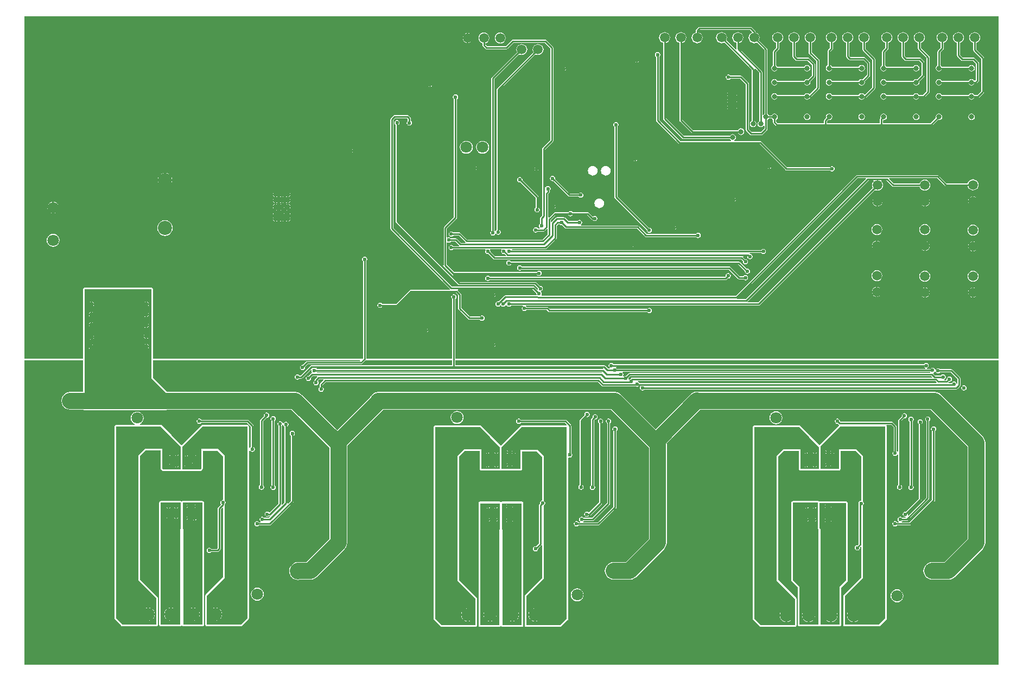
<source format=gbl>
G04 Layer_Physical_Order=2*
G04 Layer_Color=16711680*
%FSLAX44Y44*%
%MOMM*%
G71*
G01*
G75*
%ADD55C,0.2540*%
%ADD58C,2.5400*%
%ADD59C,1.8000*%
%ADD60C,2.2000*%
%ADD61C,2.5000*%
%ADD62C,1.5000*%
%ADD63C,2.0000*%
%ADD64C,0.8000*%
%ADD65C,0.6000*%
G36*
X1418700Y451004D02*
X1418214Y449831D01*
X949960D01*
X949068Y449653D01*
X948312Y449148D01*
X946981Y447817D01*
X946924Y447806D01*
X945619Y446934D01*
X945582Y446913D01*
X945403Y446926D01*
X945379Y446937D01*
X944474Y448269D01*
X944619Y449000D01*
X944483Y449686D01*
X947465Y452669D01*
X1417035D01*
X1418700Y451004D01*
D02*
G37*
G36*
X1415447Y458601D02*
X1414793Y457331D01*
X946500D01*
X945608Y457153D01*
X944852Y456648D01*
X941186Y452983D01*
X940500Y453119D01*
X938924Y452806D01*
X937587Y451913D01*
X937532Y451830D01*
X936759Y451861D01*
X936113Y453137D01*
X936304Y453423D01*
X936617Y454999D01*
X936304Y456575D01*
X935411Y457912D01*
X935815Y459169D01*
X1415042D01*
X1415447Y458601D01*
D02*
G37*
G36*
X1425254Y442950D02*
X1424728Y441680D01*
X961736D01*
X960913Y442913D01*
X959576Y443806D01*
X959106Y443899D01*
X959231Y445169D01*
X1423035D01*
X1425254Y442950D01*
D02*
G37*
G36*
X200500Y448500D02*
X222000Y427000D01*
Y401500D01*
X96000D01*
Y588000D01*
X200500D01*
Y448500D01*
D02*
G37*
G36*
X1423847Y459196D02*
X1424587Y458087D01*
X1425924Y457194D01*
X1427500Y456881D01*
X1429076Y457194D01*
X1430413Y458087D01*
X1430802Y458669D01*
X1447035D01*
X1457669Y448035D01*
Y441030D01*
X1456399Y440904D01*
X1456266Y441576D01*
X1455373Y442913D01*
X1454036Y443806D01*
X1452460Y444119D01*
X1450884Y443806D01*
X1449547Y442913D01*
X1448723Y441680D01*
X1444016D01*
X1443490Y442950D01*
X1444341Y443801D01*
X1445027Y443664D01*
X1446603Y443978D01*
X1447940Y444870D01*
X1448833Y446207D01*
X1449146Y447783D01*
X1448833Y449359D01*
X1447940Y450696D01*
X1446603Y451589D01*
X1445027Y451902D01*
X1443451Y451589D01*
X1442114Y450696D01*
X1441221Y449359D01*
X1440908Y447783D01*
X1441044Y447097D01*
X1440006Y446058D01*
X1437447D01*
X1437306Y446449D01*
X1437236Y447328D01*
X1438373Y448087D01*
X1439265Y449424D01*
X1439579Y451000D01*
X1439265Y452576D01*
X1438373Y453913D01*
X1437036Y454806D01*
X1435460Y455119D01*
X1433884Y454806D01*
X1432547Y453913D01*
X1432196Y453387D01*
X1422910D01*
X1420009Y456287D01*
X1420287Y457522D01*
X1420385Y457657D01*
X1420576Y457694D01*
X1421913Y458587D01*
X1422416Y459341D01*
X1422917Y459373D01*
X1423847Y459196D01*
D02*
G37*
G36*
X535159Y477488D02*
X535159Y477488D01*
X535451Y477473D01*
X535737Y477411D01*
X535762Y477415D01*
X535787Y477410D01*
X669669D01*
Y469617D01*
X450286D01*
X449394Y469439D01*
X448638Y468934D01*
X433035Y453331D01*
X431301D01*
X430913Y453913D01*
X429576Y454806D01*
X428000Y455119D01*
X426424Y454806D01*
X425087Y453913D01*
X424194Y452576D01*
X423881Y451000D01*
X424194Y449424D01*
X425087Y448087D01*
X426424Y447194D01*
X428000Y446881D01*
X429576Y447194D01*
X430913Y448087D01*
X431301Y448669D01*
X434000D01*
X434892Y448847D01*
X435648Y449352D01*
X448906Y462610D01*
X450077Y461984D01*
X449881Y461000D01*
X450194Y459424D01*
X450762Y458574D01*
X450328Y457244D01*
X450278Y457187D01*
X450108Y457153D01*
X449352Y456648D01*
X445686Y452983D01*
X445000Y453119D01*
X443424Y452806D01*
X442087Y451913D01*
X441194Y450576D01*
X440881Y449000D01*
X441194Y447424D01*
X442087Y446087D01*
X443424Y445194D01*
X445000Y444881D01*
X446576Y445194D01*
X447913Y446087D01*
X448806Y447424D01*
X449119Y449000D01*
X448983Y449686D01*
X451965Y452669D01*
X458632D01*
X458970Y452092D01*
X459103Y451399D01*
X455352Y447648D01*
X454847Y446892D01*
X454669Y446000D01*
Y445302D01*
X454087Y444913D01*
X453194Y443576D01*
X452881Y442000D01*
X453194Y440424D01*
X454087Y439087D01*
X455424Y438194D01*
X457000Y437881D01*
X458576Y438194D01*
X459913Y439087D01*
X460806Y440424D01*
X461119Y442000D01*
X460806Y443576D01*
X459913Y444913D01*
X459850Y445553D01*
X461889Y447592D01*
X468500D01*
X469026Y446322D01*
X463352Y440648D01*
X462847Y439892D01*
X462669Y439000D01*
Y435302D01*
X462087Y434913D01*
X461194Y433576D01*
X460881Y432000D01*
X461194Y430424D01*
X462087Y429087D01*
X463424Y428194D01*
X465000Y427881D01*
X466576Y428194D01*
X467913Y429087D01*
X468806Y430424D01*
X469119Y432000D01*
X468806Y433576D01*
X467913Y434913D01*
X467331Y435302D01*
Y438035D01*
X472465Y443169D01*
X896535D01*
X902638Y437066D01*
X903394Y436561D01*
X904286Y436383D01*
X956141D01*
X956424Y436194D01*
X958000Y435881D01*
X959576Y436194D01*
X960809Y437018D01*
X962131D01*
X962809Y435748D01*
X962694Y435576D01*
X962381Y434000D01*
X962694Y432424D01*
X963587Y431087D01*
X964924Y430194D01*
X966500Y429881D01*
X968076Y430194D01*
X969413Y431087D01*
X969801Y431669D01*
X1456000D01*
X1456892Y431847D01*
X1457648Y432352D01*
X1461648Y436352D01*
X1462153Y437108D01*
X1462331Y438000D01*
Y449000D01*
X1462153Y449892D01*
X1461648Y450648D01*
X1449648Y462648D01*
X1448892Y463153D01*
X1448000Y463331D01*
X1430802D01*
X1430413Y463913D01*
X1429076Y464806D01*
X1427500Y465119D01*
X1425924Y464806D01*
X1424587Y463913D01*
X1424084Y463159D01*
X1423583Y463127D01*
X1422653Y463304D01*
X1421913Y464413D01*
X1420576Y465306D01*
X1419000Y465619D01*
X1417424Y465306D01*
X1416087Y464413D01*
X1415699Y463831D01*
X1410231D01*
X1410106Y465101D01*
X1410576Y465194D01*
X1411913Y466087D01*
X1412806Y467424D01*
X1413119Y469000D01*
X1412806Y470576D01*
X1411913Y471913D01*
X1410576Y472806D01*
X1409000Y473119D01*
X1407424Y472806D01*
X1406087Y471913D01*
X1405699Y471331D01*
X920801D01*
X920413Y471913D01*
X919076Y472806D01*
X917500Y473119D01*
X915924Y472806D01*
X914587Y471913D01*
X913694Y470576D01*
X913381Y469000D01*
X913694Y467424D01*
X914587Y466087D01*
X915743Y465315D01*
X915712Y464571D01*
X915532Y464045D01*
X912751D01*
X907862Y468934D01*
X907106Y469439D01*
X906214Y469617D01*
X674331D01*
Y477410D01*
X1521944D01*
Y2056D01*
X2056D01*
Y477056D01*
X2410Y477410D01*
X93410D01*
Y427834D01*
X73540D01*
X69959Y427363D01*
X66623Y425981D01*
X63758Y423782D01*
X61559Y420917D01*
X60177Y417580D01*
X59706Y414000D01*
X60177Y410419D01*
X61559Y407083D01*
X63758Y404218D01*
X66623Y402019D01*
X69959Y400637D01*
X73540Y400166D01*
X93837D01*
X94169Y399669D01*
X95009Y399107D01*
X96000Y398910D01*
X222000D01*
X222991Y399107D01*
X223831Y399669D01*
X224163Y400166D01*
X418810D01*
X478166Y340810D01*
Y198230D01*
X442270Y162334D01*
X429000D01*
X425419Y161863D01*
X422083Y160481D01*
X419218Y158282D01*
X417019Y155417D01*
X415637Y152080D01*
X415166Y148500D01*
X415637Y144919D01*
X417019Y141583D01*
X417039Y141556D01*
X417194Y141184D01*
X419360Y138360D01*
X422184Y136194D01*
X425472Y134832D01*
X429000Y134367D01*
X431265Y134666D01*
X448000D01*
X451581Y135137D01*
X454917Y136519D01*
X457782Y138718D01*
X501782Y182718D01*
X503981Y185583D01*
X505363Y188919D01*
X505834Y192500D01*
Y344270D01*
X561730Y400166D01*
X917270D01*
X976626Y340810D01*
Y198230D01*
X940730Y162334D01*
X921460D01*
X917879Y161863D01*
X914543Y160481D01*
X911678Y158282D01*
X909479Y155417D01*
X908097Y152081D01*
X907626Y148500D01*
X908097Y144919D01*
X909479Y141583D01*
X911678Y138718D01*
X914543Y136519D01*
X917879Y135137D01*
X921460Y134666D01*
X946460D01*
X950041Y135137D01*
X953377Y136519D01*
X956242Y138718D01*
X1000242Y182718D01*
X1002441Y185583D01*
X1003823Y188920D01*
X1004294Y192500D01*
Y346540D01*
X1004151Y347627D01*
X1056690Y400166D01*
X1416270D01*
X1473626Y342810D01*
Y198230D01*
X1437729Y162334D01*
X1418460D01*
X1414879Y161863D01*
X1411543Y160481D01*
X1408678Y158282D01*
X1406479Y155417D01*
X1405097Y152081D01*
X1404626Y148500D01*
X1405097Y144919D01*
X1406479Y141583D01*
X1408678Y138718D01*
X1411543Y136519D01*
X1414879Y135137D01*
X1418460Y134666D01*
X1443460D01*
X1447041Y135137D01*
X1450377Y136519D01*
X1453242Y138718D01*
X1497242Y182718D01*
X1499441Y185583D01*
X1500823Y188920D01*
X1501294Y192500D01*
Y348540D01*
X1500823Y352121D01*
X1499441Y355457D01*
X1497242Y358322D01*
X1431782Y423782D01*
X1428917Y425981D01*
X1425581Y427363D01*
X1422000Y427834D01*
X1055110D01*
X1055041Y427863D01*
X1051460Y428334D01*
X1047879Y427863D01*
X1044543Y426481D01*
X1041678Y424282D01*
X986980Y369585D01*
X932782Y423782D01*
X929917Y425981D01*
X926581Y427363D01*
X923000Y427834D01*
X554460D01*
X550879Y427363D01*
X547543Y425981D01*
X544678Y423782D01*
X542479Y420917D01*
X541861Y419426D01*
X490270Y367835D01*
X434322Y423782D01*
X431457Y425981D01*
X428121Y427363D01*
X424540Y427834D01*
X224424D01*
X224393Y427991D01*
X223831Y428831D01*
X203090Y449573D01*
Y477410D01*
X525280D01*
X525947Y476140D01*
X525734Y475831D01*
X443500D01*
X442608Y475653D01*
X441852Y475148D01*
X436686Y469983D01*
X436000Y470119D01*
X434424Y469806D01*
X433087Y468913D01*
X432194Y467576D01*
X431881Y466000D01*
X432194Y464424D01*
X433087Y463087D01*
X434424Y462194D01*
X436000Y461881D01*
X437576Y462194D01*
X438913Y463087D01*
X439806Y464424D01*
X440119Y466000D01*
X439983Y466686D01*
X444465Y471169D01*
X527500D01*
X528392Y471347D01*
X529148Y471852D01*
X534648Y477352D01*
X534747Y477500D01*
X535132D01*
X535159Y477488D01*
D02*
G37*
G36*
X1521944Y480000D02*
X674331D01*
Y572699D01*
X674913Y573087D01*
X675806Y574424D01*
X676119Y576000D01*
X675806Y577576D01*
X674913Y578913D01*
X673576Y579806D01*
X672000Y580119D01*
X670424Y579806D01*
X669087Y578913D01*
X668194Y577576D01*
X667881Y576000D01*
X668194Y574424D01*
X669087Y573087D01*
X669669Y572699D01*
Y480000D01*
X536020D01*
X536005Y480003D01*
X535788Y480007D01*
X535577Y480060D01*
X535331Y480072D01*
Y631698D01*
X535913Y632087D01*
X536806Y633424D01*
X537119Y635000D01*
X536806Y636576D01*
X535913Y637913D01*
X534576Y638806D01*
X533000Y639119D01*
X531424Y638806D01*
X530087Y637913D01*
X529194Y636576D01*
X528881Y635000D01*
X529194Y633424D01*
X530087Y632087D01*
X530669Y631698D01*
Y480000D01*
X203090D01*
Y588000D01*
X202893Y588991D01*
X202331Y589831D01*
X201491Y590393D01*
X200500Y590590D01*
X96000D01*
X95009Y590393D01*
X94169Y589831D01*
X93607Y588991D01*
X93410Y588000D01*
Y480000D01*
X2056D01*
Y1013944D01*
X1521944D01*
Y480000D01*
D02*
G37*
G36*
X1406087Y466087D02*
X1407424Y465194D01*
X1407894Y465101D01*
X1407769Y463831D01*
X926897D01*
X926270Y464770D01*
X925328Y465399D01*
X925713Y466669D01*
X1405699D01*
X1406087Y466087D01*
D02*
G37*
G36*
X902793Y458364D02*
X902706Y458058D01*
X902186Y457331D01*
X459308D01*
X458600Y458601D01*
X458642Y458669D01*
X902555D01*
X902793Y458364D01*
D02*
G37*
G36*
X905129Y464081D02*
X904500Y463331D01*
X458285D01*
X457998Y463685D01*
X458604Y464955D01*
X904368D01*
X905129Y464081D01*
D02*
G37*
%LPC*%
G36*
X195826Y497230D02*
X193270D01*
Y494674D01*
X193561Y494732D01*
X194884Y495616D01*
X195768Y496939D01*
X195826Y497230D01*
D02*
G37*
G36*
X105730Y501326D02*
X105439Y501268D01*
X104116Y500384D01*
X103232Y499061D01*
X103174Y498770D01*
X105730D01*
Y501326D01*
D02*
G37*
G36*
X190730Y497230D02*
X188174D01*
X188232Y496939D01*
X189116Y495616D01*
X190439Y494732D01*
X190730Y494674D01*
Y497230D01*
D02*
G37*
G36*
X110826Y496230D02*
X108270D01*
Y493674D01*
X108561Y493732D01*
X109884Y494616D01*
X110768Y495939D01*
X110826Y496230D01*
D02*
G37*
G36*
X105730D02*
X103174D01*
X103232Y495939D01*
X104116Y494616D01*
X105439Y493732D01*
X105730Y493674D01*
Y496230D01*
D02*
G37*
G36*
X110326Y512230D02*
X107770D01*
Y509674D01*
X108061Y509732D01*
X109384Y510616D01*
X110268Y511939D01*
X110326Y512230D01*
D02*
G37*
G36*
X105230D02*
X102674D01*
X102732Y511939D01*
X103616Y510616D01*
X104939Y509732D01*
X105230Y509674D01*
Y512230D01*
D02*
G37*
G36*
X196326Y513730D02*
X193770D01*
Y511174D01*
X194061Y511232D01*
X195384Y512116D01*
X196268Y513439D01*
X196326Y513730D01*
D02*
G37*
G36*
X191230D02*
X188674D01*
X188732Y513439D01*
X189616Y512116D01*
X190939Y511232D01*
X191230Y511174D01*
Y513730D01*
D02*
G37*
G36*
X190730Y502326D02*
X190439Y502268D01*
X189116Y501384D01*
X188232Y500061D01*
X188174Y499770D01*
X190730D01*
Y502326D01*
D02*
G37*
G36*
X108270Y501326D02*
Y498770D01*
X110826D01*
X110768Y499061D01*
X109884Y500384D01*
X108561Y501268D01*
X108270Y501326D01*
D02*
G37*
G36*
X193270Y502326D02*
Y499770D01*
X195826D01*
X195768Y500061D01*
X194884Y501384D01*
X193561Y502268D01*
X193270Y502326D01*
D02*
G37*
G36*
X110326Y563230D02*
X107770D01*
Y560674D01*
X108061Y560732D01*
X109384Y561616D01*
X110268Y562939D01*
X110326Y563230D01*
D02*
G37*
G36*
X105230D02*
X102674D01*
X102732Y562939D01*
X103616Y561616D01*
X104939Y560732D01*
X105230Y560674D01*
Y563230D01*
D02*
G37*
G36*
X195891Y563306D02*
X193335D01*
Y560751D01*
X193625Y560808D01*
X194949Y561693D01*
X195833Y563016D01*
X195891Y563306D01*
D02*
G37*
G36*
X190795D02*
X188239D01*
X188297Y563016D01*
X189181Y561693D01*
X190504Y560808D01*
X190795Y560751D01*
Y563306D01*
D02*
G37*
G36*
X193335Y552726D02*
Y550170D01*
X195891D01*
X195833Y550461D01*
X194949Y551784D01*
X193625Y552668D01*
X193335Y552726D01*
D02*
G37*
G36*
X105730Y552326D02*
X105439Y552268D01*
X104116Y551384D01*
X103232Y550061D01*
X103174Y549770D01*
X105730D01*
Y552326D01*
D02*
G37*
G36*
X195891Y547630D02*
X193335D01*
Y545075D01*
X193625Y545132D01*
X194949Y546017D01*
X195833Y547340D01*
X195891Y547630D01*
D02*
G37*
G36*
X190795Y552726D02*
X190504Y552668D01*
X189181Y551784D01*
X188297Y550461D01*
X188239Y550170D01*
X190795D01*
Y552726D01*
D02*
G37*
G36*
X108270Y552326D02*
Y549770D01*
X110826D01*
X110768Y550061D01*
X109884Y551384D01*
X108561Y552268D01*
X108270Y552326D01*
D02*
G37*
G36*
X107770Y568326D02*
Y565770D01*
X110326D01*
X110268Y566061D01*
X109384Y567384D01*
X108061Y568268D01*
X107770Y568326D01*
D02*
G37*
G36*
X105230D02*
X104939Y568268D01*
X103616Y567384D01*
X102732Y566061D01*
X102674Y565770D01*
X105230D01*
Y568326D01*
D02*
G37*
G36*
X193335Y568402D02*
Y565846D01*
X195891D01*
X195833Y566137D01*
X194949Y567460D01*
X193625Y568344D01*
X193335Y568402D01*
D02*
G37*
G36*
X190795D02*
X190504Y568344D01*
X189181Y567460D01*
X188297Y566137D01*
X188239Y565846D01*
X190795D01*
Y568402D01*
D02*
G37*
G36*
Y547630D02*
X188239D01*
X188297Y547340D01*
X189181Y546017D01*
X190504Y545132D01*
X190795Y545075D01*
Y547630D01*
D02*
G37*
G36*
Y530730D02*
X188239D01*
X188297Y530439D01*
X189181Y529116D01*
X190504Y528232D01*
X190795Y528174D01*
Y530730D01*
D02*
G37*
G36*
X107770Y517326D02*
Y514770D01*
X110326D01*
X110268Y515061D01*
X109384Y516384D01*
X108061Y517268D01*
X107770Y517326D01*
D02*
G37*
G36*
X105230D02*
X104939Y517268D01*
X103616Y516384D01*
X102732Y515061D01*
X102674Y514770D01*
X105230D01*
Y517326D01*
D02*
G37*
G36*
X193770Y518826D02*
Y516270D01*
X196326D01*
X196268Y516561D01*
X195384Y517884D01*
X194061Y518768D01*
X193770Y518826D01*
D02*
G37*
G36*
X191230D02*
X190939Y518768D01*
X189616Y517884D01*
X188732Y516561D01*
X188674Y516270D01*
X191230D01*
Y518826D01*
D02*
G37*
G36*
X108270Y536326D02*
Y533770D01*
X110826D01*
X110768Y534061D01*
X109884Y535384D01*
X108561Y536268D01*
X108270Y536326D01*
D02*
G37*
G36*
X105730D02*
X105439Y536268D01*
X104116Y535384D01*
X103232Y534061D01*
X103174Y533770D01*
X105730D01*
Y536326D01*
D02*
G37*
G36*
X110826Y547230D02*
X108270D01*
Y544674D01*
X108561Y544732D01*
X109884Y545616D01*
X110768Y546939D01*
X110826Y547230D01*
D02*
G37*
G36*
X105730D02*
X103174D01*
X103232Y546939D01*
X104116Y545616D01*
X105439Y544732D01*
X105730Y544674D01*
Y547230D01*
D02*
G37*
G36*
X193335Y535826D02*
Y533270D01*
X195891D01*
X195833Y533561D01*
X194949Y534884D01*
X193625Y535768D01*
X193335Y535826D01*
D02*
G37*
G36*
X105730Y531230D02*
X103174D01*
X103232Y530939D01*
X104116Y529616D01*
X105439Y528732D01*
X105730Y528674D01*
Y531230D01*
D02*
G37*
G36*
X195891Y530730D02*
X193335D01*
Y528174D01*
X193625Y528232D01*
X194949Y529116D01*
X195833Y530439D01*
X195891Y530730D01*
D02*
G37*
G36*
X190795Y535826D02*
X190504Y535768D01*
X189181Y534884D01*
X188297Y533561D01*
X188239Y533270D01*
X190795D01*
Y535826D01*
D02*
G37*
G36*
X110826Y531230D02*
X108270D01*
Y528674D01*
X108561Y528732D01*
X109884Y529616D01*
X110768Y530939D01*
X110826Y531230D01*
D02*
G37*
G36*
X1468000Y438119D02*
X1466424Y437806D01*
X1465087Y436913D01*
X1464194Y435576D01*
X1463881Y434000D01*
X1464194Y432424D01*
X1465087Y431087D01*
X1466424Y430194D01*
X1468000Y429881D01*
X1469576Y430194D01*
X1470913Y431087D01*
X1471806Y432424D01*
X1472119Y434000D01*
X1471806Y435576D01*
X1470913Y436913D01*
X1469576Y437806D01*
X1468000Y438119D01*
D02*
G37*
G36*
X880000Y396659D02*
X878424Y396346D01*
X877087Y395453D01*
X876194Y394116D01*
X875881Y392540D01*
X876017Y391854D01*
X868812Y384648D01*
X868307Y383892D01*
X868129Y383000D01*
Y282421D01*
X867547Y282033D01*
X866654Y280696D01*
X866341Y279120D01*
X866654Y277544D01*
X867547Y276207D01*
X868884Y275314D01*
X870460Y275001D01*
X872036Y275314D01*
X873373Y276207D01*
X874266Y277544D01*
X874579Y279120D01*
X874266Y280696D01*
X873373Y282033D01*
X872791Y282421D01*
Y382035D01*
X879314Y388558D01*
X880000Y388421D01*
X881576Y388735D01*
X882913Y389627D01*
X883806Y390964D01*
X884119Y392540D01*
X883806Y394116D01*
X882913Y395453D01*
X881576Y396346D01*
X880000Y396659D01*
D02*
G37*
G36*
X380000Y395619D02*
X378424Y395306D01*
X377087Y394413D01*
X376194Y393076D01*
X375881Y391500D01*
X376100Y390397D01*
X370352Y384648D01*
X369847Y383892D01*
X369669Y383000D01*
Y282421D01*
X369087Y282033D01*
X368194Y280696D01*
X367881Y279120D01*
X368194Y277544D01*
X369087Y276207D01*
X370424Y275314D01*
X372000Y275001D01*
X373576Y275314D01*
X374913Y276207D01*
X375806Y277544D01*
X376119Y279120D01*
X375806Y280696D01*
X374913Y282033D01*
X374331Y282421D01*
Y382035D01*
X379731Y387434D01*
X380000Y387381D01*
X381576Y387694D01*
X382913Y388587D01*
X383806Y389924D01*
X384119Y391500D01*
X383806Y393076D01*
X382913Y394413D01*
X381576Y395306D01*
X380000Y395619D01*
D02*
G37*
G36*
X901000Y386119D02*
X899424Y385806D01*
X898087Y384913D01*
X897194Y383576D01*
X896881Y382000D01*
X897194Y380424D01*
X898087Y379087D01*
X898669Y378699D01*
Y255466D01*
X883050Y239846D01*
X882373Y239913D01*
X881036Y240806D01*
X879460Y241119D01*
X877884Y240806D01*
X876547Y239913D01*
X875654Y238576D01*
X875341Y237000D01*
X875654Y235424D01*
X876547Y234087D01*
X877884Y233195D01*
X879460Y232881D01*
X881036Y233195D01*
X882373Y234087D01*
X882761Y234669D01*
X883500D01*
X884392Y234847D01*
X885148Y235352D01*
X902648Y252852D01*
X903153Y253608D01*
X903331Y254500D01*
Y378699D01*
X903913Y379087D01*
X904806Y380424D01*
X905119Y382000D01*
X904806Y383576D01*
X903913Y384913D01*
X902576Y385806D01*
X901000Y386119D01*
D02*
G37*
G36*
X1411391Y389431D02*
X1409814Y389117D01*
X1408478Y388224D01*
X1407585Y386888D01*
X1407272Y385311D01*
X1407585Y383735D01*
X1408478Y382399D01*
X1409060Y382010D01*
Y262896D01*
X1381554Y235390D01*
X1380383Y236016D01*
X1380579Y237000D01*
X1380443Y237686D01*
X1401253Y258496D01*
X1401758Y259253D01*
X1401935Y260145D01*
Y377699D01*
X1402517Y378087D01*
X1403410Y379424D01*
X1403724Y381000D01*
X1403410Y382576D01*
X1402517Y383913D01*
X1401181Y384806D01*
X1399604Y385119D01*
X1398028Y384806D01*
X1396692Y383913D01*
X1395799Y382576D01*
X1395485Y381000D01*
X1395799Y379424D01*
X1396692Y378087D01*
X1397274Y377699D01*
Y261110D01*
X1377146Y240983D01*
X1376460Y241119D01*
X1374884Y240806D01*
X1373547Y239913D01*
X1372654Y238576D01*
X1372341Y237000D01*
X1372654Y235424D01*
X1373547Y234087D01*
X1374884Y233195D01*
X1376460Y232881D01*
X1376480Y232885D01*
X1377225Y231738D01*
X1376938Y231331D01*
X1371761D01*
X1371373Y231913D01*
X1370036Y232806D01*
X1368460Y233119D01*
X1366884Y232806D01*
X1365547Y231913D01*
X1364654Y230576D01*
X1364341Y229000D01*
X1364654Y227424D01*
X1365547Y226087D01*
X1366275Y225601D01*
X1365890Y224331D01*
X1363761D01*
X1363373Y224913D01*
X1362036Y225806D01*
X1360460Y226119D01*
X1358884Y225806D01*
X1357547Y224913D01*
X1356654Y223576D01*
X1356341Y222000D01*
X1356654Y220424D01*
X1357547Y219087D01*
X1358884Y218195D01*
X1360460Y217881D01*
X1362036Y218195D01*
X1363373Y219087D01*
X1363761Y219669D01*
X1383500D01*
X1384392Y219847D01*
X1385148Y220352D01*
X1422108Y257312D01*
X1422613Y258068D01*
X1422791Y258960D01*
Y366699D01*
X1423373Y367087D01*
X1424265Y368424D01*
X1424579Y370000D01*
X1424265Y371576D01*
X1423373Y372913D01*
X1422036Y373806D01*
X1420460Y374119D01*
X1418884Y373806D01*
X1417547Y372913D01*
X1416654Y371576D01*
X1416341Y370000D01*
X1416654Y368424D01*
X1417547Y367087D01*
X1418129Y366699D01*
Y259925D01*
X1382535Y224331D01*
X1371030D01*
X1370644Y225601D01*
X1371373Y226087D01*
X1371761Y226669D01*
X1378460D01*
X1379352Y226847D01*
X1380108Y227352D01*
X1413039Y260283D01*
X1413544Y261039D01*
X1413721Y261931D01*
Y382010D01*
X1414303Y382399D01*
X1415196Y383735D01*
X1415510Y385311D01*
X1415196Y386888D01*
X1414303Y388224D01*
X1412967Y389117D01*
X1411391Y389431D01*
D02*
G37*
G36*
X778000Y256590D02*
X747000D01*
X746009Y256393D01*
X745500Y256052D01*
X744991Y256393D01*
X744000Y256590D01*
X713000D01*
X712009Y256393D01*
X711169Y255831D01*
X710607Y254991D01*
X710410Y254000D01*
Y123000D01*
Y64000D01*
X710607Y63009D01*
X711169Y62169D01*
X712009Y61607D01*
X713000Y61410D01*
X743000D01*
X743991Y61607D01*
X744831Y62169D01*
X746169D01*
X747009Y61607D01*
X748000Y61410D01*
X778000D01*
X778991Y61607D01*
X779831Y62169D01*
X780393Y63009D01*
X780590Y64000D01*
Y123000D01*
Y254000D01*
X780393Y254991D01*
X779831Y255831D01*
X778991Y256393D01*
X778000Y256590D01*
D02*
G37*
G36*
X401000Y382119D02*
X399424Y381806D01*
X398087Y380913D01*
X397194Y379576D01*
X396881Y378000D01*
X397194Y376424D01*
X398087Y375087D01*
X398669Y374698D01*
Y253965D01*
X384553Y239850D01*
X383913Y239913D01*
X382576Y240806D01*
X381000Y241119D01*
X379424Y240806D01*
X378087Y239913D01*
X377194Y238576D01*
X376881Y237000D01*
X377194Y235424D01*
X378087Y234087D01*
X379424Y233194D01*
X381000Y232881D01*
X382576Y233194D01*
X383913Y234087D01*
X383968Y234170D01*
X384563Y234156D01*
X385076Y232873D01*
X383535Y231331D01*
X376301D01*
X375913Y231913D01*
X374576Y232806D01*
X373000Y233119D01*
X371424Y232806D01*
X370087Y231913D01*
X369194Y230576D01*
X368881Y229000D01*
X369194Y227424D01*
X370087Y226087D01*
X370816Y225601D01*
X370430Y224331D01*
X368302D01*
X367913Y224913D01*
X366576Y225806D01*
X365000Y226119D01*
X363424Y225806D01*
X362087Y224913D01*
X361194Y223576D01*
X360881Y222000D01*
X361194Y220424D01*
X362087Y219087D01*
X363424Y218194D01*
X365000Y217881D01*
X366576Y218194D01*
X367913Y219087D01*
X368302Y219669D01*
X385000D01*
X385892Y219847D01*
X386648Y220352D01*
X421648Y255352D01*
X422153Y256108D01*
X422331Y257000D01*
Y359698D01*
X422913Y360087D01*
X423806Y361424D01*
X424119Y363000D01*
X423806Y364576D01*
X422913Y365913D01*
X421576Y366806D01*
X420000Y367119D01*
X418424Y366806D01*
X417087Y365913D01*
X416194Y364576D01*
X415881Y363000D01*
X416194Y361424D01*
X417087Y360087D01*
X417669Y359698D01*
Y257965D01*
X413482Y253778D01*
X412312Y254404D01*
X412331Y254500D01*
Y373699D01*
X412913Y374087D01*
X413806Y375424D01*
X414119Y377000D01*
X413806Y378576D01*
X412913Y379913D01*
X411576Y380806D01*
X410000Y381119D01*
X408424Y380806D01*
X407087Y379913D01*
X406275Y378697D01*
X405797Y378658D01*
X404954Y378831D01*
X404806Y379576D01*
X403913Y380913D01*
X402576Y381806D01*
X401000Y382119D01*
D02*
G37*
G36*
X913460Y386119D02*
X911884Y385806D01*
X910547Y384913D01*
X909654Y383576D01*
X909341Y382000D01*
X909654Y380424D01*
X910547Y379087D01*
X911129Y378699D01*
Y254425D01*
X888035Y231331D01*
X874761D01*
X874373Y231913D01*
X873036Y232806D01*
X871460Y233119D01*
X869884Y232806D01*
X868547Y231913D01*
X867654Y230576D01*
X867341Y229000D01*
X867654Y227424D01*
X868547Y226087D01*
X869276Y225601D01*
X868890Y224331D01*
X866761D01*
X866373Y224913D01*
X865036Y225806D01*
X863460Y226119D01*
X861884Y225806D01*
X860547Y224913D01*
X859654Y223576D01*
X859341Y222000D01*
X859654Y220424D01*
X860547Y219087D01*
X861884Y218195D01*
X863460Y217881D01*
X865036Y218195D01*
X866373Y219087D01*
X866761Y219669D01*
X897500D01*
X898392Y219847D01*
X899148Y220352D01*
X925108Y246312D01*
X925613Y247068D01*
X925791Y247960D01*
Y366699D01*
X926373Y367087D01*
X927265Y368424D01*
X927579Y370000D01*
X927265Y371576D01*
X926373Y372913D01*
X925036Y373806D01*
X923460Y374119D01*
X921884Y373806D01*
X920547Y372913D01*
X919654Y371576D01*
X919341Y370000D01*
X919654Y368424D01*
X920547Y367087D01*
X921129Y366699D01*
Y248925D01*
X896535Y224331D01*
X874030D01*
X873644Y225601D01*
X874373Y226087D01*
X874761Y226669D01*
X889000D01*
X889892Y226847D01*
X890648Y227352D01*
X915108Y251812D01*
X915613Y252568D01*
X915791Y253460D01*
Y378699D01*
X916373Y379087D01*
X917266Y380424D01*
X917579Y382000D01*
X917266Y383576D01*
X916373Y384913D01*
X915036Y385806D01*
X913460Y386119D01*
D02*
G37*
G36*
X1363500Y119802D02*
X1360885Y119458D01*
X1358449Y118449D01*
X1356357Y116844D01*
X1354751Y114751D01*
X1353742Y112315D01*
X1353398Y109700D01*
X1353742Y107085D01*
X1354751Y104649D01*
X1356357Y102556D01*
X1358449Y100951D01*
X1360885Y99942D01*
X1363500Y99598D01*
X1366115Y99942D01*
X1368551Y100951D01*
X1370643Y102556D01*
X1372249Y104649D01*
X1373258Y107085D01*
X1373602Y109700D01*
X1373258Y112315D01*
X1372249Y114751D01*
X1370643Y116844D01*
X1368551Y118449D01*
X1366115Y119458D01*
X1363500Y119802D01*
D02*
G37*
G36*
X1239997Y257590D02*
X1201000D01*
X1200009Y257393D01*
X1199169Y256831D01*
X1198607Y255991D01*
X1198410Y255000D01*
Y134000D01*
X1198607Y133009D01*
X1199169Y132169D01*
X1208410Y122927D01*
Y65000D01*
X1208607Y64009D01*
X1209169Y63169D01*
X1210009Y62607D01*
X1211000Y62410D01*
X1241000D01*
X1241991Y62607D01*
X1242189Y62740D01*
X1242851Y62297D01*
X1243842Y62100D01*
X1273842D01*
X1274833Y62297D01*
X1275673Y62859D01*
X1276234Y63699D01*
X1276432Y64690D01*
Y122617D01*
X1285673Y131859D01*
X1286234Y132699D01*
X1286431Y133690D01*
Y254690D01*
X1286234Y255681D01*
X1285673Y256521D01*
X1284833Y257083D01*
X1283842Y257280D01*
X1242842D01*
X1242590Y257230D01*
X1242334Y257229D01*
X1242100Y257132D01*
X1241851Y257083D01*
X1241652Y256950D01*
X1241512Y257043D01*
X1241218Y257284D01*
X1241095Y257321D01*
X1240988Y257393D01*
X1240615Y257467D01*
X1240251Y257577D01*
X1240123Y257565D01*
X1239997Y257590D01*
D02*
G37*
G36*
X365500Y122302D02*
X362885Y121958D01*
X360449Y120949D01*
X358357Y119344D01*
X356751Y117251D01*
X355742Y114815D01*
X355398Y112200D01*
X355742Y109585D01*
X356751Y107149D01*
X358357Y105056D01*
X360449Y103451D01*
X362885Y102442D01*
X365500Y102098D01*
X368115Y102442D01*
X370551Y103451D01*
X372644Y105056D01*
X374249Y107149D01*
X375258Y109585D01*
X375602Y112200D01*
X375258Y114815D01*
X374249Y117251D01*
X372644Y119344D01*
X370551Y120949D01*
X368115Y121958D01*
X365500Y122302D01*
D02*
G37*
G36*
X864500Y121302D02*
X861885Y120958D01*
X859449Y119949D01*
X857356Y118343D01*
X855751Y116251D01*
X854742Y113815D01*
X854398Y111200D01*
X854742Y108585D01*
X855751Y106149D01*
X857356Y104057D01*
X859449Y102451D01*
X861885Y101442D01*
X864500Y101098D01*
X867115Y101442D01*
X869551Y102451D01*
X871644Y104057D01*
X873249Y106149D01*
X874258Y108585D01*
X874602Y111200D01*
X874258Y113815D01*
X873249Y116251D01*
X871644Y118343D01*
X869551Y119949D01*
X867115Y120958D01*
X864500Y121302D01*
D02*
G37*
G36*
X677200Y398102D02*
X674585Y397758D01*
X672149Y396749D01*
X670057Y395144D01*
X668451Y393051D01*
X667442Y390615D01*
X667097Y388000D01*
X667442Y385385D01*
X668451Y382949D01*
X670057Y380857D01*
X672149Y379251D01*
X674585Y378242D01*
X677200Y377898D01*
X679815Y378242D01*
X682251Y379251D01*
X684343Y380857D01*
X685949Y382949D01*
X686958Y385385D01*
X687302Y388000D01*
X686958Y390615D01*
X685949Y393051D01*
X684343Y395144D01*
X682251Y396749D01*
X679815Y397758D01*
X677200Y398102D01*
D02*
G37*
G36*
X1174700Y397602D02*
X1172085Y397258D01*
X1169649Y396249D01*
X1167557Y394644D01*
X1165951Y392551D01*
X1164942Y390115D01*
X1164597Y387500D01*
X1164942Y384885D01*
X1165951Y382449D01*
X1167557Y380356D01*
X1169649Y378751D01*
X1172085Y377742D01*
X1174700Y377398D01*
X1177315Y377742D01*
X1179751Y378751D01*
X1181843Y380356D01*
X1183449Y382449D01*
X1184458Y384885D01*
X1184802Y387500D01*
X1184458Y390115D01*
X1183449Y392551D01*
X1181843Y394644D01*
X1179751Y396249D01*
X1177315Y397258D01*
X1174700Y397602D01*
D02*
G37*
G36*
X1375000Y394659D02*
X1373424Y394346D01*
X1372087Y393453D01*
X1371194Y392116D01*
X1370881Y390540D01*
X1371017Y389854D01*
X1365812Y384648D01*
X1365307Y383892D01*
X1365129Y383000D01*
Y334570D01*
X1363859Y334185D01*
X1363373Y334913D01*
X1362791Y335302D01*
Y374000D01*
X1362613Y374892D01*
X1362108Y375648D01*
X1357108Y380648D01*
X1356352Y381153D01*
X1355460Y381331D01*
X1275128D01*
X1274579Y382000D01*
X1274266Y383576D01*
X1273373Y384913D01*
X1272036Y385806D01*
X1270460Y386119D01*
X1268884Y385806D01*
X1267547Y384913D01*
X1266654Y383576D01*
X1266341Y382000D01*
X1266654Y380424D01*
X1267547Y379087D01*
X1268884Y378195D01*
X1270460Y377881D01*
X1271146Y378018D01*
X1271812Y377352D01*
X1272568Y376847D01*
X1273096Y376742D01*
X1273419Y375715D01*
X1273406Y375422D01*
X1273269Y375330D01*
X1242965Y345026D01*
X1241695Y345036D01*
X1212860Y374802D01*
X1212843Y374814D01*
X1212831Y374831D01*
X1212428Y375101D01*
X1212029Y375377D01*
X1212009Y375381D01*
X1211991Y375393D01*
X1211515Y375487D01*
X1211041Y375589D01*
X1211021Y375586D01*
X1211000Y375590D01*
X1141000D01*
X1140009Y375393D01*
X1139169Y374831D01*
X1138607Y373991D01*
X1138410Y373000D01*
X1138410Y74000D01*
X1138607Y73009D01*
X1139169Y72169D01*
X1149169Y62169D01*
X1150009Y61607D01*
X1151000Y61410D01*
X1204000Y61410D01*
X1204991Y61607D01*
X1205831Y62169D01*
X1206393Y63009D01*
X1206590Y64000D01*
Y105000D01*
X1206393Y105991D01*
X1205831Y106831D01*
X1178590Y134073D01*
Y326927D01*
X1187073Y335410D01*
X1210410D01*
X1210410Y308000D01*
X1210607Y307009D01*
X1211169Y306169D01*
X1212009Y305607D01*
X1213000Y305410D01*
X1242000D01*
X1242991Y305607D01*
X1243295Y305810D01*
X1243599Y305607D01*
X1244590Y305410D01*
X1272602Y305410D01*
X1273593Y305607D01*
X1274433Y306169D01*
X1274932Y306668D01*
X1275493Y307508D01*
X1275690Y308499D01*
Y335909D01*
X1299028Y335909D01*
X1307511Y327426D01*
Y258128D01*
X1307500Y258119D01*
X1305924Y257806D01*
X1304587Y256913D01*
X1303694Y255576D01*
X1303381Y254000D01*
X1303674Y252525D01*
X1303669Y252500D01*
Y190465D01*
X1301769Y188566D01*
X1301500Y188619D01*
X1299924Y188306D01*
X1298587Y187413D01*
X1297694Y186076D01*
X1297381Y184500D01*
X1297694Y182924D01*
X1298587Y181587D01*
X1299924Y180694D01*
X1301500Y180381D01*
X1303076Y180694D01*
X1304413Y181587D01*
X1305306Y182924D01*
X1305619Y184500D01*
X1305400Y185603D01*
X1306337Y186541D01*
X1307511Y186055D01*
Y138623D01*
X1280479Y111591D01*
X1279917Y110751D01*
X1279720Y109759D01*
X1279720Y64499D01*
X1279917Y63508D01*
X1280479Y62668D01*
X1281319Y62106D01*
X1282310Y61909D01*
X1335049Y61909D01*
X1336040Y62106D01*
X1336881Y62668D01*
X1346932Y72719D01*
X1347493Y73559D01*
X1347690Y74550D01*
X1347690Y373499D01*
X1347493Y374490D01*
X1346932Y375330D01*
X1346828Y375399D01*
X1347214Y376669D01*
X1354494D01*
X1358129Y373035D01*
Y335302D01*
X1357547Y334913D01*
X1356654Y333576D01*
X1356341Y332000D01*
X1356654Y330424D01*
X1357547Y329087D01*
X1358884Y328195D01*
X1360460Y327881D01*
X1362036Y328195D01*
X1363373Y329087D01*
X1363859Y329815D01*
X1365129Y329430D01*
Y282421D01*
X1364547Y282033D01*
X1363654Y280696D01*
X1363341Y279120D01*
X1363654Y277544D01*
X1364547Y276207D01*
X1365884Y275314D01*
X1367460Y275001D01*
X1369036Y275314D01*
X1370373Y276207D01*
X1371266Y277544D01*
X1371579Y279120D01*
X1371266Y280696D01*
X1370373Y282033D01*
X1369791Y282421D01*
Y382035D01*
X1374314Y386558D01*
X1375000Y386421D01*
X1376576Y386735D01*
X1377913Y387627D01*
X1378806Y388964D01*
X1379119Y390540D01*
X1378806Y392116D01*
X1377913Y393453D01*
X1376576Y394346D01*
X1375000Y394659D01*
D02*
G37*
G36*
X892460Y393119D02*
X890884Y392806D01*
X889547Y391913D01*
X888654Y390576D01*
X888341Y389000D01*
X888477Y388314D01*
X886812Y386648D01*
X886307Y385892D01*
X886129Y385000D01*
Y282302D01*
X885547Y281913D01*
X884654Y280576D01*
X884341Y279000D01*
X884654Y277424D01*
X885547Y276087D01*
X886884Y275194D01*
X888460Y274881D01*
X890036Y275194D01*
X891373Y276087D01*
X892266Y277424D01*
X892579Y279000D01*
X892266Y280576D01*
X891373Y281913D01*
X890791Y282302D01*
Y384035D01*
X891774Y385017D01*
X892460Y384881D01*
X894036Y385194D01*
X895373Y386087D01*
X896265Y387424D01*
X896579Y389000D01*
X896265Y390576D01*
X895373Y391913D01*
X894036Y392806D01*
X892460Y393119D01*
D02*
G37*
G36*
X773460Y386119D02*
X771884Y385806D01*
X770547Y384913D01*
X769654Y383576D01*
X769341Y382000D01*
X769654Y380424D01*
X770547Y379087D01*
X771884Y378195D01*
X773460Y377881D01*
X775036Y378195D01*
X776373Y379087D01*
X776761Y379669D01*
X845034D01*
X848151Y376552D01*
X847940Y375835D01*
X847579Y375329D01*
X777791D01*
X776799Y375132D01*
X775959Y374571D01*
X745679Y344290D01*
X744409Y344300D01*
X714860Y374802D01*
X714843Y374814D01*
X714831Y374831D01*
X714428Y375101D01*
X714029Y375377D01*
X714008Y375381D01*
X713991Y375393D01*
X713515Y375487D01*
X713041Y375589D01*
X713020Y375586D01*
X713000Y375590D01*
X643000D01*
X642009Y375393D01*
X641169Y374831D01*
X640607Y373991D01*
X640410Y373000D01*
X640410Y74000D01*
X640607Y73009D01*
X641169Y72169D01*
X651169Y62169D01*
X652009Y61607D01*
X653000Y61410D01*
X706000Y61410D01*
X706991Y61607D01*
X707831Y62169D01*
X708393Y63009D01*
X708590Y64000D01*
Y105000D01*
X708393Y105991D01*
X707831Y106831D01*
X680590Y134073D01*
Y326927D01*
X689073Y335410D01*
X712410D01*
Y308000D01*
X712607Y307009D01*
X713169Y306169D01*
X714009Y305607D01*
X715000Y305410D01*
X743371D01*
X743661Y305468D01*
X743957Y305477D01*
X744152Y305566D01*
X744362Y305607D01*
X744608Y305772D01*
X744877Y305893D01*
X745207Y306166D01*
X746274Y305513D01*
X746482Y305412D01*
X746560Y305391D01*
X746626Y305347D01*
X747046Y305263D01*
X747459Y305154D01*
X747539Y305165D01*
X747617Y305150D01*
X775790Y305150D01*
X776781Y305347D01*
X777622Y305908D01*
X778183Y306748D01*
X778380Y307739D01*
Y335150D01*
X801718Y335150D01*
X810201Y326667D01*
Y258560D01*
X808924Y258306D01*
X807587Y257413D01*
X806694Y256076D01*
X806381Y254500D01*
X806517Y253814D01*
X805292Y252588D01*
X804787Y251832D01*
X804609Y250940D01*
Y191405D01*
X800186Y186983D01*
X799500Y187119D01*
X797924Y186806D01*
X796587Y185913D01*
X795694Y184576D01*
X795381Y183000D01*
X795694Y181424D01*
X796587Y180087D01*
X797924Y179194D01*
X799500Y178881D01*
X801076Y179194D01*
X802413Y180087D01*
X803306Y181424D01*
X803619Y183000D01*
X803483Y183686D01*
X808588Y188792D01*
X808931Y189305D01*
X810171Y189106D01*
X810201Y189093D01*
Y137863D01*
X783169Y110831D01*
X782607Y109991D01*
X782410Y109000D01*
X782410Y63739D01*
X782607Y62748D01*
X783169Y61908D01*
X784009Y61347D01*
X785000Y61150D01*
X837739Y61150D01*
X838730Y61347D01*
X839571Y61908D01*
X849622Y71959D01*
X850183Y72799D01*
X850380Y73790D01*
X850380Y324981D01*
X851650Y325649D01*
X853000Y325381D01*
X854576Y325694D01*
X855913Y326587D01*
X856806Y327924D01*
X857119Y329500D01*
X856806Y331076D01*
X855913Y332413D01*
X855331Y332802D01*
Y375000D01*
X855153Y375892D01*
X854648Y376648D01*
X847648Y383648D01*
X846892Y384153D01*
X846000Y384331D01*
X776761D01*
X776373Y384913D01*
X775036Y385806D01*
X773460Y386119D01*
D02*
G37*
G36*
X390000Y390119D02*
X388424Y389806D01*
X387087Y388913D01*
X386194Y387576D01*
X385881Y386000D01*
X386194Y384424D01*
X387087Y383087D01*
X387669Y382699D01*
Y282302D01*
X387087Y281913D01*
X386194Y280576D01*
X385881Y279000D01*
X386194Y277424D01*
X387087Y276087D01*
X388424Y275194D01*
X390000Y274881D01*
X391576Y275194D01*
X392913Y276087D01*
X393806Y277424D01*
X394119Y279000D01*
X393806Y280576D01*
X392913Y281913D01*
X392331Y282302D01*
Y382699D01*
X392913Y383087D01*
X393806Y384424D01*
X394119Y386000D01*
X393806Y387576D01*
X392913Y388913D01*
X391576Y389806D01*
X390000Y390119D01*
D02*
G37*
G36*
X280000Y257590D02*
X249000D01*
X248009Y257393D01*
X247500Y257052D01*
X246991Y257393D01*
X246000Y257590D01*
X215000D01*
X214009Y257393D01*
X213169Y256831D01*
X212607Y255991D01*
X212410Y255000D01*
Y124000D01*
Y65000D01*
X212607Y64009D01*
X213169Y63169D01*
X214009Y62607D01*
X215000Y62410D01*
X245000D01*
X245991Y62607D01*
X246831Y63169D01*
X248169D01*
X249009Y62607D01*
X250000Y62410D01*
X280000D01*
X280991Y62607D01*
X281831Y63169D01*
X282393Y64009D01*
X282590Y65000D01*
Y124000D01*
Y255000D01*
X282393Y255991D01*
X281831Y256831D01*
X280991Y257393D01*
X280000Y257590D01*
D02*
G37*
G36*
X178200Y397102D02*
X175585Y396758D01*
X173149Y395749D01*
X171056Y394143D01*
X169451Y392051D01*
X168442Y389615D01*
X168098Y387000D01*
X168442Y384385D01*
X169451Y381949D01*
X171056Y379856D01*
X173149Y378251D01*
X174093Y377860D01*
X173841Y376590D01*
X145000D01*
X144009Y376393D01*
X143169Y375831D01*
X142607Y374991D01*
X142410Y374000D01*
X142410Y75000D01*
X142607Y74009D01*
X143169Y73169D01*
X153169Y63169D01*
X154009Y62607D01*
X155000Y62410D01*
X208000Y62410D01*
X208991Y62607D01*
X209831Y63169D01*
X210393Y64009D01*
X210590Y65000D01*
Y106000D01*
X210393Y106991D01*
X209831Y107831D01*
X182590Y135073D01*
Y327927D01*
X191073Y336410D01*
X214410D01*
Y309000D01*
X214607Y308009D01*
X215169Y307169D01*
X215169Y307169D01*
X217169Y305169D01*
X217169Y305169D01*
X218009Y304607D01*
X219000Y304410D01*
X246000D01*
X246991Y304607D01*
X247295Y304810D01*
X247599Y304607D01*
X248590Y304410D01*
X276051Y304410D01*
X277042Y304607D01*
X277882Y305169D01*
X279622Y306908D01*
X280183Y307748D01*
X280380Y308739D01*
Y336150D01*
X303718Y336150D01*
X312201Y327667D01*
Y259284D01*
X312000Y259119D01*
X310424Y258806D01*
X309087Y257913D01*
X308194Y256576D01*
X307881Y255000D01*
X308194Y253424D01*
X308969Y252265D01*
X304352Y247648D01*
X303847Y246892D01*
X303669Y246000D01*
Y183965D01*
X302535Y182830D01*
X293801D01*
X293412Y183412D01*
X292076Y184305D01*
X290499Y184619D01*
X288923Y184305D01*
X287587Y183412D01*
X286694Y182076D01*
X286380Y180500D01*
X286694Y178923D01*
X287587Y177587D01*
X288923Y176694D01*
X290499Y176381D01*
X292076Y176694D01*
X293412Y177587D01*
X293801Y178169D01*
X303500D01*
X304392Y178346D01*
X305148Y178852D01*
X307648Y181351D01*
X308153Y182107D01*
X308331Y182999D01*
Y245035D01*
X311027Y247731D01*
X312201Y247245D01*
X312201Y138863D01*
X285169Y111831D01*
X284607Y110991D01*
X284410Y110000D01*
X284410Y64739D01*
X284607Y63748D01*
X285169Y62908D01*
X286009Y62347D01*
X287000Y62150D01*
X339739Y62150D01*
X340731Y62347D01*
X341571Y62908D01*
X351622Y72959D01*
X352183Y73799D01*
X352380Y74791D01*
X352380Y337021D01*
X353650Y337146D01*
X353694Y336924D01*
X354587Y335587D01*
X355924Y334694D01*
X357500Y334381D01*
X359076Y334694D01*
X360413Y335587D01*
X361306Y336924D01*
X361619Y338500D01*
X361306Y340076D01*
X360413Y341413D01*
X359831Y341801D01*
Y375000D01*
X359653Y375892D01*
X359148Y376648D01*
X352148Y383648D01*
X351392Y384153D01*
X350500Y384331D01*
X278302D01*
X277913Y384913D01*
X276576Y385806D01*
X275000Y386119D01*
X273424Y385806D01*
X272087Y384913D01*
X271194Y383576D01*
X270881Y382000D01*
X271194Y380424D01*
X272087Y379087D01*
X273424Y378194D01*
X275000Y377881D01*
X276576Y378194D01*
X277913Y379087D01*
X278302Y379669D01*
X349535D01*
X355169Y374035D01*
Y341801D01*
X354587Y341413D01*
X353694Y340076D01*
X353650Y339854D01*
X352380Y339979D01*
Y373739D01*
X352183Y374730D01*
X351622Y375571D01*
X350782Y376132D01*
X349790Y376329D01*
X279790D01*
X278799Y376132D01*
X277959Y375571D01*
X247679Y345290D01*
X246409Y345300D01*
X216860Y375802D01*
X216843Y375814D01*
X216831Y375831D01*
X216428Y376101D01*
X216029Y376377D01*
X216008Y376381D01*
X215991Y376393D01*
X215515Y376487D01*
X215041Y376589D01*
X215021Y376586D01*
X215000Y376590D01*
X182559D01*
X182307Y377860D01*
X183251Y378251D01*
X185343Y379856D01*
X186949Y381949D01*
X187958Y384385D01*
X188302Y387000D01*
X187958Y389615D01*
X186949Y392051D01*
X185343Y394143D01*
X183251Y395749D01*
X180815Y396758D01*
X178200Y397102D01*
D02*
G37*
G36*
X1385460Y389119D02*
X1383884Y388806D01*
X1382547Y387913D01*
X1381654Y386576D01*
X1381341Y385000D01*
X1381654Y383424D01*
X1382547Y382087D01*
X1383129Y381699D01*
Y282302D01*
X1382547Y281913D01*
X1381654Y280576D01*
X1381341Y279000D01*
X1381654Y277424D01*
X1382547Y276087D01*
X1383884Y275194D01*
X1385460Y274881D01*
X1387036Y275194D01*
X1388373Y276087D01*
X1389265Y277424D01*
X1389579Y279000D01*
X1389265Y280576D01*
X1388373Y281913D01*
X1387791Y282302D01*
Y381699D01*
X1388373Y382087D01*
X1389265Y383424D01*
X1389579Y385000D01*
X1389265Y386576D01*
X1388373Y387913D01*
X1387036Y388806D01*
X1385460Y389119D01*
D02*
G37*
%LPD*%
G36*
X778000Y123000D02*
Y64000D01*
X748000D01*
Y213000D01*
X747000Y214000D01*
Y254000D01*
X778000D01*
Y123000D01*
D02*
G37*
G36*
X744000Y214000D02*
X743000Y213000D01*
Y64000D01*
X713000D01*
Y123000D01*
Y254000D01*
X744000D01*
Y214000D01*
D02*
G37*
%LPC*%
G36*
X767730Y230259D02*
Y228770D01*
X769219D01*
X768623Y229663D01*
X767730Y230259D01*
D02*
G37*
G36*
X751190D02*
X750297Y229663D01*
X749700Y228770D01*
X751190D01*
Y230259D01*
D02*
G37*
G36*
X753730D02*
Y228770D01*
X755219D01*
X754623Y229663D01*
X753730Y230259D01*
D02*
G37*
G36*
X765190D02*
X764297Y229663D01*
X763700Y228770D01*
X765190D01*
Y230259D01*
D02*
G37*
G36*
X773419Y78730D02*
X764770D01*
Y70081D01*
X766111Y70257D01*
X768543Y71265D01*
X770632Y72868D01*
X772235Y74957D01*
X773243Y77389D01*
X773419Y78730D01*
D02*
G37*
G36*
X762230D02*
X753581D01*
X753757Y77389D01*
X754765Y74957D01*
X756368Y72868D01*
X758457Y71265D01*
X760890Y70257D01*
X762230Y70081D01*
Y78730D01*
D02*
G37*
G36*
X765190Y226230D02*
X763700D01*
X764297Y225337D01*
X765190Y224741D01*
Y226230D01*
D02*
G37*
G36*
X769219D02*
X767730D01*
Y224741D01*
X768623Y225337D01*
X769219Y226230D01*
D02*
G37*
G36*
X755219D02*
X753730D01*
Y224741D01*
X754623Y225337D01*
X755219Y226230D01*
D02*
G37*
G36*
X751190D02*
X749700D01*
X750297Y225337D01*
X751190Y224741D01*
Y226230D01*
D02*
G37*
G36*
X764770Y89919D02*
Y81270D01*
X773419D01*
X773243Y82611D01*
X772235Y85043D01*
X770632Y87132D01*
X768543Y88735D01*
X766111Y89743D01*
X764770Y89919D01*
D02*
G37*
G36*
X762230Y89919D02*
X760890Y89743D01*
X758457Y88735D01*
X756368Y87132D01*
X754765Y85043D01*
X753757Y82611D01*
X753581Y81270D01*
X762230D01*
Y89919D01*
D02*
G37*
G36*
X753730Y252260D02*
Y250770D01*
X755219D01*
X754623Y251663D01*
X753730Y252260D01*
D02*
G37*
G36*
X751190D02*
X750297Y251663D01*
X749700Y250770D01*
X751190D01*
Y252260D01*
D02*
G37*
G36*
X767730D02*
Y250770D01*
X769219D01*
X768623Y251663D01*
X767730Y252260D01*
D02*
G37*
G36*
X765190D02*
X764297Y251663D01*
X763700Y250770D01*
X765190D01*
Y252260D01*
D02*
G37*
G36*
X755219Y248230D02*
X753730D01*
Y246741D01*
X754623Y247337D01*
X755219Y248230D01*
D02*
G37*
G36*
X751190D02*
X749700D01*
X750297Y247337D01*
X751190Y246741D01*
Y248230D01*
D02*
G37*
G36*
X769219D02*
X767730D01*
Y246741D01*
X768623Y247337D01*
X769219Y248230D01*
D02*
G37*
G36*
X765190D02*
X763700D01*
X764297Y247337D01*
X765190Y246741D01*
Y248230D01*
D02*
G37*
G36*
X736190Y231259D02*
X735297Y230663D01*
X734700Y229770D01*
X736190D01*
Y231259D01*
D02*
G37*
G36*
X738730D02*
Y229770D01*
X740219D01*
X739623Y230663D01*
X738730Y231259D01*
D02*
G37*
G36*
X724190D02*
X723297Y230663D01*
X722701Y229770D01*
X724190D01*
Y231259D01*
D02*
G37*
G36*
X726730D02*
Y229770D01*
X728219D01*
X727623Y230663D01*
X726730Y231259D01*
D02*
G37*
G36*
X724190Y247730D02*
X722701D01*
X723297Y246837D01*
X724190Y246241D01*
Y247730D01*
D02*
G37*
G36*
X740219D02*
X738730D01*
Y246241D01*
X739623Y246837D01*
X740219Y247730D01*
D02*
G37*
G36*
X736190D02*
X734700D01*
X735297Y246837D01*
X736190Y246241D01*
Y247730D01*
D02*
G37*
G36*
X728219D02*
X726730D01*
Y246241D01*
X727623Y246837D01*
X728219Y247730D01*
D02*
G37*
G36*
X738419Y78730D02*
X729770D01*
Y70081D01*
X731111Y70257D01*
X733543Y71265D01*
X735632Y72868D01*
X737235Y74957D01*
X738243Y77389D01*
X738419Y78730D01*
D02*
G37*
G36*
X727230D02*
X718581D01*
X718757Y77389D01*
X719765Y74957D01*
X721368Y72868D01*
X723457Y71265D01*
X725890Y70257D01*
X727230Y70081D01*
Y78730D01*
D02*
G37*
G36*
X736190Y227230D02*
X734700D01*
X735297Y226337D01*
X736190Y225741D01*
Y227230D01*
D02*
G37*
G36*
X740219D02*
X738730D01*
Y225741D01*
X739623Y226337D01*
X740219Y227230D01*
D02*
G37*
G36*
X728219D02*
X726730D01*
Y225741D01*
X727623Y226337D01*
X728219Y227230D01*
D02*
G37*
G36*
X724190D02*
X722701D01*
X723297Y226337D01*
X724190Y225741D01*
Y227230D01*
D02*
G37*
G36*
X727230Y89919D02*
X725890Y89743D01*
X723457Y88735D01*
X721368Y87132D01*
X719765Y85043D01*
X718757Y82611D01*
X718581Y81270D01*
X727230D01*
Y89919D01*
D02*
G37*
G36*
X729770Y89919D02*
Y81270D01*
X738419D01*
X738243Y82611D01*
X737235Y85043D01*
X735632Y87132D01*
X733543Y88735D01*
X731111Y89743D01*
X729770Y89919D01*
D02*
G37*
G36*
X726730Y251759D02*
Y250270D01*
X728219D01*
X727623Y251163D01*
X726730Y251759D01*
D02*
G37*
G36*
X724190D02*
X723297Y251163D01*
X722701Y250270D01*
X724190D01*
Y251759D01*
D02*
G37*
G36*
X738730D02*
Y250270D01*
X740219D01*
X739623Y251163D01*
X738730Y251759D01*
D02*
G37*
G36*
X736190D02*
X735297Y251163D01*
X734700Y250270D01*
X736190D01*
Y251759D01*
D02*
G37*
%LPD*%
G36*
X406046Y376169D02*
X406194Y375424D01*
X407087Y374087D01*
X407669Y373699D01*
Y255465D01*
X404482Y252278D01*
X403312Y252904D01*
X403331Y253000D01*
Y374698D01*
X403913Y375087D01*
X404725Y376303D01*
X405203Y376342D01*
X406046Y376169D01*
D02*
G37*
G36*
X1283842Y133690D02*
X1273842Y123690D01*
Y64690D01*
X1243842D01*
Y213690D01*
X1243022Y214510D01*
X1242889Y214709D01*
X1242842Y214945D01*
Y254690D01*
X1242842Y254690D01*
X1283842D01*
Y133690D01*
D02*
G37*
G36*
X1240252Y254690D02*
Y214690D01*
X1240449Y213699D01*
X1241000Y212874D01*
Y65000D01*
X1211000D01*
Y124000D01*
X1201000Y134000D01*
Y255000D01*
X1239997D01*
X1240252Y254690D01*
D02*
G37*
%LPC*%
G36*
X1264730Y230259D02*
Y228770D01*
X1266219D01*
X1265623Y229663D01*
X1264730Y230259D01*
D02*
G37*
G36*
X1262190D02*
X1261297Y229663D01*
X1260701Y228770D01*
X1262190D01*
Y230259D01*
D02*
G37*
G36*
X1248190D02*
X1247297Y229663D01*
X1246701Y228770D01*
X1248190D01*
Y230259D01*
D02*
G37*
G36*
X1250730D02*
Y228770D01*
X1252219D01*
X1251623Y229663D01*
X1250730Y230259D01*
D02*
G37*
G36*
X1261770Y88919D02*
Y80270D01*
X1270419D01*
X1270243Y81610D01*
X1269235Y84043D01*
X1267632Y86132D01*
X1265543Y87735D01*
X1263111Y88743D01*
X1261770Y88919D01*
D02*
G37*
G36*
X1259230D02*
X1257889Y88743D01*
X1255457Y87735D01*
X1253368Y86132D01*
X1251765Y84043D01*
X1250757Y81610D01*
X1250581Y80270D01*
X1259230D01*
Y88919D01*
D02*
G37*
G36*
X1270419Y77730D02*
X1261770D01*
Y69081D01*
X1263111Y69257D01*
X1265543Y70265D01*
X1267632Y71868D01*
X1269235Y73957D01*
X1270243Y76389D01*
X1270419Y77730D01*
D02*
G37*
G36*
X1259230D02*
X1250581D01*
X1250757Y76389D01*
X1251765Y73957D01*
X1253368Y71868D01*
X1255457Y70265D01*
X1257889Y69257D01*
X1259230Y69081D01*
Y77730D01*
D02*
G37*
G36*
X1248190Y226230D02*
X1246701D01*
X1247297Y225337D01*
X1248190Y224741D01*
Y226230D01*
D02*
G37*
G36*
X1252219D02*
X1250730D01*
Y224741D01*
X1251623Y225337D01*
X1252219Y226230D01*
D02*
G37*
G36*
X1262190D02*
X1260701D01*
X1261297Y225337D01*
X1262190Y224741D01*
Y226230D01*
D02*
G37*
G36*
X1266219D02*
X1264730D01*
Y224741D01*
X1265623Y225337D01*
X1266219Y226230D01*
D02*
G37*
G36*
X1250730Y252260D02*
Y250770D01*
X1252219D01*
X1251623Y251663D01*
X1250730Y252260D01*
D02*
G37*
G36*
X1248190D02*
X1247297Y251663D01*
X1246701Y250770D01*
X1248190D01*
Y252260D01*
D02*
G37*
G36*
X1264730D02*
Y250770D01*
X1266219D01*
X1265623Y251663D01*
X1264730Y252260D01*
D02*
G37*
G36*
X1262190D02*
X1261297Y251663D01*
X1260701Y250770D01*
X1262190D01*
Y252260D01*
D02*
G37*
G36*
X1252219Y248230D02*
X1250730D01*
Y246741D01*
X1251623Y247337D01*
X1252219Y248230D01*
D02*
G37*
G36*
X1248190D02*
X1246701D01*
X1247297Y247337D01*
X1248190Y246741D01*
Y248230D01*
D02*
G37*
G36*
X1266219D02*
X1264730D01*
Y246741D01*
X1265623Y247337D01*
X1266219Y248230D01*
D02*
G37*
G36*
X1262190D02*
X1260701D01*
X1261297Y247337D01*
X1262190Y246741D01*
Y248230D01*
D02*
G37*
G36*
X1237219Y247730D02*
X1235730D01*
Y246241D01*
X1236623Y246837D01*
X1237219Y247730D01*
D02*
G37*
G36*
X1233190D02*
X1231701D01*
X1232297Y246837D01*
X1233190Y246241D01*
Y247730D01*
D02*
G37*
G36*
X1225219D02*
X1223730D01*
Y246241D01*
X1224623Y246837D01*
X1225219Y247730D01*
D02*
G37*
G36*
X1221190Y231259D02*
X1220297Y230663D01*
X1219700Y229770D01*
X1221190D01*
Y231259D01*
D02*
G37*
G36*
X1233190Y227230D02*
X1231701D01*
X1232297Y226337D01*
X1233190Y225741D01*
Y227230D01*
D02*
G37*
G36*
X1237219D02*
X1235730D01*
Y225741D01*
X1236623Y226337D01*
X1237219Y227230D01*
D02*
G37*
G36*
X1221190Y247730D02*
X1219700D01*
X1220297Y246837D01*
X1221190Y246241D01*
Y247730D01*
D02*
G37*
G36*
X1235730Y231259D02*
Y229770D01*
X1237219D01*
X1236623Y230663D01*
X1235730Y231259D01*
D02*
G37*
G36*
X1223730D02*
Y229770D01*
X1225219D01*
X1224623Y230663D01*
X1223730Y231259D01*
D02*
G37*
G36*
X1233190D02*
X1232297Y230663D01*
X1231701Y229770D01*
X1233190D01*
Y231259D01*
D02*
G37*
G36*
X1225219Y227230D02*
X1223730D01*
Y225741D01*
X1224623Y226337D01*
X1225219Y227230D01*
D02*
G37*
G36*
X1224230Y88919D02*
X1222889Y88743D01*
X1220457Y87735D01*
X1218368Y86132D01*
X1216765Y84043D01*
X1215757Y81610D01*
X1215581Y80270D01*
X1224230D01*
Y88919D01*
D02*
G37*
G36*
Y77730D02*
X1215581D01*
X1215757Y76389D01*
X1216765Y73957D01*
X1218368Y71868D01*
X1220457Y70265D01*
X1222889Y69257D01*
X1224230Y69081D01*
Y77730D01*
D02*
G37*
G36*
X1235419D02*
X1226770D01*
Y69081D01*
X1228111Y69257D01*
X1230543Y70265D01*
X1232632Y71868D01*
X1234235Y73957D01*
X1235243Y76389D01*
X1235419Y77730D01*
D02*
G37*
G36*
X1221190Y227230D02*
X1219700D01*
X1220297Y226337D01*
X1221190Y225741D01*
Y227230D01*
D02*
G37*
G36*
X1226770Y88919D02*
Y80270D01*
X1235419D01*
X1235243Y81610D01*
X1234235Y84043D01*
X1232632Y86132D01*
X1230543Y87735D01*
X1228111Y88743D01*
X1226770Y88919D01*
D02*
G37*
G36*
X1223730Y251759D02*
Y250270D01*
X1225219D01*
X1224623Y251163D01*
X1223730Y251759D01*
D02*
G37*
G36*
X1221190D02*
X1220297Y251163D01*
X1219700Y250270D01*
X1221190D01*
Y251759D01*
D02*
G37*
G36*
X1235730D02*
Y250270D01*
X1237219D01*
X1236623Y251163D01*
X1235730Y251759D01*
D02*
G37*
G36*
X1233190D02*
X1232297Y251163D01*
X1231701Y250270D01*
X1233190D01*
Y251759D01*
D02*
G37*
%LPD*%
G36*
X1241871Y341133D02*
X1241897Y341067D01*
X1241947Y340990D01*
X1241955Y340982D01*
Y340969D01*
X1242000Y340745D01*
X1242000Y308000D01*
X1213000D01*
X1213000Y338000D01*
X1186000D01*
X1176000Y328000D01*
Y133000D01*
X1204000Y105000D01*
Y64000D01*
X1151000Y64000D01*
X1141000Y74000D01*
X1141000Y373000D01*
X1211000D01*
X1241871Y341133D01*
D02*
G37*
G36*
X1345101Y74550D02*
X1335049Y64499D01*
X1282310Y64499D01*
X1282310Y109759D01*
X1310101Y137550D01*
X1310101Y250879D01*
X1310413Y251087D01*
X1311306Y252424D01*
X1311619Y254000D01*
X1311306Y255576D01*
X1310413Y256913D01*
X1310101Y257121D01*
Y328499D01*
X1300101Y338499D01*
X1273101Y338499D01*
Y308499D01*
X1272602Y308000D01*
X1244590Y308000D01*
X1244590Y340745D01*
X1244545Y340969D01*
Y340982D01*
X1244540Y341007D01*
Y341250D01*
X1244495Y341475D01*
X1244409Y341682D01*
X1244363Y341936D01*
X1244352Y341953D01*
X1244348Y341973D01*
X1244290Y342060D01*
X1244280Y342085D01*
X1244280Y342085D01*
X1244279Y342086D01*
X1244191Y342223D01*
X1244123Y342394D01*
X1244073Y342472D01*
X1275100Y373499D01*
X1345101D01*
X1345101Y74550D01*
D02*
G37*
%LPC*%
G36*
X1189230Y88919D02*
X1187889Y88743D01*
X1185457Y87735D01*
X1183368Y86132D01*
X1181765Y84043D01*
X1180757Y81610D01*
X1180581Y80270D01*
X1189230D01*
Y88919D01*
D02*
G37*
G36*
X1200419Y77730D02*
X1191770D01*
Y69081D01*
X1193111Y69257D01*
X1195543Y70265D01*
X1197632Y71868D01*
X1199235Y73957D01*
X1200243Y76389D01*
X1200419Y77730D01*
D02*
G37*
G36*
X1189230D02*
X1180581D01*
X1180757Y76389D01*
X1181765Y73957D01*
X1183368Y71868D01*
X1185457Y70265D01*
X1187889Y69257D01*
X1189230Y69081D01*
Y77730D01*
D02*
G37*
G36*
X1191770Y88919D02*
Y80270D01*
X1200419D01*
X1200243Y81610D01*
X1199235Y84043D01*
X1197632Y86132D01*
X1195543Y87735D01*
X1193111Y88743D01*
X1191770Y88919D01*
D02*
G37*
G36*
X1222730Y337259D02*
Y335770D01*
X1224219D01*
X1223623Y336663D01*
X1222730Y337259D01*
D02*
G37*
G36*
X1220190D02*
X1219297Y336663D01*
X1218700Y335770D01*
X1220190D01*
Y337259D01*
D02*
G37*
G36*
X1236730D02*
Y335770D01*
X1238219D01*
X1237623Y336663D01*
X1236730Y337259D01*
D02*
G37*
G36*
X1234190D02*
X1233297Y336663D01*
X1232701Y335770D01*
X1234190D01*
Y337259D01*
D02*
G37*
G36*
X1224219Y333230D02*
X1222730D01*
Y331741D01*
X1223623Y332337D01*
X1224219Y333230D01*
D02*
G37*
G36*
X1220190D02*
X1218700D01*
X1219297Y332337D01*
X1220190Y331741D01*
Y333230D01*
D02*
G37*
G36*
X1238219D02*
X1236730D01*
Y331741D01*
X1237623Y332337D01*
X1238219Y333230D01*
D02*
G37*
G36*
X1234190D02*
X1232701D01*
X1233297Y332337D01*
X1234190Y331741D01*
Y333230D01*
D02*
G37*
G36*
X1222730Y316259D02*
Y314770D01*
X1224219D01*
X1223623Y315663D01*
X1222730Y316259D01*
D02*
G37*
G36*
X1220190D02*
X1219297Y315663D01*
X1218700Y314770D01*
X1220190D01*
Y316259D01*
D02*
G37*
G36*
X1236730D02*
Y314770D01*
X1238219D01*
X1237623Y315663D01*
X1236730Y316259D01*
D02*
G37*
G36*
X1234190D02*
X1233297Y315663D01*
X1232701Y314770D01*
X1234190D01*
Y316259D01*
D02*
G37*
G36*
X1224219Y312230D02*
X1222730D01*
Y310741D01*
X1223623Y311337D01*
X1224219Y312230D01*
D02*
G37*
G36*
X1220190D02*
X1218700D01*
X1219297Y311337D01*
X1220190Y310741D01*
Y312230D01*
D02*
G37*
G36*
X1238219D02*
X1236730D01*
Y310741D01*
X1237623Y311337D01*
X1238219Y312230D01*
D02*
G37*
G36*
X1234190D02*
X1232701D01*
X1233297Y311337D01*
X1234190Y310741D01*
Y312230D01*
D02*
G37*
G36*
X1294230Y88919D02*
X1292890Y88743D01*
X1290457Y87735D01*
X1288368Y86132D01*
X1286765Y84043D01*
X1285757Y81610D01*
X1285581Y80270D01*
X1294230D01*
Y88919D01*
D02*
G37*
G36*
X1296770Y88919D02*
Y80270D01*
X1305419D01*
X1305243Y81610D01*
X1304235Y84043D01*
X1302632Y86132D01*
X1300543Y87735D01*
X1298111Y88743D01*
X1296770Y88919D01*
D02*
G37*
G36*
X1294230Y77730D02*
X1285581D01*
X1285757Y76389D01*
X1286765Y73957D01*
X1288368Y71868D01*
X1290457Y70265D01*
X1292890Y69257D01*
X1294230Y69081D01*
Y77730D01*
D02*
G37*
G36*
X1305419D02*
X1296770D01*
Y69081D01*
X1298111Y69257D01*
X1300543Y70265D01*
X1302632Y71868D01*
X1304235Y73957D01*
X1305243Y76389D01*
X1305419Y77730D01*
D02*
G37*
G36*
X1253219Y332730D02*
X1251730D01*
Y331241D01*
X1252623Y331837D01*
X1253219Y332730D01*
D02*
G37*
G36*
X1249190D02*
X1247701D01*
X1248297Y331837D01*
X1249190Y331241D01*
Y332730D01*
D02*
G37*
G36*
X1265219D02*
X1263730D01*
Y331241D01*
X1264623Y331837D01*
X1265219Y332730D01*
D02*
G37*
G36*
X1261190D02*
X1259700D01*
X1260297Y331837D01*
X1261190Y331241D01*
Y332730D01*
D02*
G37*
G36*
X1251730Y316759D02*
Y315270D01*
X1253219D01*
X1252623Y316163D01*
X1251730Y316759D01*
D02*
G37*
G36*
X1249190D02*
X1248297Y316163D01*
X1247701Y315270D01*
X1249190D01*
Y316759D01*
D02*
G37*
G36*
X1263730D02*
Y315270D01*
X1265219D01*
X1264623Y316163D01*
X1263730Y316759D01*
D02*
G37*
G36*
X1261190D02*
X1260297Y316163D01*
X1259700Y315270D01*
X1261190D01*
Y316759D01*
D02*
G37*
G36*
X1251730Y336759D02*
Y335270D01*
X1253219D01*
X1252623Y336163D01*
X1251730Y336759D01*
D02*
G37*
G36*
X1249190D02*
X1248297Y336163D01*
X1247701Y335270D01*
X1249190D01*
Y336759D01*
D02*
G37*
G36*
X1263730D02*
Y335270D01*
X1265219D01*
X1264623Y336163D01*
X1263730Y336759D01*
D02*
G37*
G36*
X1261190D02*
X1260297Y336163D01*
X1259700Y335270D01*
X1261190D01*
Y336759D01*
D02*
G37*
G36*
X1253219Y312730D02*
X1251730D01*
Y311241D01*
X1252623Y311837D01*
X1253219Y312730D01*
D02*
G37*
G36*
X1249190D02*
X1247701D01*
X1248297Y311837D01*
X1249190Y311241D01*
Y312730D01*
D02*
G37*
G36*
X1265219D02*
X1263730D01*
Y311241D01*
X1264623Y311837D01*
X1265219Y312730D01*
D02*
G37*
G36*
X1261190D02*
X1259700D01*
X1260297Y311837D01*
X1261190Y311241D01*
Y312730D01*
D02*
G37*
%LPD*%
G36*
X743960Y341041D02*
Y340944D01*
X744000Y340745D01*
X744000Y309009D01*
X743371Y308000D01*
X715000D01*
Y338000D01*
X688000D01*
X678000Y328000D01*
Y133000D01*
X706000Y105000D01*
Y64000D01*
X653000Y64000D01*
X643000Y74000D01*
X643000Y373000D01*
X713000D01*
X743960Y341041D01*
D02*
G37*
G36*
X847791Y73790D02*
X837739Y63739D01*
X785000Y63739D01*
X785000Y109000D01*
X812790Y136791D01*
X812791Y251172D01*
X813413Y251587D01*
X814306Y252924D01*
X814619Y254500D01*
X814306Y256076D01*
X813413Y257413D01*
X812791Y257828D01*
Y327739D01*
X802791Y337739D01*
X775790Y337739D01*
Y307739D01*
X747617Y307739D01*
X747409Y307841D01*
X747002Y308195D01*
X746590Y309009D01*
X746590Y340745D01*
X746550Y340944D01*
Y341041D01*
X746540Y341092D01*
Y341250D01*
X746500Y341449D01*
X777791Y372739D01*
X847791D01*
X847791Y73790D01*
D02*
G37*
%LPC*%
G36*
X703419Y78730D02*
X694770D01*
Y70081D01*
X696111Y70257D01*
X698543Y71265D01*
X700632Y72868D01*
X702235Y74957D01*
X703243Y77389D01*
X703419Y78730D01*
D02*
G37*
G36*
X692230D02*
X683581D01*
X683757Y77389D01*
X684765Y74957D01*
X686368Y72868D01*
X688457Y71265D01*
X690890Y70257D01*
X692230Y70081D01*
Y78730D01*
D02*
G37*
G36*
Y89919D02*
X690890Y89743D01*
X688457Y88735D01*
X686368Y87132D01*
X684765Y85043D01*
X683757Y82611D01*
X683581Y81270D01*
X692230D01*
Y89919D01*
D02*
G37*
G36*
X694770Y89919D02*
Y81270D01*
X703419D01*
X703243Y82611D01*
X702235Y85043D01*
X700632Y87132D01*
X698543Y88735D01*
X696111Y89743D01*
X694770Y89919D01*
D02*
G37*
G36*
X725730Y337259D02*
Y335770D01*
X727219D01*
X726623Y336663D01*
X725730Y337259D01*
D02*
G37*
G36*
X723190D02*
X722297Y336663D01*
X721701Y335770D01*
X723190D01*
Y337259D01*
D02*
G37*
G36*
X739730D02*
Y335770D01*
X741219D01*
X740623Y336663D01*
X739730Y337259D01*
D02*
G37*
G36*
X737190D02*
X736297Y336663D01*
X735701Y335770D01*
X737190D01*
Y337259D01*
D02*
G37*
G36*
X741219Y333230D02*
X739730D01*
Y331741D01*
X740623Y332337D01*
X741219Y333230D01*
D02*
G37*
G36*
X737190D02*
X735701D01*
X736297Y332337D01*
X737190Y331741D01*
Y333230D01*
D02*
G37*
G36*
X727219D02*
X725730D01*
Y331741D01*
X726623Y332337D01*
X727219Y333230D01*
D02*
G37*
G36*
X723190D02*
X721701D01*
X722297Y332337D01*
X723190Y331741D01*
Y333230D01*
D02*
G37*
G36*
X725730Y316259D02*
Y314770D01*
X727219D01*
X726623Y315663D01*
X725730Y316259D01*
D02*
G37*
G36*
X723190D02*
X722297Y315663D01*
X721701Y314770D01*
X723190D01*
Y316259D01*
D02*
G37*
G36*
X739730D02*
Y314770D01*
X741219D01*
X740623Y315663D01*
X739730Y316259D01*
D02*
G37*
G36*
X737190D02*
X736297Y315663D01*
X735701Y314770D01*
X737190D01*
Y316259D01*
D02*
G37*
G36*
X741219Y312230D02*
X739730D01*
Y310741D01*
X740623Y311337D01*
X741219Y312230D01*
D02*
G37*
G36*
X737190D02*
X735701D01*
X736297Y311337D01*
X737190Y310741D01*
Y312230D01*
D02*
G37*
G36*
X727219D02*
X725730D01*
Y310741D01*
X726623Y311337D01*
X727219Y312230D01*
D02*
G37*
G36*
X723190D02*
X721701D01*
X722297Y311337D01*
X723190Y310741D01*
Y312230D01*
D02*
G37*
G36*
X808419Y78730D02*
X799770D01*
Y70081D01*
X801111Y70257D01*
X803543Y71265D01*
X805632Y72868D01*
X807235Y74957D01*
X808243Y77389D01*
X808419Y78730D01*
D02*
G37*
G36*
X797230D02*
X788581D01*
X788757Y77389D01*
X789765Y74957D01*
X791368Y72868D01*
X793457Y71265D01*
X795890Y70257D01*
X797230Y70081D01*
Y78730D01*
D02*
G37*
G36*
Y89919D02*
X795890Y89743D01*
X793457Y88735D01*
X791368Y87132D01*
X789765Y85043D01*
X788757Y82611D01*
X788581Y81270D01*
X797230D01*
Y89919D01*
D02*
G37*
G36*
X799770D02*
Y81270D01*
X808419D01*
X808243Y82611D01*
X807235Y85043D01*
X805632Y87132D01*
X803543Y88735D01*
X801111Y89743D01*
X799770Y89919D01*
D02*
G37*
G36*
X756219Y332730D02*
X754730D01*
Y331241D01*
X755623Y331837D01*
X756219Y332730D01*
D02*
G37*
G36*
X752190D02*
X750701D01*
X751297Y331837D01*
X752190Y331241D01*
Y332730D01*
D02*
G37*
G36*
X768219D02*
X766730D01*
Y331241D01*
X767623Y331837D01*
X768219Y332730D01*
D02*
G37*
G36*
X764190D02*
X762701D01*
X763297Y331837D01*
X764190Y331241D01*
Y332730D01*
D02*
G37*
G36*
X754730Y316759D02*
Y315270D01*
X756219D01*
X755623Y316163D01*
X754730Y316759D01*
D02*
G37*
G36*
X752190D02*
X751297Y316163D01*
X750701Y315270D01*
X752190D01*
Y316759D01*
D02*
G37*
G36*
X766730D02*
Y315270D01*
X768219D01*
X767623Y316163D01*
X766730Y316759D01*
D02*
G37*
G36*
X764190D02*
X763297Y316163D01*
X762701Y315270D01*
X764190D01*
Y316759D01*
D02*
G37*
G36*
X754730Y336759D02*
Y335270D01*
X756219D01*
X755623Y336163D01*
X754730Y336759D01*
D02*
G37*
G36*
X752190D02*
X751297Y336163D01*
X750701Y335270D01*
X752190D01*
Y336759D01*
D02*
G37*
G36*
X766730D02*
Y335270D01*
X768219D01*
X767623Y336163D01*
X766730Y336759D01*
D02*
G37*
G36*
X764190D02*
X763297Y336163D01*
X762701Y335270D01*
X764190D01*
Y336759D01*
D02*
G37*
G36*
X756219Y312730D02*
X754730D01*
Y311241D01*
X755623Y311837D01*
X756219Y312730D01*
D02*
G37*
G36*
X752190D02*
X750701D01*
X751297Y311837D01*
X752190Y311241D01*
Y312730D01*
D02*
G37*
G36*
X768219D02*
X766730D01*
Y311241D01*
X767623Y311837D01*
X768219Y312730D01*
D02*
G37*
G36*
X764190D02*
X762701D01*
X763297Y311837D01*
X764190Y311241D01*
Y312730D01*
D02*
G37*
%LPD*%
G36*
X280000Y124000D02*
Y65000D01*
X250000D01*
Y214000D01*
X249000Y215000D01*
Y255000D01*
X280000D01*
Y124000D01*
D02*
G37*
G36*
X246000Y215000D02*
X245000Y214000D01*
Y65000D01*
X215000D01*
Y124000D01*
Y255000D01*
X246000D01*
Y215000D01*
D02*
G37*
%LPC*%
G36*
X270259Y229230D02*
X268770D01*
Y227740D01*
X269663Y228337D01*
X270259Y229230D01*
D02*
G37*
G36*
X252730Y229730D02*
X251241D01*
X251837Y228837D01*
X252730Y228241D01*
Y229730D01*
D02*
G37*
G36*
X256759D02*
X255270D01*
Y228241D01*
X256163Y228837D01*
X256759Y229730D01*
D02*
G37*
G36*
X266230Y229230D02*
X264741D01*
X265337Y228337D01*
X266230Y227740D01*
Y229230D01*
D02*
G37*
G36*
X252730Y233759D02*
X251837Y233163D01*
X251241Y232270D01*
X252730D01*
Y233759D01*
D02*
G37*
G36*
X255270D02*
Y232270D01*
X256759D01*
X256163Y233163D01*
X255270Y233759D01*
D02*
G37*
G36*
X266230Y233260D02*
X265337Y232663D01*
X264741Y231770D01*
X266230D01*
Y233260D01*
D02*
G37*
G36*
X268770D02*
Y231770D01*
X270259D01*
X269663Y232663D01*
X268770Y233260D01*
D02*
G37*
G36*
X265230Y248230D02*
X263741D01*
X264337Y247337D01*
X265230Y246740D01*
Y248230D01*
D02*
G37*
G36*
X256759D02*
X255270D01*
Y246740D01*
X256163Y247337D01*
X256759Y248230D01*
D02*
G37*
G36*
X252730D02*
X251241D01*
X251837Y247337D01*
X252730Y246740D01*
Y248230D01*
D02*
G37*
G36*
X264230Y79730D02*
X255581D01*
X255757Y78389D01*
X256765Y75957D01*
X258368Y73868D01*
X260457Y72265D01*
X262889Y71257D01*
X264230Y71081D01*
Y79730D01*
D02*
G37*
G36*
X275419D02*
X266770D01*
Y71081D01*
X268111Y71257D01*
X270543Y72265D01*
X272632Y73868D01*
X274235Y75957D01*
X275243Y78389D01*
X275419Y79730D01*
D02*
G37*
G36*
X266770Y90919D02*
Y82270D01*
X275419D01*
X275243Y83610D01*
X274235Y86043D01*
X272632Y88132D01*
X270543Y89735D01*
X268111Y90743D01*
X266770Y90919D01*
D02*
G37*
G36*
X264230D02*
X262889Y90743D01*
X260457Y89735D01*
X258368Y88132D01*
X256765Y86043D01*
X255757Y83610D01*
X255581Y82270D01*
X264230D01*
Y90919D01*
D02*
G37*
G36*
X269259Y248230D02*
X267770D01*
Y246740D01*
X268663Y247337D01*
X269259Y248230D01*
D02*
G37*
G36*
X255270Y252260D02*
Y250770D01*
X256759D01*
X256163Y251663D01*
X255270Y252260D01*
D02*
G37*
G36*
X252730D02*
X251837Y251663D01*
X251241Y250770D01*
X252730D01*
Y252260D01*
D02*
G37*
G36*
X267770D02*
Y250770D01*
X269259D01*
X268663Y251663D01*
X267770Y252260D01*
D02*
G37*
G36*
X265230D02*
X264337Y251663D01*
X263741Y250770D01*
X265230D01*
Y252260D01*
D02*
G37*
G36*
X225730Y231230D02*
X224240D01*
X224837Y230337D01*
X225730Y229741D01*
Y231230D01*
D02*
G37*
G36*
X229760D02*
X228270D01*
Y229741D01*
X229163Y230337D01*
X229760Y231230D01*
D02*
G37*
G36*
X225730Y235259D02*
X224837Y234663D01*
X224240Y233770D01*
X225730D01*
Y235259D01*
D02*
G37*
G36*
Y247730D02*
X224240D01*
X224837Y246837D01*
X225730Y246241D01*
Y247730D01*
D02*
G37*
G36*
X228270Y235259D02*
Y233770D01*
X229760D01*
X229163Y234663D01*
X228270Y235259D01*
D02*
G37*
G36*
X237630Y235760D02*
X236737Y235163D01*
X236140Y234270D01*
X237630D01*
Y235760D01*
D02*
G37*
G36*
X240170D02*
Y234270D01*
X241660D01*
X241063Y235163D01*
X240170Y235760D01*
D02*
G37*
G36*
X241759Y247730D02*
X240270D01*
Y246241D01*
X241163Y246837D01*
X241759Y247730D01*
D02*
G37*
G36*
X237730D02*
X236241D01*
X236837Y246837D01*
X237730Y246241D01*
Y247730D01*
D02*
G37*
G36*
X237630Y231730D02*
X236140D01*
X236737Y230837D01*
X237630Y230240D01*
Y231730D01*
D02*
G37*
G36*
X241660D02*
X240170D01*
Y230240D01*
X241063Y230837D01*
X241660Y231730D01*
D02*
G37*
G36*
X229760Y247730D02*
X228270D01*
Y246241D01*
X229163Y246837D01*
X229760Y247730D01*
D02*
G37*
G36*
X229230Y79730D02*
X220581D01*
X220757Y78389D01*
X221765Y75957D01*
X223368Y73868D01*
X225457Y72265D01*
X227889Y71257D01*
X229230Y71081D01*
Y79730D01*
D02*
G37*
G36*
X240419D02*
X231770D01*
Y71081D01*
X233111Y71257D01*
X235543Y72265D01*
X237632Y73868D01*
X239235Y75957D01*
X240243Y78389D01*
X240419Y79730D01*
D02*
G37*
G36*
X231770Y90919D02*
Y82270D01*
X240419D01*
X240243Y83610D01*
X239235Y86043D01*
X237632Y88132D01*
X235543Y89735D01*
X233111Y90743D01*
X231770Y90919D01*
D02*
G37*
G36*
X229230Y90919D02*
X227889Y90743D01*
X225457Y89735D01*
X223368Y88132D01*
X221765Y86043D01*
X220757Y83610D01*
X220581Y82270D01*
X229230D01*
Y90919D01*
D02*
G37*
G36*
X228270Y251759D02*
Y250270D01*
X229760D01*
X229163Y251163D01*
X228270Y251759D01*
D02*
G37*
G36*
X225730D02*
X224837Y251163D01*
X224240Y250270D01*
X225730D01*
Y251759D01*
D02*
G37*
G36*
X240270D02*
Y250270D01*
X241759D01*
X241163Y251163D01*
X240270Y251759D01*
D02*
G37*
G36*
X237730D02*
X236837Y251163D01*
X236241Y250270D01*
X237730D01*
Y251759D01*
D02*
G37*
%LPD*%
G36*
X245960Y342041D02*
D01*
D01*
Y341944D01*
X246000Y341745D01*
X246000Y307000D01*
X219000D01*
X217000Y309000D01*
Y339000D01*
X190000D01*
X180000Y329000D01*
Y134000D01*
X208000Y106000D01*
Y65000D01*
X155000Y65000D01*
X145000Y75000D01*
X145000Y374000D01*
X215000D01*
X245960Y342041D01*
D02*
G37*
G36*
X349790Y74791D02*
X339739Y64739D01*
X287000Y64739D01*
X287000Y110000D01*
X314790Y137790D01*
X314790Y252006D01*
X314913Y252087D01*
X315806Y253424D01*
X316119Y255000D01*
X315806Y256576D01*
X314913Y257913D01*
X314790Y257994D01*
Y328739D01*
X304790Y338739D01*
X277791Y338740D01*
Y308739D01*
X276051Y307000D01*
X248590Y307000D01*
X248590Y341745D01*
X248550Y341944D01*
D01*
Y342041D01*
X248540Y342092D01*
Y342250D01*
X248500Y342449D01*
X248500Y342449D01*
X279790Y373739D01*
X349790D01*
X349790Y74791D01*
D02*
G37*
%LPC*%
G36*
X194230Y79730D02*
X185581D01*
X185757Y78389D01*
X186765Y75957D01*
X188368Y73868D01*
X190457Y72265D01*
X192889Y71257D01*
X194230Y71081D01*
Y79730D01*
D02*
G37*
G36*
X205419D02*
X196770D01*
Y71081D01*
X198111Y71257D01*
X200543Y72265D01*
X202632Y73868D01*
X204235Y75957D01*
X205243Y78389D01*
X205419Y79730D01*
D02*
G37*
G36*
X196770Y90919D02*
Y82270D01*
X205419D01*
X205243Y83610D01*
X204235Y86043D01*
X202632Y88132D01*
X200543Y89735D01*
X198111Y90743D01*
X196770Y90919D01*
D02*
G37*
G36*
X194230Y90919D02*
X192889Y90743D01*
X190457Y89735D01*
X188368Y88132D01*
X186765Y86043D01*
X185757Y83610D01*
X185581Y82270D01*
X194230D01*
Y90919D01*
D02*
G37*
G36*
X242759Y329830D02*
X241270D01*
Y328340D01*
X242163Y328937D01*
X242759Y329830D01*
D02*
G37*
G36*
X238730D02*
X237241D01*
X237837Y328937D01*
X238730Y328340D01*
Y329830D01*
D02*
G37*
G36*
X229559Y329230D02*
X228070D01*
Y327741D01*
X228963Y328337D01*
X229559Y329230D01*
D02*
G37*
G36*
X225530D02*
X224041D01*
X224637Y328337D01*
X225530Y327741D01*
Y329230D01*
D02*
G37*
G36*
X227770Y319760D02*
Y318270D01*
X229259D01*
X228663Y319163D01*
X227770Y319760D01*
D02*
G37*
G36*
X225230D02*
X224337Y319163D01*
X223741Y318270D01*
X225230D01*
Y319760D01*
D02*
G37*
G36*
X241270Y333859D02*
Y332370D01*
X242759D01*
X242163Y333263D01*
X241270Y333859D01*
D02*
G37*
G36*
X238730D02*
X237837Y333263D01*
X237241Y332370D01*
X238730D01*
Y333859D01*
D02*
G37*
G36*
X228070Y333260D02*
Y331770D01*
X229559D01*
X228963Y332663D01*
X228070Y333260D01*
D02*
G37*
G36*
X225530D02*
X224637Y332663D01*
X224041Y331770D01*
X225530D01*
Y333260D01*
D02*
G37*
G36*
X229259Y315730D02*
X227770D01*
Y314240D01*
X228663Y314837D01*
X229259Y315730D01*
D02*
G37*
G36*
X225230D02*
X223741D01*
X224337Y314837D01*
X225230Y314240D01*
Y315730D01*
D02*
G37*
G36*
X241270Y316259D02*
Y314770D01*
X242759D01*
X242163Y315663D01*
X241270Y316259D01*
D02*
G37*
G36*
X238730D02*
X237837Y315663D01*
X237241Y314770D01*
X238730D01*
Y316259D01*
D02*
G37*
G36*
X242759Y312230D02*
X241270D01*
Y310741D01*
X242163Y311337D01*
X242759Y312230D01*
D02*
G37*
G36*
X238730D02*
X237241D01*
X237837Y311337D01*
X238730Y310741D01*
Y312230D01*
D02*
G37*
G36*
X299230Y79730D02*
X290581D01*
X290757Y78389D01*
X291765Y75957D01*
X293368Y73868D01*
X295457Y72265D01*
X297889Y71257D01*
X299230Y71081D01*
Y79730D01*
D02*
G37*
G36*
X310419D02*
X301770D01*
Y71081D01*
X303111Y71257D01*
X305543Y72265D01*
X307632Y73868D01*
X309235Y75957D01*
X310243Y78389D01*
X310419Y79730D01*
D02*
G37*
G36*
X301770Y90919D02*
Y82270D01*
X310419D01*
X310243Y83610D01*
X309235Y86043D01*
X307632Y88132D01*
X305543Y89735D01*
X303111Y90743D01*
X301770Y90919D01*
D02*
G37*
G36*
X299230Y90919D02*
X297889Y90743D01*
X295457Y89735D01*
X293368Y88132D01*
X291765Y86043D01*
X290757Y83610D01*
X290581Y82270D01*
X299230D01*
Y90919D01*
D02*
G37*
G36*
X269760Y329230D02*
X268270D01*
Y327741D01*
X269163Y328337D01*
X269760Y329230D01*
D02*
G37*
G36*
X265730D02*
X264240D01*
X264837Y328337D01*
X265730Y327741D01*
Y329230D01*
D02*
G37*
G36*
X257260Y329130D02*
X255770D01*
Y327640D01*
X256663Y328237D01*
X257260Y329130D01*
D02*
G37*
G36*
X253230D02*
X251740D01*
X252337Y328237D01*
X253230Y327640D01*
Y329130D01*
D02*
G37*
G36*
X269660Y316730D02*
X268170D01*
Y315240D01*
X269063Y315837D01*
X269660Y316730D01*
D02*
G37*
G36*
X265630D02*
X264140D01*
X264737Y315837D01*
X265630Y315240D01*
Y316730D01*
D02*
G37*
G36*
X256270Y316759D02*
Y315270D01*
X257759D01*
X257163Y316163D01*
X256270Y316759D01*
D02*
G37*
G36*
X253730D02*
X252837Y316163D01*
X252241Y315270D01*
X253730D01*
Y316759D01*
D02*
G37*
G36*
X268170Y320760D02*
Y319270D01*
X269660D01*
X269063Y320163D01*
X268170Y320760D01*
D02*
G37*
G36*
X265630D02*
X264737Y320163D01*
X264140Y319270D01*
X265630D01*
Y320760D01*
D02*
G37*
G36*
X255770Y333159D02*
Y331670D01*
X257260D01*
X256663Y332563D01*
X255770Y333159D01*
D02*
G37*
G36*
X253230D02*
X252337Y332563D01*
X251740Y331670D01*
X253230D01*
Y333159D01*
D02*
G37*
G36*
X268270Y333260D02*
Y331770D01*
X269760D01*
X269163Y332663D01*
X268270Y333260D01*
D02*
G37*
G36*
X265730D02*
X264837Y332663D01*
X264240Y331770D01*
X265730D01*
Y333260D01*
D02*
G37*
G36*
X257759Y312730D02*
X256270D01*
Y311241D01*
X257163Y311837D01*
X257759Y312730D01*
D02*
G37*
G36*
X253730D02*
X252241D01*
X252837Y311837D01*
X253730Y311241D01*
Y312730D01*
D02*
G37*
G36*
X47000Y674702D02*
X44385Y674358D01*
X41949Y673349D01*
X39857Y671743D01*
X38251Y669651D01*
X37242Y667215D01*
X36898Y664600D01*
X37242Y661985D01*
X38251Y659549D01*
X39857Y657457D01*
X41949Y655851D01*
X44385Y654842D01*
X47000Y654498D01*
X49615Y654842D01*
X52051Y655851D01*
X54144Y657457D01*
X55749Y659549D01*
X56758Y661985D01*
X57102Y664600D01*
X56758Y667215D01*
X55749Y669651D01*
X54144Y671743D01*
X52051Y673349D01*
X49615Y674358D01*
X47000Y674702D01*
D02*
G37*
G36*
X957193Y654513D02*
X955703D01*
Y653024D01*
X956596Y653620D01*
X957193Y654513D01*
D02*
G37*
G36*
X1483270Y662398D02*
Y656270D01*
X1489397D01*
X1489307Y656958D01*
X1488551Y658782D01*
X1487349Y660349D01*
X1485782Y661551D01*
X1483958Y662307D01*
X1483270Y662398D01*
D02*
G37*
G36*
X1480730Y662398D02*
X1480042Y662307D01*
X1478218Y661551D01*
X1476651Y660349D01*
X1475449Y658782D01*
X1474693Y656958D01*
X1474603Y656270D01*
X1480730D01*
Y662398D01*
D02*
G37*
G36*
X953163Y654513D02*
X951674D01*
X952270Y653620D01*
X953163Y653024D01*
Y654513D01*
D02*
G37*
G36*
X736759Y577730D02*
X735270D01*
Y576241D01*
X736163Y576837D01*
X736759Y577730D01*
D02*
G37*
G36*
X1339397Y582730D02*
X1333270D01*
Y576603D01*
X1333958Y576693D01*
X1335782Y577449D01*
X1337349Y578651D01*
X1338551Y580218D01*
X1339307Y582042D01*
X1339397Y582730D01*
D02*
G37*
G36*
Y654730D02*
X1333270D01*
Y648603D01*
X1333958Y648693D01*
X1335782Y649449D01*
X1337349Y650651D01*
X1338551Y652218D01*
X1339307Y654042D01*
X1339397Y654730D01*
D02*
G37*
G36*
X1330730D02*
X1324603D01*
X1324693Y654042D01*
X1325449Y652218D01*
X1326651Y650651D01*
X1328218Y649449D01*
X1330042Y648693D01*
X1330730Y648603D01*
Y654730D01*
D02*
G37*
G36*
X221500Y695620D02*
X218363Y695207D01*
X215440Y693996D01*
X212930Y692070D01*
X211004Y689560D01*
X209793Y686637D01*
X209380Y683500D01*
X209793Y680363D01*
X211004Y677440D01*
X212930Y674930D01*
X215440Y673004D01*
X218363Y671793D01*
X221500Y671380D01*
X224637Y671793D01*
X227560Y673004D01*
X230070Y674930D01*
X231996Y677440D01*
X233207Y680363D01*
X233620Y683500D01*
X233207Y686637D01*
X231996Y689560D01*
X230070Y692070D01*
X227560Y693996D01*
X224637Y695207D01*
X221500Y695620D01*
D02*
G37*
G36*
X1333270Y663398D02*
Y657270D01*
X1339397D01*
X1339307Y657958D01*
X1338551Y659782D01*
X1337349Y661349D01*
X1335782Y662551D01*
X1333958Y663307D01*
X1333270Y663398D01*
D02*
G37*
G36*
X1407000Y689589D02*
X1404777Y689297D01*
X1402705Y688439D01*
X1400926Y687074D01*
X1399561Y685295D01*
X1398703Y683223D01*
X1398410Y681000D01*
X1398703Y678777D01*
X1399561Y676705D01*
X1400926Y674926D01*
X1402705Y673561D01*
X1404777Y672703D01*
X1407000Y672411D01*
X1409223Y672703D01*
X1411295Y673561D01*
X1413074Y674926D01*
X1414439Y676705D01*
X1415297Y678777D01*
X1415589Y681000D01*
X1415297Y683223D01*
X1414439Y685295D01*
X1413074Y687074D01*
X1411295Y688439D01*
X1409223Y689297D01*
X1407000Y689589D01*
D02*
G37*
G36*
X1482000Y688989D02*
X1479777Y688697D01*
X1477705Y687839D01*
X1475926Y686474D01*
X1474561Y684695D01*
X1473703Y682623D01*
X1473410Y680400D01*
X1473703Y678177D01*
X1474561Y676105D01*
X1475926Y674326D01*
X1477705Y672961D01*
X1479777Y672103D01*
X1482000Y671811D01*
X1484223Y672103D01*
X1486295Y672961D01*
X1488074Y674326D01*
X1489439Y676105D01*
X1490297Y678177D01*
X1490589Y680400D01*
X1490297Y682623D01*
X1489439Y684695D01*
X1488074Y686474D01*
X1486295Y687839D01*
X1484223Y688697D01*
X1482000Y688989D01*
D02*
G37*
G36*
X1330730Y663398D02*
X1330042Y663307D01*
X1328218Y662551D01*
X1326651Y661349D01*
X1325449Y659782D01*
X1324693Y657958D01*
X1324603Y657270D01*
X1330730D01*
Y663398D01*
D02*
G37*
G36*
X1408270Y662998D02*
Y656870D01*
X1414397D01*
X1414307Y657558D01*
X1413551Y659382D01*
X1412349Y660949D01*
X1410782Y662151D01*
X1408958Y662907D01*
X1408270Y662998D01*
D02*
G37*
G36*
X1405730Y662998D02*
X1405042Y662907D01*
X1403218Y662151D01*
X1401651Y660949D01*
X1400449Y659382D01*
X1399693Y657558D01*
X1399603Y656870D01*
X1405730D01*
Y662998D01*
D02*
G37*
G36*
X955703Y658542D02*
Y657053D01*
X957193D01*
X956596Y657946D01*
X955703Y658542D01*
D02*
G37*
G36*
X953163D02*
X952270Y657946D01*
X951674Y657053D01*
X953163D01*
Y658542D01*
D02*
G37*
G36*
X1330730Y582730D02*
X1324603D01*
X1324693Y582042D01*
X1325449Y580218D01*
X1326651Y578651D01*
X1328218Y577449D01*
X1330042Y576693D01*
X1330730Y576603D01*
Y582730D01*
D02*
G37*
G36*
X758000Y633119D02*
X756424Y632806D01*
X755087Y631913D01*
X754194Y630576D01*
X753881Y629000D01*
X754194Y627424D01*
X755087Y626087D01*
X756424Y625194D01*
X758000Y624881D01*
X759576Y625194D01*
X760913Y626087D01*
X761301Y626669D01*
X1115675D01*
X1125958Y616386D01*
X1125881Y616000D01*
X1126194Y614424D01*
X1127087Y613087D01*
X1128424Y612194D01*
X1130000Y611881D01*
X1131576Y612194D01*
X1132913Y613087D01*
X1133806Y614424D01*
X1134119Y616000D01*
X1133806Y617576D01*
X1132913Y618913D01*
X1131576Y619806D01*
X1130000Y620119D01*
X1129013Y619923D01*
X1118288Y630648D01*
X1117532Y631153D01*
X1116640Y631331D01*
X761301D01*
X760913Y631913D01*
X759576Y632806D01*
X758000Y633119D01*
D02*
G37*
G36*
X1100000Y613119D02*
X1098424Y612806D01*
X1097087Y611913D01*
X1096194Y610576D01*
X1095881Y609000D01*
X1096017Y608314D01*
X1095035Y607331D01*
X728301D01*
X727913Y607913D01*
X726576Y608806D01*
X725000Y609119D01*
X723424Y608806D01*
X722087Y607913D01*
X721194Y606576D01*
X720881Y605000D01*
X721194Y603424D01*
X722087Y602087D01*
X723424Y601194D01*
X725000Y600881D01*
X726576Y601194D01*
X727913Y602087D01*
X728301Y602669D01*
X1096000D01*
X1096892Y602847D01*
X1097648Y603352D01*
X1099314Y605017D01*
X1100000Y604881D01*
X1101576Y605194D01*
X1102913Y606087D01*
X1103806Y607424D01*
X1104119Y609000D01*
X1103806Y610576D01*
X1102913Y611913D01*
X1101576Y612806D01*
X1100000Y613119D01*
D02*
G37*
G36*
X1480730Y653730D02*
X1474603D01*
X1474693Y653042D01*
X1475449Y651218D01*
X1476651Y649651D01*
X1478218Y648449D01*
X1480042Y647693D01*
X1480730Y647602D01*
Y653730D01*
D02*
G37*
G36*
X1489397D02*
X1483270D01*
Y647602D01*
X1483958Y647693D01*
X1485782Y648449D01*
X1487349Y649651D01*
X1488551Y651218D01*
X1489307Y653042D01*
X1489397Y653730D01*
D02*
G37*
G36*
X774820Y625299D02*
X773244Y624986D01*
X771907Y624093D01*
X771014Y622756D01*
X770701Y621180D01*
X771014Y619604D01*
X771907Y618267D01*
X773244Y617374D01*
X774820Y617061D01*
X776396Y617374D01*
X777733Y618267D01*
X778121Y618849D01*
X1100855D01*
X1115352Y604352D01*
X1116108Y603847D01*
X1117000Y603669D01*
X1123699D01*
X1124087Y603087D01*
X1125424Y602194D01*
X1127000Y601881D01*
X1128576Y602194D01*
X1129913Y603087D01*
X1130806Y604424D01*
X1131119Y606000D01*
X1130806Y607576D01*
X1129913Y608913D01*
X1128576Y609806D01*
X1127000Y610119D01*
X1125424Y609806D01*
X1124087Y608913D01*
X1123699Y608331D01*
X1117965D01*
X1103468Y622828D01*
X1102712Y623333D01*
X1101820Y623511D01*
X778121D01*
X777733Y624093D01*
X776396Y624986D01*
X774820Y625299D01*
D02*
G37*
G36*
X1407000Y616990D02*
X1404777Y616697D01*
X1402705Y615839D01*
X1400926Y614474D01*
X1399561Y612695D01*
X1398703Y610623D01*
X1398410Y608400D01*
X1398703Y606177D01*
X1399561Y604105D01*
X1400926Y602326D01*
X1402705Y600961D01*
X1404777Y600103D01*
X1407000Y599810D01*
X1409223Y600103D01*
X1411295Y600961D01*
X1413074Y602326D01*
X1414439Y604105D01*
X1415297Y606177D01*
X1415589Y608400D01*
X1415297Y610623D01*
X1414439Y612695D01*
X1413074Y614474D01*
X1411295Y615839D01*
X1409223Y616697D01*
X1407000Y616990D01*
D02*
G37*
G36*
X1333270Y591398D02*
Y585270D01*
X1339397D01*
X1339307Y585958D01*
X1338551Y587782D01*
X1337349Y589349D01*
X1335782Y590551D01*
X1333958Y591307D01*
X1333270Y591398D01*
D02*
G37*
G36*
X1332000Y617989D02*
X1329777Y617697D01*
X1327705Y616839D01*
X1325926Y615474D01*
X1324561Y613695D01*
X1323703Y611623D01*
X1323410Y609400D01*
X1323703Y607177D01*
X1324561Y605105D01*
X1325926Y603326D01*
X1327705Y601961D01*
X1329777Y601103D01*
X1332000Y600811D01*
X1334223Y601103D01*
X1336295Y601961D01*
X1338074Y603326D01*
X1339439Y605105D01*
X1340297Y607177D01*
X1340589Y609400D01*
X1340297Y611623D01*
X1339439Y613695D01*
X1338074Y615474D01*
X1336295Y616839D01*
X1334223Y617697D01*
X1332000Y617989D01*
D02*
G37*
G36*
X1482000Y616990D02*
X1479777Y616697D01*
X1477705Y615839D01*
X1475926Y614474D01*
X1474561Y612695D01*
X1473703Y610623D01*
X1473410Y608400D01*
X1473703Y606177D01*
X1474561Y604105D01*
X1475926Y602326D01*
X1477705Y600961D01*
X1479777Y600103D01*
X1482000Y599810D01*
X1484223Y600103D01*
X1486295Y600961D01*
X1488074Y602326D01*
X1489439Y604105D01*
X1490297Y606177D01*
X1490589Y608400D01*
X1490297Y610623D01*
X1489439Y612695D01*
X1488074Y614474D01*
X1486295Y615839D01*
X1484223Y616697D01*
X1482000Y616990D01*
D02*
G37*
G36*
X1480730Y590397D02*
X1480042Y590307D01*
X1478218Y589551D01*
X1476651Y588349D01*
X1475449Y586782D01*
X1474693Y584958D01*
X1474603Y584270D01*
X1480730D01*
Y590397D01*
D02*
G37*
G36*
X1483270D02*
Y584270D01*
X1489397D01*
X1489307Y584958D01*
X1488551Y586782D01*
X1487349Y588349D01*
X1485782Y589551D01*
X1483958Y590307D01*
X1483270Y590397D01*
D02*
G37*
G36*
X732730Y581759D02*
X731837Y581163D01*
X731240Y580270D01*
X732730D01*
Y581759D01*
D02*
G37*
G36*
X735270D02*
Y580270D01*
X736759D01*
X736163Y581163D01*
X735270Y581759D01*
D02*
G37*
G36*
X1405730Y590397D02*
X1405042Y590307D01*
X1403218Y589551D01*
X1401651Y588349D01*
X1400449Y586782D01*
X1399693Y584958D01*
X1399603Y584270D01*
X1405730D01*
Y590397D01*
D02*
G37*
G36*
X1330730Y591398D02*
X1330042Y591307D01*
X1328218Y590551D01*
X1326651Y589349D01*
X1325449Y587782D01*
X1324693Y585958D01*
X1324603Y585270D01*
X1330730D01*
Y591398D01*
D02*
G37*
G36*
X1405730Y654330D02*
X1399603D01*
X1399693Y653642D01*
X1400449Y651818D01*
X1401651Y650251D01*
X1403218Y649049D01*
X1405042Y648293D01*
X1405730Y648203D01*
Y654330D01*
D02*
G37*
G36*
X1408270Y590397D02*
Y584270D01*
X1414397D01*
X1414307Y584958D01*
X1413551Y586782D01*
X1412349Y588349D01*
X1410782Y589551D01*
X1408958Y590307D01*
X1408270Y590397D01*
D02*
G37*
G36*
X1414397Y654330D02*
X1408270D01*
Y648203D01*
X1408958Y648293D01*
X1410782Y649049D01*
X1412349Y650251D01*
X1413551Y651818D01*
X1414307Y653642D01*
X1414397Y654330D01*
D02*
G37*
G36*
X55910Y714130D02*
X48270D01*
Y706490D01*
X49349Y706632D01*
X51539Y707539D01*
X53419Y708981D01*
X54861Y710861D01*
X55768Y713051D01*
X55910Y714130D01*
D02*
G37*
G36*
X416826Y706230D02*
X414270D01*
Y703674D01*
X414561Y703732D01*
X415884Y704616D01*
X416768Y705939D01*
X416826Y706230D01*
D02*
G37*
G36*
X775000Y763119D02*
X773424Y762806D01*
X772087Y761913D01*
X771194Y760576D01*
X770881Y759000D01*
X771194Y757424D01*
X772087Y756087D01*
X773424Y755194D01*
X775000Y754881D01*
X775686Y755017D01*
X799669Y731035D01*
Y715302D01*
X799087Y714913D01*
X798194Y713576D01*
X797881Y712000D01*
X798194Y710424D01*
X799087Y709087D01*
X800424Y708194D01*
X802000Y707881D01*
X803576Y708194D01*
X804913Y709087D01*
X805806Y710424D01*
X806119Y712000D01*
X805806Y713576D01*
X804913Y714913D01*
X804331Y715302D01*
Y732000D01*
X804153Y732892D01*
X803648Y733648D01*
X778983Y758314D01*
X779119Y759000D01*
X778806Y760576D01*
X777913Y761913D01*
X776576Y762806D01*
X775000Y763119D01*
D02*
G37*
G36*
X45730Y714130D02*
X38090D01*
X38232Y713051D01*
X39139Y710861D01*
X40581Y708981D01*
X42461Y707539D01*
X44651Y706632D01*
X45730Y706490D01*
Y714130D01*
D02*
G37*
G36*
X411730Y706230D02*
X409174D01*
X409232Y705939D01*
X410116Y704616D01*
X411439Y703732D01*
X411730Y703674D01*
Y706230D01*
D02*
G37*
G36*
X397826D02*
X395270D01*
Y703674D01*
X395561Y703732D01*
X396884Y704616D01*
X397768Y705939D01*
X397826Y706230D01*
D02*
G37*
G36*
X392730D02*
X390174D01*
X390232Y705939D01*
X391116Y704616D01*
X392439Y703732D01*
X392730Y703674D01*
Y706230D01*
D02*
G37*
G36*
X407326D02*
X404770D01*
Y703674D01*
X405061Y703732D01*
X406384Y704616D01*
X407268Y705939D01*
X407326Y706230D01*
D02*
G37*
G36*
X402230D02*
X399674D01*
X399732Y705939D01*
X400616Y704616D01*
X401939Y703732D01*
X402230Y703674D01*
Y706230D01*
D02*
G37*
G36*
X392730Y715730D02*
X390174D01*
X390232Y715439D01*
X391116Y714116D01*
X392439Y713232D01*
X392730Y713174D01*
Y715730D01*
D02*
G37*
G36*
X414270Y711326D02*
Y708770D01*
X416826D01*
X416768Y709061D01*
X415884Y710384D01*
X414561Y711268D01*
X414270Y711326D01*
D02*
G37*
G36*
X402230Y715730D02*
X399674D01*
X399732Y715439D01*
X400616Y714116D01*
X401939Y713232D01*
X402230Y713174D01*
Y715730D01*
D02*
G37*
G36*
X397826D02*
X395270D01*
Y713174D01*
X395561Y713232D01*
X396884Y714116D01*
X397768Y715439D01*
X397826Y715730D01*
D02*
G37*
G36*
X411730Y711326D02*
X411439Y711268D01*
X410116Y710384D01*
X409232Y709061D01*
X409174Y708770D01*
X411730D01*
Y711326D01*
D02*
G37*
G36*
X395270D02*
Y708770D01*
X397826D01*
X397768Y709061D01*
X396884Y710384D01*
X395561Y711268D01*
X395270Y711326D01*
D02*
G37*
G36*
X392730D02*
X392439Y711268D01*
X391116Y710384D01*
X390232Y709061D01*
X390174Y708770D01*
X392730D01*
Y711326D01*
D02*
G37*
G36*
X404770D02*
Y708770D01*
X407326D01*
X407268Y709061D01*
X406384Y710384D01*
X405061Y711268D01*
X404770Y711326D01*
D02*
G37*
G36*
X402230D02*
X401939Y711268D01*
X400616Y710384D01*
X399732Y709061D01*
X399674Y708770D01*
X402230D01*
Y711326D01*
D02*
G37*
G36*
X414270Y701826D02*
Y699270D01*
X416826D01*
X416768Y699561D01*
X415884Y700884D01*
X414561Y701768D01*
X414270Y701826D01*
D02*
G37*
G36*
X1017270Y686759D02*
Y685270D01*
X1018760D01*
X1018163Y686163D01*
X1017270Y686759D01*
D02*
G37*
G36*
X1014730D02*
X1013837Y686163D01*
X1013241Y685270D01*
X1014730D01*
Y686759D01*
D02*
G37*
G36*
X397826Y696730D02*
X395270D01*
Y694174D01*
X395561Y694232D01*
X396884Y695116D01*
X397768Y696439D01*
X397826Y696730D01*
D02*
G37*
G36*
X392730D02*
X390174D01*
X390232Y696439D01*
X391116Y695116D01*
X392439Y694232D01*
X392730Y694174D01*
Y696730D01*
D02*
G37*
G36*
X719000Y988589D02*
X716777Y988297D01*
X714705Y987439D01*
X712926Y986074D01*
X711561Y984295D01*
X710703Y982223D01*
X710411Y980000D01*
X710703Y977777D01*
X711561Y975705D01*
X712926Y973926D01*
X714705Y972561D01*
X716669Y971748D01*
Y969000D01*
X716847Y968108D01*
X717352Y967352D01*
X721352Y963352D01*
X722108Y962847D01*
X723000Y962669D01*
X754000D01*
X754892Y962847D01*
X755648Y963352D01*
X764965Y972669D01*
X814035D01*
X822669Y964035D01*
Y820965D01*
X810352Y808648D01*
X809847Y807892D01*
X809669Y807000D01*
Y702965D01*
X807352Y700648D01*
X806847Y699892D01*
X806669Y699000D01*
Y690302D01*
X806087Y689913D01*
X805194Y688576D01*
X804881Y687000D01*
X805194Y685424D01*
X806087Y684087D01*
X805682Y682831D01*
X803301D01*
X802913Y683413D01*
X801576Y684306D01*
X800000Y684619D01*
X798424Y684306D01*
X797087Y683413D01*
X796194Y682076D01*
X795881Y680500D01*
X796194Y678924D01*
X797087Y677587D01*
X798424Y676694D01*
X800000Y676381D01*
X801576Y676694D01*
X802913Y677587D01*
X803301Y678169D01*
X812000D01*
X812892Y678347D01*
X813648Y678852D01*
X817399Y682603D01*
X818669Y682077D01*
Y673965D01*
X810035Y665331D01*
X692965D01*
X682148Y676148D01*
X681392Y676653D01*
X680500Y676831D01*
X670967D01*
X670913Y676913D01*
X669576Y677806D01*
X668000Y678119D01*
X666424Y677806D01*
X665087Y676913D01*
X664194Y675576D01*
X663881Y674000D01*
X664194Y672424D01*
X665087Y671087D01*
X666424Y670194D01*
X668000Y669881D01*
X669576Y670194D01*
X670913Y671087D01*
X671636Y672169D01*
X679535D01*
X690103Y661601D01*
X689832Y660624D01*
X689623Y660331D01*
X683268D01*
X676950Y666648D01*
X676194Y667153D01*
X675302Y667331D01*
X667301D01*
X666913Y667913D01*
X665576Y668806D01*
X664000Y669119D01*
X662424Y668806D01*
X662315Y668733D01*
X661045Y669412D01*
Y682749D01*
X676148Y697852D01*
X676653Y698608D01*
X676831Y699500D01*
Y884698D01*
X677413Y885087D01*
X678306Y886424D01*
X678619Y888000D01*
X678306Y889576D01*
X677413Y890913D01*
X676076Y891806D01*
X674500Y892119D01*
X672924Y891806D01*
X671587Y890913D01*
X670694Y889576D01*
X670381Y888000D01*
X670694Y886424D01*
X671587Y885087D01*
X672169Y884698D01*
Y700465D01*
X657066Y685362D01*
X656561Y684606D01*
X656383Y683714D01*
Y625714D01*
X656384Y625708D01*
X655214Y625082D01*
X585831Y694465D01*
Y844698D01*
X586413Y845087D01*
X587306Y846424D01*
X587619Y848000D01*
X587306Y849576D01*
X586413Y850913D01*
X585076Y851806D01*
X583500Y852119D01*
X581924Y851806D01*
X580587Y850913D01*
X579694Y849576D01*
X579381Y848000D01*
X579694Y846424D01*
X580587Y845087D01*
X581169Y844698D01*
Y693500D01*
X581347Y692608D01*
X581852Y691852D01*
X678352Y595352D01*
X679108Y594847D01*
X680000Y594669D01*
X798035D01*
X803017Y589686D01*
X802881Y589000D01*
X803077Y588016D01*
X801906Y587390D01*
X797648Y591648D01*
X796892Y592153D01*
X796000Y592331D01*
X668965D01*
X577831Y683465D01*
Y852035D01*
X580965Y855169D01*
X599035D01*
X600169Y854035D01*
Y850801D01*
X599587Y850413D01*
X598694Y849076D01*
X598381Y847500D01*
X598694Y845924D01*
X599587Y844587D01*
X600924Y843694D01*
X602500Y843381D01*
X604076Y843694D01*
X605413Y844587D01*
X606306Y845924D01*
X606619Y847500D01*
X606306Y849076D01*
X605413Y850413D01*
X604831Y850801D01*
Y855000D01*
X604653Y855892D01*
X604148Y856648D01*
X601648Y859148D01*
X600892Y859653D01*
X600000Y859831D01*
X580000D01*
X579108Y859653D01*
X578352Y859148D01*
X573852Y854648D01*
X573347Y853892D01*
X573169Y853000D01*
Y682500D01*
X573347Y681608D01*
X573852Y680852D01*
X666103Y588601D01*
X665832Y587624D01*
X665623Y587331D01*
X605000D01*
X604108Y587153D01*
X603352Y586648D01*
X582035Y565331D01*
X560302D01*
X559913Y565913D01*
X558576Y566806D01*
X557000Y567119D01*
X555424Y566806D01*
X554087Y565913D01*
X553194Y564576D01*
X552881Y563000D01*
X553194Y561424D01*
X554087Y560087D01*
X555424Y559194D01*
X557000Y558881D01*
X558576Y559194D01*
X559913Y560087D01*
X560302Y560669D01*
X583000D01*
X583892Y560847D01*
X584648Y561352D01*
X605965Y582669D01*
X675214D01*
X678955Y578928D01*
Y557714D01*
X679133Y556822D01*
X679638Y556066D01*
X694352Y541352D01*
X695108Y540847D01*
X696000Y540669D01*
X712699D01*
X713087Y540087D01*
X714424Y539194D01*
X716000Y538881D01*
X717576Y539194D01*
X718913Y540087D01*
X719806Y541424D01*
X720119Y543000D01*
X719806Y544576D01*
X718913Y545913D01*
X717576Y546806D01*
X716000Y547119D01*
X714424Y546806D01*
X713087Y545913D01*
X712699Y545331D01*
X696965D01*
X683617Y558679D01*
Y579893D01*
X683439Y580785D01*
X682934Y581541D01*
X678076Y586399D01*
X678347Y587376D01*
X678556Y587669D01*
X795035D01*
X801017Y581686D01*
X800881Y581000D01*
X801159Y579601D01*
X800835Y578751D01*
X800610Y578331D01*
X752000D01*
X751108Y578153D01*
X750352Y577648D01*
X741686Y568983D01*
X741000Y569119D01*
X739424Y568806D01*
X738087Y567913D01*
X737194Y566576D01*
X736881Y565000D01*
X737194Y563424D01*
X738087Y562087D01*
X739424Y561194D01*
X741000Y560881D01*
X742576Y561194D01*
X743913Y562087D01*
X744236Y562572D01*
X745764D01*
X746087Y562087D01*
X747424Y561194D01*
X749000Y560881D01*
X750576Y561194D01*
X751913Y562087D01*
X752806Y563424D01*
X752853Y563660D01*
X754147D01*
X754194Y563424D01*
X755087Y562087D01*
X756424Y561194D01*
X758000Y560881D01*
X759576Y561194D01*
X760913Y562087D01*
X761301Y562669D01*
X779430D01*
X779816Y561399D01*
X779087Y560913D01*
X778194Y559576D01*
X777881Y558000D01*
X778194Y556424D01*
X779087Y555087D01*
X780424Y554194D01*
X782000Y553881D01*
X783576Y554194D01*
X784913Y555087D01*
X785302Y555669D01*
X817035D01*
X819352Y553352D01*
X820108Y552847D01*
X821000Y552669D01*
X973699D01*
X974087Y552087D01*
X975424Y551194D01*
X977000Y550881D01*
X978576Y551194D01*
X979913Y552087D01*
X980806Y553424D01*
X981119Y555000D01*
X980806Y556576D01*
X979913Y557913D01*
X978576Y558806D01*
X977000Y559119D01*
X975424Y558806D01*
X974087Y557913D01*
X973699Y557331D01*
X821965D01*
X819648Y559648D01*
X818892Y560153D01*
X818000Y560331D01*
X785302D01*
X784913Y560913D01*
X784184Y561399D01*
X784570Y562669D01*
X1147600D01*
X1148492Y562847D01*
X1149248Y563352D01*
X1328813Y742917D01*
X1330777Y742103D01*
X1333000Y741811D01*
X1335223Y742103D01*
X1337295Y742961D01*
X1339074Y744326D01*
X1340439Y746105D01*
X1341297Y748177D01*
X1341589Y750400D01*
X1341297Y752623D01*
X1340439Y754695D01*
X1339074Y756474D01*
X1338928Y756585D01*
X1339359Y757855D01*
X1346849D01*
X1355952Y748752D01*
X1356708Y748247D01*
X1357600Y748069D01*
X1398748D01*
X1399561Y746105D01*
X1400926Y744326D01*
X1402705Y742961D01*
X1404777Y742103D01*
X1407000Y741811D01*
X1409223Y742103D01*
X1411295Y742961D01*
X1413074Y744326D01*
X1414439Y746105D01*
X1415297Y748177D01*
X1415589Y750400D01*
X1415297Y752623D01*
X1414439Y754695D01*
X1413074Y756474D01*
X1411295Y757839D01*
X1409223Y758697D01*
X1407000Y758989D01*
X1404777Y758697D01*
X1402705Y757839D01*
X1400926Y756474D01*
X1399561Y754695D01*
X1398748Y752731D01*
X1358566D01*
X1351058Y760238D01*
X1351544Y761411D01*
X1426293D01*
X1438352Y749352D01*
X1439108Y748847D01*
X1440000Y748669D01*
X1473748D01*
X1474561Y746705D01*
X1475926Y744926D01*
X1477705Y743561D01*
X1479777Y742703D01*
X1482000Y742411D01*
X1484223Y742703D01*
X1486295Y743561D01*
X1488074Y744926D01*
X1489439Y746705D01*
X1490297Y748777D01*
X1490589Y751000D01*
X1490297Y753223D01*
X1489439Y755295D01*
X1488074Y757074D01*
X1486295Y758439D01*
X1484223Y759297D01*
X1482000Y759589D01*
X1479777Y759297D01*
X1477705Y758439D01*
X1475926Y757074D01*
X1474561Y755295D01*
X1473748Y753331D01*
X1440965D01*
X1428906Y765390D01*
X1428150Y765895D01*
X1427258Y766073D01*
X1300742D01*
X1299850Y765895D01*
X1299094Y765390D01*
X1111749Y578045D01*
X809412D01*
X808733Y579315D01*
X808806Y579424D01*
X809119Y581000D01*
X808806Y582576D01*
X807998Y583784D01*
X808109Y584469D01*
X808348Y585149D01*
X808576Y585194D01*
X809913Y586087D01*
X810806Y587424D01*
X811119Y589000D01*
X810806Y590576D01*
X809913Y591913D01*
X808576Y592806D01*
X807000Y593119D01*
X806314Y592983D01*
X800648Y598648D01*
X799892Y599153D01*
X799000Y599331D01*
X680965D01*
X670796Y609500D01*
X671422Y610670D01*
X671428Y610669D01*
X801699D01*
X802087Y610087D01*
X803424Y609194D01*
X805000Y608881D01*
X806576Y609194D01*
X807913Y610087D01*
X808806Y611424D01*
X809119Y613000D01*
X808806Y614576D01*
X807913Y615913D01*
X806576Y616806D01*
X805000Y617119D01*
X803424Y616806D01*
X802087Y615913D01*
X801699Y615331D01*
X672393D01*
X661045Y626679D01*
Y660588D01*
X662315Y661267D01*
X662424Y661194D01*
X664000Y660881D01*
X665576Y661194D01*
X666913Y662087D01*
X667301Y662669D01*
X674337D01*
X680405Y656601D01*
X680134Y655624D01*
X679925Y655331D01*
X671301D01*
X670913Y655913D01*
X669576Y656806D01*
X668000Y657119D01*
X666424Y656806D01*
X665087Y655913D01*
X664194Y654576D01*
X663881Y653000D01*
X664194Y651424D01*
X665087Y650087D01*
X666424Y649194D01*
X668000Y648881D01*
X669576Y649194D01*
X670913Y650087D01*
X671301Y650669D01*
X721108D01*
X721744Y649399D01*
X721194Y648576D01*
X720881Y647000D01*
X721194Y645424D01*
X722087Y644087D01*
X723424Y643194D01*
X725000Y642881D01*
X725686Y643017D01*
X733352Y635352D01*
X734108Y634847D01*
X735000Y634669D01*
X1120035D01*
X1123017Y631686D01*
X1122881Y631000D01*
X1123194Y629424D01*
X1124087Y628087D01*
X1125424Y627194D01*
X1127000Y626881D01*
X1128576Y627194D01*
X1129913Y628087D01*
X1130806Y629424D01*
X1131119Y631000D01*
X1130806Y632576D01*
X1129913Y633913D01*
X1128576Y634806D01*
X1127000Y635119D01*
X1126314Y634983D01*
X1123183Y638113D01*
X1123709Y639383D01*
X1129566D01*
X1129881Y639000D01*
X1130194Y637424D01*
X1131087Y636087D01*
X1132424Y635194D01*
X1134000Y634881D01*
X1135576Y635194D01*
X1136913Y636087D01*
X1137806Y637424D01*
X1138119Y639000D01*
X1137806Y640576D01*
X1136913Y641913D01*
X1135576Y642806D01*
X1134000Y643119D01*
X1133824Y643084D01*
X1133539Y643399D01*
X1134102Y644669D01*
X1151699D01*
X1152087Y644087D01*
X1153424Y643194D01*
X1155000Y642881D01*
X1156576Y643194D01*
X1157913Y644087D01*
X1158806Y645424D01*
X1159119Y647000D01*
X1158806Y648576D01*
X1157913Y649913D01*
X1156576Y650806D01*
X1155000Y651119D01*
X1153424Y650806D01*
X1152087Y649913D01*
X1151699Y649331D01*
X762642D01*
X762600Y649399D01*
X763308Y650669D01*
X815000D01*
X815892Y650847D01*
X816648Y651352D01*
X831648Y666352D01*
X832153Y667108D01*
X832331Y668000D01*
Y687035D01*
X834965Y689669D01*
X836699D01*
X837087Y689087D01*
X838424Y688194D01*
X840000Y687881D01*
X840686Y688017D01*
X845352Y683352D01*
X846108Y682847D01*
X847000Y682669D01*
X958035D01*
X970352Y670352D01*
X971108Y669847D01*
X972000Y669669D01*
X1049698D01*
X1050087Y669087D01*
X1051424Y668194D01*
X1053000Y667881D01*
X1054576Y668194D01*
X1055913Y669087D01*
X1056806Y670424D01*
X1057119Y672000D01*
X1056806Y673576D01*
X1055913Y674913D01*
X1054576Y675806D01*
X1053000Y676119D01*
X1051424Y675806D01*
X1050087Y674913D01*
X1049698Y674331D01*
X972965D01*
X960648Y686648D01*
X959892Y687153D01*
X959000Y687331D01*
X870570D01*
X870184Y688601D01*
X870913Y689087D01*
X871806Y690424D01*
X872119Y692000D01*
X871806Y693576D01*
X870913Y694913D01*
X869576Y695806D01*
X868000Y696119D01*
X866424Y695806D01*
X865087Y694913D01*
X864698Y694331D01*
X850965D01*
X845648Y699648D01*
X844892Y700153D01*
X844000Y700331D01*
X833000D01*
X832108Y700153D01*
X831352Y699648D01*
X824601Y692897D01*
X823624Y693168D01*
X823331Y693377D01*
Y696035D01*
X830965Y703669D01*
X850698D01*
X851087Y703087D01*
X852424Y702194D01*
X854000Y701881D01*
X855576Y702194D01*
X856913Y703087D01*
X857301Y703669D01*
X880035D01*
X886852Y696852D01*
X887608Y696347D01*
X888500Y696169D01*
X888699D01*
X889087Y695587D01*
X890424Y694694D01*
X892000Y694381D01*
X893576Y694694D01*
X894913Y695587D01*
X895806Y696924D01*
X896119Y698500D01*
X895806Y700076D01*
X894913Y701413D01*
X893576Y702306D01*
X892000Y702619D01*
X890424Y702306D01*
X889087Y701413D01*
X888902Y701394D01*
X882648Y707648D01*
X881892Y708153D01*
X881000Y708331D01*
X857301D01*
X856913Y708913D01*
X855576Y709806D01*
X854000Y710119D01*
X852424Y709806D01*
X851087Y708913D01*
X850698Y708331D01*
X830000D01*
X829108Y708153D01*
X828352Y707648D01*
X820601Y699897D01*
X819331Y700423D01*
Y737035D01*
X820648Y738352D01*
X821153Y739108D01*
X821331Y740000D01*
Y741699D01*
X821913Y742087D01*
X822806Y743424D01*
X823119Y745000D01*
X822806Y746576D01*
X821913Y747913D01*
X820576Y748806D01*
X819000Y749119D01*
X817424Y748806D01*
X816087Y747913D01*
X815601Y747185D01*
X814331Y747570D01*
Y806035D01*
X826648Y818352D01*
X827153Y819108D01*
X827331Y820000D01*
Y965000D01*
X827153Y965892D01*
X826648Y966648D01*
X816648Y976648D01*
X815892Y977153D01*
X815000Y977331D01*
X764000D01*
X763108Y977153D01*
X762352Y976648D01*
X753035Y967331D01*
X723965D01*
X721331Y969965D01*
Y971748D01*
X723295Y972561D01*
X725074Y973926D01*
X726439Y975705D01*
X727297Y977777D01*
X727589Y980000D01*
X727297Y982223D01*
X726439Y984295D01*
X725074Y986074D01*
X723295Y987439D01*
X721223Y988297D01*
X719000Y988589D01*
D02*
G37*
G36*
X925000Y849119D02*
X923424Y848806D01*
X922087Y847913D01*
X921194Y846576D01*
X920881Y845000D01*
X921194Y843424D01*
X922087Y842087D01*
X922669Y841699D01*
Y732000D01*
X922847Y731108D01*
X923352Y730352D01*
X973017Y680686D01*
X972881Y680000D01*
X973194Y678424D01*
X974087Y677087D01*
X975424Y676194D01*
X977000Y675881D01*
X978576Y676194D01*
X979913Y677087D01*
X980806Y678424D01*
X981119Y680000D01*
X980806Y681576D01*
X979913Y682913D01*
X978576Y683806D01*
X977000Y684119D01*
X976314Y683983D01*
X927331Y732965D01*
Y841699D01*
X927913Y842087D01*
X928806Y843424D01*
X929119Y845000D01*
X928806Y846576D01*
X927913Y847913D01*
X926576Y848806D01*
X925000Y849119D01*
D02*
G37*
G36*
X1332000Y689989D02*
X1329777Y689697D01*
X1327705Y688839D01*
X1325926Y687474D01*
X1324561Y685695D01*
X1323703Y683623D01*
X1323410Y681400D01*
X1323703Y679177D01*
X1324561Y677105D01*
X1325926Y675326D01*
X1327705Y673961D01*
X1329777Y673103D01*
X1332000Y672811D01*
X1334223Y673103D01*
X1336295Y673961D01*
X1338074Y675326D01*
X1339439Y677105D01*
X1340297Y679177D01*
X1340589Y681400D01*
X1340297Y683623D01*
X1339439Y685695D01*
X1338074Y687474D01*
X1336295Y688839D01*
X1334223Y689697D01*
X1332000Y689989D01*
D02*
G37*
G36*
X1018760Y682730D02*
X1017270D01*
Y681240D01*
X1018163Y681837D01*
X1018760Y682730D01*
D02*
G37*
G36*
X1014730D02*
X1013241D01*
X1013837Y681837D01*
X1014730Y681240D01*
Y682730D01*
D02*
G37*
G36*
X402230Y701826D02*
X401939Y701768D01*
X400616Y700884D01*
X399732Y699561D01*
X399674Y699270D01*
X402230D01*
Y701826D01*
D02*
G37*
G36*
X395270D02*
Y699270D01*
X397826D01*
X397768Y699561D01*
X396884Y700884D01*
X395561Y701768D01*
X395270Y701826D01*
D02*
G37*
G36*
X411730D02*
X411439Y701768D01*
X410116Y700884D01*
X409232Y699561D01*
X409174Y699270D01*
X411730D01*
Y701826D01*
D02*
G37*
G36*
X404770D02*
Y699270D01*
X407326D01*
X407268Y699561D01*
X406384Y700884D01*
X405061Y701768D01*
X404770Y701826D01*
D02*
G37*
G36*
X392730D02*
X392439Y701768D01*
X391116Y700884D01*
X390232Y699561D01*
X390174Y699270D01*
X392730D01*
Y701826D01*
D02*
G37*
G36*
X407326Y696730D02*
X404770D01*
Y694174D01*
X405061Y694232D01*
X406384Y695116D01*
X407268Y696439D01*
X407326Y696730D01*
D02*
G37*
G36*
X402230D02*
X399674D01*
X399732Y696439D01*
X400616Y695116D01*
X401939Y694232D01*
X402230Y694174D01*
Y696730D01*
D02*
G37*
G36*
X416826D02*
X414270D01*
Y694174D01*
X414561Y694232D01*
X415884Y695116D01*
X416768Y696439D01*
X416826Y696730D01*
D02*
G37*
G36*
X411730D02*
X409174D01*
X409232Y696439D01*
X410116Y695116D01*
X411439Y694232D01*
X411730Y694174D01*
Y696730D01*
D02*
G37*
G36*
X732730Y499730D02*
X731240D01*
X731837Y498837D01*
X732730Y498241D01*
Y499730D01*
D02*
G37*
G36*
X736759D02*
X735270D01*
Y498241D01*
X736163Y498837D01*
X736759Y499730D01*
D02*
G37*
G36*
X735270Y503759D02*
Y502270D01*
X736759D01*
X736163Y503163D01*
X735270Y503759D01*
D02*
G37*
G36*
X732730D02*
X731837Y503163D01*
X731240Y502270D01*
X732730D01*
Y503759D01*
D02*
G37*
G36*
X1405730Y581730D02*
X1399603D01*
X1399693Y581042D01*
X1400449Y579218D01*
X1401651Y577651D01*
X1403218Y576449D01*
X1405042Y575693D01*
X1405730Y575602D01*
Y581730D01*
D02*
G37*
G36*
X1489397Y581730D02*
X1483270D01*
Y575602D01*
X1483958Y575693D01*
X1485782Y576449D01*
X1487349Y577651D01*
X1488551Y579218D01*
X1489307Y581042D01*
X1489397Y581730D01*
D02*
G37*
G36*
X732730Y577730D02*
X731240D01*
X731837Y576837D01*
X732730Y576241D01*
Y577730D01*
D02*
G37*
G36*
X1414397Y581730D02*
X1408270D01*
Y575602D01*
X1408958Y575693D01*
X1410782Y576449D01*
X1412349Y577651D01*
X1413551Y579218D01*
X1414307Y581042D01*
X1414397Y581730D01*
D02*
G37*
G36*
X1480730Y581730D02*
X1474603D01*
X1474693Y581042D01*
X1475449Y579218D01*
X1476651Y577651D01*
X1478218Y576449D01*
X1480042Y575693D01*
X1480730Y575602D01*
Y581730D01*
D02*
G37*
G36*
X627730Y526759D02*
X626837Y526163D01*
X626241Y525270D01*
X627730D01*
Y526759D01*
D02*
G37*
G36*
X631759Y522730D02*
X630270D01*
Y521241D01*
X631163Y521837D01*
X631759Y522730D01*
D02*
G37*
G36*
X630270Y526759D02*
Y525270D01*
X631759D01*
X631163Y526163D01*
X630270Y526759D01*
D02*
G37*
G36*
X627730Y522730D02*
X626241D01*
X626837Y521837D01*
X627730Y521241D01*
Y522730D01*
D02*
G37*
G36*
X1099760Y880730D02*
X1098270D01*
Y879240D01*
X1099163Y879837D01*
X1099760Y880730D01*
D02*
G37*
G36*
X1095730D02*
X1094240D01*
X1094837Y879837D01*
X1095730Y879240D01*
Y880730D01*
D02*
G37*
G36*
X1109760D02*
X1108270D01*
Y879240D01*
X1109163Y879837D01*
X1109760Y880730D01*
D02*
G37*
G36*
X1105730D02*
X1104240D01*
X1104837Y879837D01*
X1105730Y879240D01*
Y880730D01*
D02*
G37*
G36*
X1117270Y874760D02*
Y873270D01*
X1118760D01*
X1118163Y874163D01*
X1117270Y874760D01*
D02*
G37*
G36*
X1105730D02*
X1104837Y874163D01*
X1104240Y873270D01*
X1105730D01*
Y874760D01*
D02*
G37*
G36*
X1098270D02*
Y873270D01*
X1099760D01*
X1099163Y874163D01*
X1098270Y874760D01*
D02*
G37*
G36*
X1114730D02*
X1113837Y874163D01*
X1113241Y873270D01*
X1114730D01*
Y874760D01*
D02*
G37*
G36*
X1108270D02*
Y873270D01*
X1109760D01*
X1109163Y874163D01*
X1108270Y874760D01*
D02*
G37*
G36*
X1114730Y880730D02*
X1113241D01*
X1113837Y879837D01*
X1114730Y879240D01*
Y880730D01*
D02*
G37*
G36*
X1117270Y884760D02*
Y883270D01*
X1118760D01*
X1118163Y884163D01*
X1117270Y884760D01*
D02*
G37*
G36*
X1114730D02*
X1113837Y884163D01*
X1113241Y883270D01*
X1114730D01*
Y884760D01*
D02*
G37*
G36*
X1099760Y890730D02*
X1098270D01*
Y889240D01*
X1099163Y889837D01*
X1099760Y890730D01*
D02*
G37*
G36*
X1095730D02*
X1094240D01*
X1094837Y889837D01*
X1095730Y889240D01*
Y890730D01*
D02*
G37*
G36*
X1108270Y884760D02*
Y883270D01*
X1109760D01*
X1109163Y884163D01*
X1108270Y884760D01*
D02*
G37*
G36*
X1095730D02*
X1094837Y884163D01*
X1094240Y883270D01*
X1095730D01*
Y884760D01*
D02*
G37*
G36*
X1118760Y880730D02*
X1117270D01*
Y879240D01*
X1118163Y879837D01*
X1118760Y880730D01*
D02*
G37*
G36*
X1105730Y884760D02*
X1104837Y884163D01*
X1104240Y883270D01*
X1105730D01*
Y884760D01*
D02*
G37*
G36*
X1098270D02*
Y883270D01*
X1099760D01*
X1099163Y884163D01*
X1098270Y884760D01*
D02*
G37*
G36*
X1095730Y874760D02*
X1094837Y874163D01*
X1094240Y873270D01*
X1095730D01*
Y874760D01*
D02*
G37*
G36*
X1000910Y989139D02*
X998687Y988847D01*
X996615Y987989D01*
X994836Y986624D01*
X993471Y984845D01*
X992613Y982773D01*
X992320Y980550D01*
X992613Y978327D01*
X993471Y976255D01*
X994836Y974476D01*
X996615Y973111D01*
X998579Y972298D01*
Y854090D01*
X998757Y853198D01*
X999262Y852442D01*
X1028352Y823352D01*
X1029108Y822847D01*
X1030000Y822669D01*
X1102496D01*
X1103366Y821366D01*
X1104512Y820601D01*
X1104127Y819331D01*
X1024965D01*
X992331Y851965D01*
Y950698D01*
X992913Y951087D01*
X993806Y952424D01*
X994119Y954000D01*
X993806Y955576D01*
X992913Y956913D01*
X991576Y957806D01*
X990000Y958119D01*
X988424Y957806D01*
X987087Y956913D01*
X986194Y955576D01*
X985881Y954000D01*
X986194Y952424D01*
X987087Y951087D01*
X987669Y950698D01*
Y851000D01*
X987847Y850108D01*
X988352Y849352D01*
X1022352Y815352D01*
X1023108Y814847D01*
X1024000Y814669D01*
X1149035D01*
X1189352Y774352D01*
X1190108Y773847D01*
X1191000Y773669D01*
X1258699D01*
X1259087Y773087D01*
X1260424Y772194D01*
X1262000Y771881D01*
X1263576Y772194D01*
X1264913Y773087D01*
X1265806Y774424D01*
X1266119Y776000D01*
X1265806Y777576D01*
X1264913Y778913D01*
X1263576Y779806D01*
X1262000Y780119D01*
X1260424Y779806D01*
X1259087Y778913D01*
X1258699Y778331D01*
X1191965D01*
X1151648Y818648D01*
X1150892Y819153D01*
X1150000Y819331D01*
X1109873D01*
X1109488Y820601D01*
X1110634Y821366D01*
X1111748Y823034D01*
X1112139Y825000D01*
X1111748Y826966D01*
X1110634Y828634D01*
X1108967Y829748D01*
X1107000Y830139D01*
X1105033Y829748D01*
X1103366Y828634D01*
X1102496Y827331D01*
X1030965D01*
X1003241Y855055D01*
Y972298D01*
X1005205Y973111D01*
X1006984Y974476D01*
X1008349Y976255D01*
X1009207Y978327D01*
X1009500Y980550D01*
X1009207Y982773D01*
X1008349Y984845D01*
X1006984Y986624D01*
X1005205Y987989D01*
X1003133Y988847D01*
X1000910Y989139D01*
D02*
G37*
G36*
X513270Y806759D02*
Y805270D01*
X514759D01*
X514163Y806163D01*
X513270Y806759D01*
D02*
G37*
G36*
X1223160Y862084D02*
X1221203Y861695D01*
X1219544Y860586D01*
X1218435Y858927D01*
X1218046Y856970D01*
X1218435Y855013D01*
X1219544Y853354D01*
X1221203Y852245D01*
X1223160Y851856D01*
X1225117Y852245D01*
X1226776Y853354D01*
X1227885Y855013D01*
X1228274Y856970D01*
X1227885Y858927D01*
X1226776Y860586D01*
X1225117Y861695D01*
X1223160Y862084D01*
D02*
G37*
G36*
X1026310Y989139D02*
X1024087Y988847D01*
X1022015Y987989D01*
X1020236Y986624D01*
X1018871Y984845D01*
X1018013Y982773D01*
X1017720Y980550D01*
X1018013Y978327D01*
X1018871Y976255D01*
X1020236Y974476D01*
X1022015Y973111D01*
X1023979Y972298D01*
Y851690D01*
X1024157Y850798D01*
X1024662Y850042D01*
X1042352Y832352D01*
X1043108Y831847D01*
X1044000Y831669D01*
X1115496D01*
X1116366Y830366D01*
X1118034Y829252D01*
X1120000Y828861D01*
X1121966Y829252D01*
X1123634Y830366D01*
X1124748Y832033D01*
X1125139Y834000D01*
X1124748Y835966D01*
X1123634Y837634D01*
X1121966Y838748D01*
X1120000Y839139D01*
X1118034Y838748D01*
X1116366Y837634D01*
X1115496Y836331D01*
X1044965D01*
X1028641Y852655D01*
Y972298D01*
X1030605Y973111D01*
X1032384Y974476D01*
X1033749Y976255D01*
X1034607Y978327D01*
X1034900Y980550D01*
X1034607Y982773D01*
X1033749Y984845D01*
X1032384Y986624D01*
X1030605Y987989D01*
X1028533Y988847D01*
X1026310Y989139D01*
D02*
G37*
G36*
X510730Y806759D02*
X509837Y806163D01*
X509240Y805270D01*
X510730D01*
Y806759D01*
D02*
G37*
G36*
X717000Y819602D02*
X714385Y819258D01*
X711949Y818249D01*
X709856Y816644D01*
X708251Y814551D01*
X707242Y812115D01*
X706898Y809500D01*
X707242Y806885D01*
X708251Y804449D01*
X709856Y802356D01*
X711949Y800751D01*
X714385Y799742D01*
X717000Y799398D01*
X719615Y799742D01*
X722051Y800751D01*
X724144Y802356D01*
X725749Y804449D01*
X726758Y806885D01*
X727102Y809500D01*
X726758Y812115D01*
X725749Y814551D01*
X724144Y816644D01*
X722051Y818249D01*
X719615Y819258D01*
X717000Y819602D01*
D02*
G37*
G36*
X691600D02*
X688985Y819258D01*
X686549Y818249D01*
X684456Y816644D01*
X682851Y814551D01*
X681842Y812115D01*
X681498Y809500D01*
X681842Y806885D01*
X682851Y804449D01*
X684456Y802356D01*
X686549Y800751D01*
X688985Y799742D01*
X691600Y799398D01*
X694215Y799742D01*
X696651Y800751D01*
X698744Y802356D01*
X700349Y804449D01*
X701358Y806885D01*
X701702Y809500D01*
X701358Y812115D01*
X700349Y814551D01*
X698744Y816644D01*
X696651Y818249D01*
X694215Y819258D01*
X691600Y819602D01*
D02*
G37*
G36*
X514759Y802730D02*
X513270D01*
Y801240D01*
X514163Y801837D01*
X514759Y802730D01*
D02*
G37*
G36*
X510730D02*
X509240D01*
X509837Y801837D01*
X510730Y801240D01*
Y802730D01*
D02*
G37*
G36*
X1308250Y862084D02*
X1306293Y861695D01*
X1304634Y860586D01*
X1303525Y858927D01*
X1303136Y856970D01*
X1303525Y855013D01*
X1304634Y853354D01*
X1306293Y852245D01*
X1308250Y851856D01*
X1310207Y852245D01*
X1311866Y853354D01*
X1312975Y855013D01*
X1313364Y856970D01*
X1312975Y858927D01*
X1311866Y860586D01*
X1310207Y861695D01*
X1308250Y862084D01*
D02*
G37*
G36*
X1109760Y870730D02*
X1108270D01*
Y869240D01*
X1109163Y869837D01*
X1109760Y870730D01*
D02*
G37*
G36*
X1105730D02*
X1104240D01*
X1104837Y869837D01*
X1105730Y869240D01*
Y870730D01*
D02*
G37*
G36*
X1118760D02*
X1117270D01*
Y869240D01*
X1118163Y869837D01*
X1118760Y870730D01*
D02*
G37*
G36*
X1114730D02*
X1113241D01*
X1113837Y869837D01*
X1114730Y869240D01*
Y870730D01*
D02*
G37*
G36*
X1099760D02*
X1098270D01*
Y869240D01*
X1099163Y869837D01*
X1099760Y870730D01*
D02*
G37*
G36*
X1479700Y862084D02*
X1477743Y861695D01*
X1476084Y860586D01*
X1474975Y858927D01*
X1474586Y856970D01*
X1474975Y855013D01*
X1476084Y853354D01*
X1477743Y852245D01*
X1479700Y851856D01*
X1481657Y852245D01*
X1483316Y853354D01*
X1484425Y855013D01*
X1484814Y856970D01*
X1484425Y858927D01*
X1483316Y860586D01*
X1481657Y861695D01*
X1479700Y862084D01*
D02*
G37*
G36*
X1393340D02*
X1391383Y861695D01*
X1389724Y860586D01*
X1388615Y858927D01*
X1388226Y856970D01*
X1388615Y855013D01*
X1389724Y853354D01*
X1391383Y852245D01*
X1393340Y851856D01*
X1395297Y852245D01*
X1396956Y853354D01*
X1398065Y855013D01*
X1398454Y856970D01*
X1398065Y858927D01*
X1396956Y860586D01*
X1395297Y861695D01*
X1393340Y862084D01*
D02*
G37*
G36*
X1095730Y870730D02*
X1094240D01*
X1094837Y869837D01*
X1095730Y869240D01*
Y870730D01*
D02*
G37*
G36*
X1135000Y997331D02*
X1055000D01*
X1054108Y997153D01*
X1053352Y996648D01*
X1050062Y993358D01*
X1049557Y992602D01*
X1049379Y991710D01*
Y988802D01*
X1047415Y987989D01*
X1045636Y986624D01*
X1044271Y984845D01*
X1043413Y982773D01*
X1043120Y980550D01*
X1043413Y978327D01*
X1044271Y976255D01*
X1045636Y974476D01*
X1047415Y973111D01*
X1049487Y972253D01*
X1051710Y971961D01*
X1053933Y972253D01*
X1056005Y973111D01*
X1057784Y974476D01*
X1059149Y976255D01*
X1060007Y978327D01*
X1060300Y980550D01*
X1060007Y982773D01*
X1059149Y984845D01*
X1057784Y986624D01*
X1056005Y987989D01*
X1054041Y988802D01*
Y990745D01*
X1055965Y992669D01*
X1134035D01*
X1137204Y989500D01*
X1136956Y988254D01*
X1136315Y987989D01*
X1134536Y986624D01*
X1133171Y984845D01*
X1132313Y982773D01*
X1132020Y980550D01*
X1132313Y978327D01*
X1133171Y976255D01*
X1134536Y974476D01*
X1136315Y973111D01*
X1138387Y972253D01*
X1140610Y971961D01*
X1142833Y972253D01*
X1144797Y973067D01*
X1156669Y961195D01*
Y861504D01*
X1155366Y860634D01*
X1154601Y859488D01*
X1153331Y859873D01*
Y927000D01*
X1153153Y927892D01*
X1152648Y928648D01*
X1117541Y963755D01*
Y972298D01*
X1119505Y973111D01*
X1121284Y974476D01*
X1122649Y976255D01*
X1123507Y978327D01*
X1123800Y980550D01*
X1123507Y982773D01*
X1122649Y984845D01*
X1121284Y986624D01*
X1119505Y987989D01*
X1117433Y988847D01*
X1115210Y989139D01*
X1112987Y988847D01*
X1110915Y987989D01*
X1109136Y986624D01*
X1107771Y984845D01*
X1106913Y982773D01*
X1106620Y980550D01*
X1106913Y978327D01*
X1107771Y976255D01*
X1109136Y974476D01*
X1110915Y973111D01*
X1112879Y972298D01*
Y962790D01*
X1112933Y962519D01*
X1111763Y961894D01*
X1097293Y976363D01*
X1098107Y978327D01*
X1098400Y980550D01*
X1098107Y982773D01*
X1097249Y984845D01*
X1095884Y986624D01*
X1094105Y987989D01*
X1092033Y988847D01*
X1089810Y989139D01*
X1087587Y988847D01*
X1085515Y987989D01*
X1083736Y986624D01*
X1082371Y984845D01*
X1081513Y982773D01*
X1081220Y980550D01*
X1081513Y978327D01*
X1082371Y976255D01*
X1083736Y974476D01*
X1085515Y973111D01*
X1087587Y972253D01*
X1089810Y971961D01*
X1092033Y972253D01*
X1093997Y973067D01*
X1136669Y930395D01*
Y850504D01*
X1135366Y849634D01*
X1134252Y847967D01*
X1133861Y846000D01*
X1134252Y844034D01*
X1135366Y842366D01*
X1137033Y841252D01*
X1139000Y840861D01*
X1140966Y841252D01*
X1142634Y842366D01*
X1143748Y844034D01*
X1144139Y846000D01*
X1143748Y847967D01*
X1142634Y849634D01*
X1141331Y850504D01*
Y931360D01*
X1141277Y931631D01*
X1142447Y932256D01*
X1148669Y926035D01*
Y850504D01*
X1147366Y849634D01*
X1146252Y847967D01*
X1145861Y846000D01*
X1146252Y844034D01*
X1147366Y842366D01*
X1149034Y841252D01*
X1151000Y840861D01*
X1152967Y841252D01*
X1154634Y842366D01*
X1155399Y843512D01*
X1156669Y843127D01*
Y838966D01*
X1151035Y833331D01*
X1136965D01*
X1132331Y837965D01*
Y909000D01*
X1132153Y909892D01*
X1131648Y910648D01*
X1121648Y920648D01*
X1120892Y921153D01*
X1120000Y921331D01*
X1103801D01*
X1103413Y921913D01*
X1102076Y922806D01*
X1100500Y923119D01*
X1098924Y922806D01*
X1097587Y921913D01*
X1096694Y920576D01*
X1096381Y919000D01*
X1096694Y917424D01*
X1097587Y916087D01*
X1098924Y915194D01*
X1100500Y914881D01*
X1102076Y915194D01*
X1103413Y916087D01*
X1103801Y916669D01*
X1119035D01*
X1127669Y908035D01*
Y837000D01*
X1127847Y836108D01*
X1128352Y835352D01*
X1134352Y829352D01*
X1135108Y828847D01*
X1136000Y828669D01*
X1152000D01*
X1152892Y828847D01*
X1153648Y829352D01*
X1160648Y836352D01*
X1161153Y837108D01*
X1161331Y838000D01*
Y852496D01*
X1162634Y853366D01*
X1163504Y854669D01*
X1167865D01*
X1168744Y853354D01*
X1170029Y852495D01*
Y848640D01*
X1170207Y847748D01*
X1170712Y846992D01*
X1174352Y843352D01*
X1175108Y842847D01*
X1176000Y842669D01*
X1416930D01*
X1417822Y842847D01*
X1418578Y843352D01*
X1427384Y852157D01*
X1428900Y851856D01*
X1430857Y852245D01*
X1432516Y853354D01*
X1433625Y855013D01*
X1434014Y856970D01*
X1433625Y858927D01*
X1432516Y860586D01*
X1430857Y861695D01*
X1428900Y862084D01*
X1426943Y861695D01*
X1425284Y860586D01*
X1424175Y858927D01*
X1423786Y856970D01*
X1424087Y855454D01*
X1415965Y847331D01*
X1341331D01*
Y851095D01*
X1342312Y851901D01*
X1342540Y851856D01*
X1344497Y852245D01*
X1346156Y853354D01*
X1347265Y855013D01*
X1347654Y856970D01*
X1347265Y858927D01*
X1346156Y860586D01*
X1344497Y861695D01*
X1342540Y862084D01*
X1340583Y861695D01*
X1338924Y860586D01*
X1337815Y858927D01*
X1337426Y856970D01*
X1337727Y855454D01*
X1337352Y855078D01*
X1336847Y854322D01*
X1336669Y853430D01*
Y847331D01*
X1254331D01*
Y850555D01*
X1255934Y852157D01*
X1257450Y851856D01*
X1259407Y852245D01*
X1261066Y853354D01*
X1262175Y855013D01*
X1262564Y856970D01*
X1262175Y858927D01*
X1261066Y860586D01*
X1259407Y861695D01*
X1257450Y862084D01*
X1255493Y861695D01*
X1253834Y860586D01*
X1252725Y858927D01*
X1252336Y856970D01*
X1252637Y855454D01*
X1250352Y853168D01*
X1249847Y852412D01*
X1249669Y851520D01*
Y847331D01*
X1176965D01*
X1174691Y849605D01*
Y852495D01*
X1175976Y853354D01*
X1177085Y855013D01*
X1177474Y856970D01*
X1177085Y858927D01*
X1175976Y860586D01*
X1174317Y861695D01*
X1172360Y862084D01*
X1170403Y861695D01*
X1168744Y860586D01*
X1167905Y859331D01*
X1163504D01*
X1162634Y860634D01*
X1161331Y861504D01*
Y962160D01*
X1161153Y963052D01*
X1160648Y963808D01*
X1148093Y976363D01*
X1148907Y978327D01*
X1149200Y980550D01*
X1148907Y982773D01*
X1148049Y984845D01*
X1146684Y986624D01*
X1144905Y987989D01*
X1142941Y988802D01*
Y989390D01*
X1142763Y990282D01*
X1142258Y991038D01*
X1136648Y996648D01*
X1135892Y997153D01*
X1135000Y997331D01*
D02*
G37*
G36*
X1105730Y890730D02*
X1104240D01*
X1104837Y889837D01*
X1105730Y889240D01*
Y890730D01*
D02*
G37*
G36*
X694870Y987398D02*
Y981270D01*
X700997D01*
X700907Y981958D01*
X700151Y983782D01*
X698949Y985349D01*
X697382Y986551D01*
X695558Y987307D01*
X694870Y987398D01*
D02*
G37*
G36*
X842730Y930730D02*
X841240D01*
X841837Y929837D01*
X842730Y929240D01*
Y930730D01*
D02*
G37*
G36*
X692330Y987398D02*
X691642Y987307D01*
X689818Y986551D01*
X688251Y985349D01*
X687049Y983782D01*
X686293Y981958D01*
X686202Y981270D01*
X692330D01*
Y987398D01*
D02*
G37*
G36*
X846759Y930730D02*
X845270D01*
Y929240D01*
X846163Y929837D01*
X846759Y930730D01*
D02*
G37*
G36*
X1433980Y989139D02*
X1431757Y988847D01*
X1429685Y987989D01*
X1427906Y986624D01*
X1426541Y984845D01*
X1425683Y982773D01*
X1425390Y980550D01*
X1425683Y978327D01*
X1426541Y976255D01*
X1427906Y974476D01*
X1429685Y973111D01*
X1431649Y972298D01*
Y964515D01*
X1427252Y960118D01*
X1426747Y959362D01*
X1426569Y958470D01*
Y937445D01*
X1425284Y936586D01*
X1424175Y934927D01*
X1423786Y932970D01*
X1424175Y931013D01*
X1425284Y929354D01*
X1426943Y928245D01*
X1428900Y927856D01*
X1430857Y928245D01*
X1432516Y929354D01*
X1433375Y930639D01*
X1475225D01*
X1476084Y929354D01*
X1477743Y928245D01*
X1479700Y927856D01*
X1481657Y928245D01*
X1483316Y929354D01*
X1484425Y931013D01*
X1484814Y932970D01*
X1484425Y934927D01*
X1483316Y936586D01*
X1481657Y937695D01*
X1479700Y938084D01*
X1477743Y937695D01*
X1476084Y936586D01*
X1475225Y935301D01*
X1433375D01*
X1432516Y936586D01*
X1431231Y937445D01*
Y957505D01*
X1435628Y961902D01*
X1436133Y962658D01*
X1436311Y963550D01*
Y972298D01*
X1438275Y973111D01*
X1440054Y974476D01*
X1441419Y976255D01*
X1442277Y978327D01*
X1442569Y980550D01*
X1442277Y982773D01*
X1441419Y984845D01*
X1440054Y986624D01*
X1438275Y987989D01*
X1436203Y988847D01*
X1433980Y989139D01*
D02*
G37*
G36*
X1177440D02*
X1175217Y988847D01*
X1173145Y987989D01*
X1171366Y986624D01*
X1170001Y984845D01*
X1169143Y982773D01*
X1168850Y980550D01*
X1169143Y978327D01*
X1170001Y976255D01*
X1171366Y974476D01*
X1173145Y973111D01*
X1175109Y972298D01*
Y964515D01*
X1170712Y960118D01*
X1170207Y959362D01*
X1170029Y958470D01*
Y937445D01*
X1168744Y936586D01*
X1167635Y934927D01*
X1167246Y932970D01*
X1167635Y931013D01*
X1168744Y929354D01*
X1170403Y928245D01*
X1172360Y927856D01*
X1174317Y928245D01*
X1175976Y929354D01*
X1176835Y930639D01*
X1218685D01*
X1219544Y929354D01*
X1221203Y928245D01*
X1223160Y927856D01*
X1225117Y928245D01*
X1226776Y929354D01*
X1227885Y931013D01*
X1228274Y932970D01*
X1227885Y934927D01*
X1226776Y936586D01*
X1225117Y937695D01*
X1223160Y938084D01*
X1221203Y937695D01*
X1219544Y936586D01*
X1218685Y935301D01*
X1176835D01*
X1175976Y936586D01*
X1174691Y937445D01*
Y957505D01*
X1179088Y961902D01*
X1179593Y962658D01*
X1179771Y963550D01*
Y972298D01*
X1181735Y973111D01*
X1183514Y974476D01*
X1184879Y976255D01*
X1185737Y978327D01*
X1186030Y980550D01*
X1185737Y982773D01*
X1184879Y984845D01*
X1183514Y986624D01*
X1181735Y987989D01*
X1179663Y988847D01*
X1177440Y989139D01*
D02*
G37*
G36*
X1373020D02*
X1370797Y988847D01*
X1368725Y987989D01*
X1366946Y986624D01*
X1365581Y984845D01*
X1364723Y982773D01*
X1364431Y980550D01*
X1364723Y978327D01*
X1365581Y976255D01*
X1366946Y974476D01*
X1368725Y973111D01*
X1370689Y972298D01*
Y950980D01*
X1370867Y950088D01*
X1371372Y949332D01*
X1375352Y945352D01*
X1376108Y944847D01*
X1377000Y944669D01*
X1398035D01*
X1401669Y941035D01*
Y922595D01*
X1394856Y915783D01*
X1393340Y916084D01*
X1391383Y915695D01*
X1389724Y914586D01*
X1388865Y913301D01*
X1347015D01*
X1346156Y914586D01*
X1344497Y915695D01*
X1342540Y916084D01*
X1340583Y915695D01*
X1338924Y914586D01*
X1337815Y912927D01*
X1337426Y910970D01*
X1337815Y909013D01*
X1338924Y907354D01*
X1340583Y906245D01*
X1342540Y905856D01*
X1344497Y906245D01*
X1346156Y907354D01*
X1347015Y908639D01*
X1388865D01*
X1389724Y907354D01*
X1391383Y906245D01*
X1393340Y905856D01*
X1395297Y906245D01*
X1396956Y907354D01*
X1398065Y909013D01*
X1398454Y910970D01*
X1398153Y912486D01*
X1405648Y919982D01*
X1406153Y920738D01*
X1406331Y921630D01*
Y942000D01*
X1406153Y942892D01*
X1405648Y943648D01*
X1400648Y948648D01*
X1399892Y949153D01*
X1399000Y949331D01*
X1377965D01*
X1375351Y951945D01*
Y972298D01*
X1377315Y973111D01*
X1379094Y974476D01*
X1380459Y976255D01*
X1381317Y978327D01*
X1381609Y980550D01*
X1381317Y982773D01*
X1380459Y984845D01*
X1379094Y986624D01*
X1377315Y987989D01*
X1375243Y988847D01*
X1373020Y989139D01*
D02*
G37*
G36*
X1347620D02*
X1345397Y988847D01*
X1343325Y987989D01*
X1341546Y986624D01*
X1340181Y984845D01*
X1339323Y982773D01*
X1339030Y980550D01*
X1339323Y978327D01*
X1340181Y976255D01*
X1341546Y974476D01*
X1343325Y973111D01*
X1345289Y972298D01*
Y964515D01*
X1340892Y960118D01*
X1340387Y959362D01*
X1340209Y958470D01*
Y937445D01*
X1338924Y936586D01*
X1337815Y934927D01*
X1337426Y932970D01*
X1337815Y931013D01*
X1338924Y929354D01*
X1340583Y928245D01*
X1342540Y927856D01*
X1344497Y928245D01*
X1346156Y929354D01*
X1347015Y930639D01*
X1388865D01*
X1389724Y929354D01*
X1391383Y928245D01*
X1393340Y927856D01*
X1395297Y928245D01*
X1396956Y929354D01*
X1398065Y931013D01*
X1398454Y932970D01*
X1398065Y934927D01*
X1396956Y936586D01*
X1395297Y937695D01*
X1393340Y938084D01*
X1391383Y937695D01*
X1389724Y936586D01*
X1388865Y935301D01*
X1347015D01*
X1346156Y936586D01*
X1344871Y937445D01*
Y957505D01*
X1349268Y961902D01*
X1349773Y962658D01*
X1349951Y963550D01*
Y972298D01*
X1351915Y973111D01*
X1353694Y974476D01*
X1355059Y976255D01*
X1355917Y978327D01*
X1356210Y980550D01*
X1355917Y982773D01*
X1355059Y984845D01*
X1353694Y986624D01*
X1351915Y987989D01*
X1349843Y988847D01*
X1347620Y989139D01*
D02*
G37*
G36*
X1261260D02*
X1259037Y988847D01*
X1256965Y987989D01*
X1255186Y986624D01*
X1253821Y984845D01*
X1252963Y982773D01*
X1252671Y980550D01*
X1252963Y978327D01*
X1253821Y976255D01*
X1255186Y974476D01*
X1256965Y973111D01*
X1258929Y972298D01*
Y964515D01*
X1255802Y961388D01*
X1255297Y960632D01*
X1255119Y959740D01*
Y937445D01*
X1253834Y936586D01*
X1252725Y934927D01*
X1252336Y932970D01*
X1252725Y931013D01*
X1253834Y929354D01*
X1255493Y928245D01*
X1257450Y927856D01*
X1259407Y928245D01*
X1261066Y929354D01*
X1261925Y930639D01*
X1303775D01*
X1304634Y929354D01*
X1306293Y928245D01*
X1308250Y927856D01*
X1310207Y928245D01*
X1311866Y929354D01*
X1312975Y931013D01*
X1313364Y932970D01*
X1312975Y934927D01*
X1311866Y936586D01*
X1310207Y937695D01*
X1308250Y938084D01*
X1306293Y937695D01*
X1304634Y936586D01*
X1303775Y935301D01*
X1261925D01*
X1261066Y936586D01*
X1259781Y937445D01*
Y958775D01*
X1262908Y961902D01*
X1263413Y962658D01*
X1263591Y963550D01*
Y972298D01*
X1265555Y973111D01*
X1267334Y974476D01*
X1268699Y976255D01*
X1269557Y978327D01*
X1269849Y980550D01*
X1269557Y982773D01*
X1268699Y984845D01*
X1267334Y986624D01*
X1265555Y987989D01*
X1263483Y988847D01*
X1261260Y989139D01*
D02*
G37*
G36*
X700997Y978730D02*
X694870D01*
Y972602D01*
X695558Y972693D01*
X697382Y973449D01*
X698949Y974651D01*
X700151Y976218D01*
X700907Y978042D01*
X700997Y978730D01*
D02*
G37*
G36*
X803400Y970590D02*
X801177Y970297D01*
X799105Y969439D01*
X797326Y968074D01*
X795961Y966295D01*
X795103Y964223D01*
X794810Y962000D01*
X795103Y959777D01*
X795917Y957813D01*
X739352Y901248D01*
X738847Y900492D01*
X738669Y899600D01*
Y680302D01*
X738087Y679913D01*
X737556Y679117D01*
X736228Y678904D01*
X735331Y679574D01*
Y916035D01*
X773813Y954517D01*
X775777Y953703D01*
X778000Y953410D01*
X780223Y953703D01*
X782295Y954561D01*
X784074Y955926D01*
X785439Y957705D01*
X786297Y959777D01*
X786590Y962000D01*
X786297Y964223D01*
X785439Y966295D01*
X784074Y968074D01*
X782295Y969439D01*
X780223Y970297D01*
X778000Y970590D01*
X775777Y970297D01*
X773705Y969439D01*
X771926Y968074D01*
X770561Y966295D01*
X769703Y964223D01*
X769410Y962000D01*
X769703Y959777D01*
X770517Y957813D01*
X731352Y918648D01*
X730847Y917892D01*
X730669Y917000D01*
Y679302D01*
X730087Y678913D01*
X729194Y677576D01*
X728881Y676000D01*
X729194Y674424D01*
X730087Y673087D01*
X731424Y672194D01*
X733000Y671881D01*
X734576Y672194D01*
X735913Y673087D01*
X736570Y674072D01*
X737716Y674228D01*
X738040Y674159D01*
X738087Y674087D01*
X739424Y673194D01*
X741000Y672881D01*
X742576Y673194D01*
X743913Y674087D01*
X744806Y675424D01*
X745119Y677000D01*
X744806Y678576D01*
X743913Y679913D01*
X743331Y680302D01*
Y898635D01*
X799213Y954517D01*
X801177Y953703D01*
X803400Y953410D01*
X805623Y953703D01*
X807695Y954561D01*
X809474Y955926D01*
X810839Y957705D01*
X811697Y959777D01*
X811990Y962000D01*
X811697Y964223D01*
X810839Y966295D01*
X809474Y968074D01*
X807695Y969439D01*
X805623Y970297D01*
X803400Y970590D01*
D02*
G37*
G36*
X744400Y988589D02*
X742177Y988297D01*
X740105Y987439D01*
X738326Y986074D01*
X736961Y984295D01*
X736103Y982223D01*
X735810Y980000D01*
X736103Y977777D01*
X736961Y975705D01*
X738326Y973926D01*
X740105Y972561D01*
X742177Y971703D01*
X744400Y971411D01*
X746623Y971703D01*
X748695Y972561D01*
X750474Y973926D01*
X751839Y975705D01*
X752697Y977777D01*
X752990Y980000D01*
X752697Y982223D01*
X751839Y984295D01*
X750474Y986074D01*
X748695Y987439D01*
X746623Y988297D01*
X744400Y988589D01*
D02*
G37*
G36*
X956730Y947759D02*
X955837Y947163D01*
X955240Y946270D01*
X956730D01*
Y947759D01*
D02*
G37*
G36*
X959270D02*
Y946270D01*
X960760D01*
X960163Y947163D01*
X959270Y947759D01*
D02*
G37*
G36*
X960760Y943730D02*
X959270D01*
Y942241D01*
X960163Y942837D01*
X960760Y943730D01*
D02*
G37*
G36*
X842730Y934760D02*
X841837Y934163D01*
X841240Y933270D01*
X842730D01*
Y934760D01*
D02*
G37*
G36*
X692330Y978730D02*
X686202D01*
X686293Y978042D01*
X687049Y976218D01*
X688251Y974651D01*
X689818Y973449D01*
X691642Y972693D01*
X692330Y972602D01*
Y978730D01*
D02*
G37*
G36*
X956730Y943730D02*
X955240D01*
X955837Y942837D01*
X956730Y942241D01*
Y943730D01*
D02*
G37*
G36*
X845270Y934760D02*
Y933270D01*
X846759D01*
X846163Y934163D01*
X845270Y934760D01*
D02*
G37*
G36*
X1286660Y989139D02*
X1284437Y988847D01*
X1282365Y987989D01*
X1280586Y986624D01*
X1279221Y984845D01*
X1278363Y982773D01*
X1278071Y980550D01*
X1278363Y978327D01*
X1279221Y976255D01*
X1280586Y974476D01*
X1282365Y973111D01*
X1284329Y972298D01*
Y951340D01*
X1284507Y950448D01*
X1285012Y949692D01*
X1288352Y946352D01*
X1289108Y945847D01*
X1290000Y945669D01*
X1311035D01*
X1316669Y940034D01*
Y922685D01*
X1309766Y915783D01*
X1308250Y916084D01*
X1306293Y915695D01*
X1304634Y914586D01*
X1303775Y913301D01*
X1261925D01*
X1261066Y914586D01*
X1259407Y915695D01*
X1257450Y916084D01*
X1255493Y915695D01*
X1253834Y914586D01*
X1252725Y912927D01*
X1252336Y910970D01*
X1252725Y909013D01*
X1253834Y907354D01*
X1255493Y906245D01*
X1257450Y905856D01*
X1259407Y906245D01*
X1261066Y907354D01*
X1261925Y908639D01*
X1303775D01*
X1304634Y907354D01*
X1306293Y906245D01*
X1308250Y905856D01*
X1310207Y906245D01*
X1311866Y907354D01*
X1312975Y909013D01*
X1313364Y910970D01*
X1313063Y912486D01*
X1320648Y920072D01*
X1321153Y920828D01*
X1321331Y921720D01*
Y941000D01*
X1321153Y941892D01*
X1320648Y942648D01*
X1313648Y949648D01*
X1312892Y950153D01*
X1312000Y950331D01*
X1290965D01*
X1288991Y952305D01*
Y972298D01*
X1290955Y973111D01*
X1292734Y974476D01*
X1294099Y976255D01*
X1294957Y978327D01*
X1295249Y980550D01*
X1294957Y982773D01*
X1294099Y984845D01*
X1292734Y986624D01*
X1290955Y987989D01*
X1288883Y988847D01*
X1286660Y989139D01*
D02*
G37*
G36*
X1228240D02*
X1226017Y988847D01*
X1223945Y987989D01*
X1222166Y986624D01*
X1220801Y984845D01*
X1219943Y982773D01*
X1219650Y980550D01*
X1219943Y978327D01*
X1220801Y976255D01*
X1222166Y974476D01*
X1223945Y973111D01*
X1225909Y972298D01*
Y956760D01*
X1226087Y955868D01*
X1226592Y955112D01*
X1237669Y944035D01*
Y902965D01*
X1227244Y892540D01*
X1226776Y892586D01*
X1225117Y893695D01*
X1223160Y894084D01*
X1221203Y893695D01*
X1219544Y892586D01*
X1218685Y891301D01*
X1176835D01*
X1175976Y892586D01*
X1174317Y893695D01*
X1172360Y894084D01*
X1170403Y893695D01*
X1168744Y892586D01*
X1167635Y890927D01*
X1167246Y888970D01*
X1167635Y887013D01*
X1168744Y885354D01*
X1170403Y884245D01*
X1172360Y883856D01*
X1174317Y884245D01*
X1175976Y885354D01*
X1176835Y886639D01*
X1218685D01*
X1219544Y885354D01*
X1221203Y884245D01*
X1223160Y883856D01*
X1225117Y884245D01*
X1226776Y885354D01*
X1227737Y886792D01*
X1227862Y886817D01*
X1228618Y887322D01*
X1241648Y900352D01*
X1242153Y901108D01*
X1242331Y902000D01*
Y945000D01*
X1242153Y945892D01*
X1241648Y946648D01*
X1230571Y957725D01*
Y972298D01*
X1232535Y973111D01*
X1234314Y974476D01*
X1235679Y976255D01*
X1236537Y978327D01*
X1236830Y980550D01*
X1236537Y982773D01*
X1235679Y984845D01*
X1234314Y986624D01*
X1232535Y987989D01*
X1230463Y988847D01*
X1228240Y989139D01*
D02*
G37*
G36*
X1312060D02*
X1309837Y988847D01*
X1307765Y987989D01*
X1305986Y986624D01*
X1304621Y984845D01*
X1303763Y982773D01*
X1303470Y980550D01*
X1303763Y978327D01*
X1304621Y976255D01*
X1305986Y974476D01*
X1307765Y973111D01*
X1309729Y972298D01*
Y961940D01*
X1309907Y961048D01*
X1310412Y960292D01*
X1324669Y946035D01*
Y902965D01*
X1313753Y892049D01*
X1312118Y892210D01*
X1311866Y892586D01*
X1310207Y893695D01*
X1308250Y894084D01*
X1306293Y893695D01*
X1304634Y892586D01*
X1303775Y891301D01*
X1261925D01*
X1261066Y892586D01*
X1259407Y893695D01*
X1257450Y894084D01*
X1255493Y893695D01*
X1253834Y892586D01*
X1252725Y890927D01*
X1252336Y888970D01*
X1252725Y887013D01*
X1253834Y885354D01*
X1255493Y884245D01*
X1257450Y883856D01*
X1259407Y884245D01*
X1261066Y885354D01*
X1261925Y886639D01*
X1303775D01*
X1304634Y885354D01*
X1306293Y884245D01*
X1308250Y883856D01*
X1310207Y884245D01*
X1311866Y885354D01*
X1312725Y886639D01*
X1313970D01*
X1314862Y886817D01*
X1315618Y887322D01*
X1328648Y900352D01*
X1329153Y901108D01*
X1329331Y902000D01*
Y947000D01*
X1329153Y947892D01*
X1328648Y948648D01*
X1314391Y962905D01*
Y972298D01*
X1316355Y973111D01*
X1318134Y974476D01*
X1319499Y976255D01*
X1320357Y978327D01*
X1320650Y980550D01*
X1320357Y982773D01*
X1319499Y984845D01*
X1318134Y986624D01*
X1316355Y987989D01*
X1314283Y988847D01*
X1312060Y989139D01*
D02*
G37*
G36*
X1098270Y894760D02*
Y893270D01*
X1099760D01*
X1099163Y894163D01*
X1098270Y894760D01*
D02*
G37*
G36*
X1095730D02*
X1094837Y894163D01*
X1094240Y893270D01*
X1095730D01*
Y894760D01*
D02*
G37*
G36*
X1484780Y989139D02*
X1482557Y988847D01*
X1480485Y987989D01*
X1478706Y986624D01*
X1477341Y984845D01*
X1476483Y982773D01*
X1476190Y980550D01*
X1476483Y978327D01*
X1477341Y976255D01*
X1478706Y974476D01*
X1480485Y973111D01*
X1482449Y972298D01*
Y961220D01*
X1482627Y960328D01*
X1483132Y959572D01*
X1494669Y948035D01*
Y896965D01*
X1489005Y891301D01*
X1484175D01*
X1483316Y892586D01*
X1481657Y893695D01*
X1479700Y894084D01*
X1477743Y893695D01*
X1476084Y892586D01*
X1475225Y891301D01*
X1433375D01*
X1432516Y892586D01*
X1430857Y893695D01*
X1428900Y894084D01*
X1426943Y893695D01*
X1425284Y892586D01*
X1424175Y890927D01*
X1423786Y888970D01*
X1424175Y887013D01*
X1425284Y885354D01*
X1426943Y884245D01*
X1428900Y883856D01*
X1430857Y884245D01*
X1432516Y885354D01*
X1433375Y886639D01*
X1475225D01*
X1476084Y885354D01*
X1477743Y884245D01*
X1479700Y883856D01*
X1481657Y884245D01*
X1483316Y885354D01*
X1484175Y886639D01*
X1489970D01*
X1490862Y886817D01*
X1491618Y887322D01*
X1498648Y894352D01*
X1499153Y895108D01*
X1499331Y896000D01*
Y949000D01*
X1499153Y949892D01*
X1498648Y950648D01*
X1487111Y962185D01*
Y972298D01*
X1489075Y973111D01*
X1490854Y974476D01*
X1492219Y976255D01*
X1493077Y978327D01*
X1493369Y980550D01*
X1493077Y982773D01*
X1492219Y984845D01*
X1490854Y986624D01*
X1489075Y987989D01*
X1487003Y988847D01*
X1484780Y989139D01*
D02*
G37*
G36*
X1114730Y890730D02*
X1113241D01*
X1113837Y889837D01*
X1114730Y889240D01*
Y890730D01*
D02*
G37*
G36*
X1109760D02*
X1108270D01*
Y889240D01*
X1109163Y889837D01*
X1109760Y890730D01*
D02*
G37*
G36*
X1398420Y989139D02*
X1396197Y988847D01*
X1394125Y987989D01*
X1392346Y986624D01*
X1390981Y984845D01*
X1390123Y982773D01*
X1389830Y980550D01*
X1390123Y978327D01*
X1390981Y976255D01*
X1392346Y974476D01*
X1394125Y973111D01*
X1396089Y972298D01*
Y963550D01*
X1396267Y962658D01*
X1396772Y961902D01*
X1409669Y949005D01*
Y896965D01*
X1404005Y891301D01*
X1397815D01*
X1396956Y892586D01*
X1395297Y893695D01*
X1393340Y894084D01*
X1391383Y893695D01*
X1389724Y892586D01*
X1388865Y891301D01*
X1347015D01*
X1346156Y892586D01*
X1344497Y893695D01*
X1342540Y894084D01*
X1340583Y893695D01*
X1338924Y892586D01*
X1337815Y890927D01*
X1337426Y888970D01*
X1337815Y887013D01*
X1338924Y885354D01*
X1340583Y884245D01*
X1342540Y883856D01*
X1344497Y884245D01*
X1346156Y885354D01*
X1347015Y886639D01*
X1388865D01*
X1389724Y885354D01*
X1391383Y884245D01*
X1393340Y883856D01*
X1395297Y884245D01*
X1396956Y885354D01*
X1397815Y886639D01*
X1404970D01*
X1405862Y886817D01*
X1406618Y887322D01*
X1413648Y894352D01*
X1414153Y895108D01*
X1414331Y896000D01*
Y949970D01*
X1414153Y950862D01*
X1413648Y951618D01*
X1400751Y964515D01*
Y972298D01*
X1402715Y973111D01*
X1404494Y974476D01*
X1405859Y976255D01*
X1406717Y978327D01*
X1407009Y980550D01*
X1406717Y982773D01*
X1405859Y984845D01*
X1404494Y986624D01*
X1402715Y987989D01*
X1400643Y988847D01*
X1398420Y989139D01*
D02*
G37*
G36*
X1118760Y890730D02*
X1117270D01*
Y889240D01*
X1118163Y889837D01*
X1118760Y890730D01*
D02*
G37*
G36*
X1105730Y894760D02*
X1104837Y894163D01*
X1104240Y893270D01*
X1105730D01*
Y894760D01*
D02*
G37*
G36*
X636270Y909760D02*
Y908270D01*
X637760D01*
X637163Y909163D01*
X636270Y909760D01*
D02*
G37*
G36*
X633730D02*
X632837Y909163D01*
X632240Y908270D01*
X633730D01*
Y909760D01*
D02*
G37*
G36*
X1202840Y989139D02*
X1200617Y988847D01*
X1198545Y987989D01*
X1196766Y986624D01*
X1195401Y984845D01*
X1194543Y982773D01*
X1194250Y980550D01*
X1194543Y978327D01*
X1195401Y976255D01*
X1196766Y974476D01*
X1198545Y973111D01*
X1200509Y972298D01*
Y951160D01*
X1200687Y950268D01*
X1201192Y949512D01*
X1205352Y945352D01*
X1206108Y944847D01*
X1207000Y944669D01*
X1224035D01*
X1230669Y938035D01*
Y921775D01*
X1224676Y915783D01*
X1223160Y916084D01*
X1221203Y915695D01*
X1219544Y914586D01*
X1218685Y913301D01*
X1176835D01*
X1175976Y914586D01*
X1174317Y915695D01*
X1172360Y916084D01*
X1170403Y915695D01*
X1168744Y914586D01*
X1167635Y912927D01*
X1167246Y910970D01*
X1167635Y909013D01*
X1168744Y907354D01*
X1170403Y906245D01*
X1172360Y905856D01*
X1174317Y906245D01*
X1175976Y907354D01*
X1176835Y908639D01*
X1218685D01*
X1219544Y907354D01*
X1221203Y906245D01*
X1223160Y905856D01*
X1225117Y906245D01*
X1226776Y907354D01*
X1227885Y909013D01*
X1228274Y910970D01*
X1227973Y912486D01*
X1234648Y919162D01*
X1235153Y919918D01*
X1235331Y920810D01*
Y939000D01*
X1235153Y939892D01*
X1234648Y940648D01*
X1226648Y948648D01*
X1225892Y949153D01*
X1225000Y949331D01*
X1207965D01*
X1205171Y952125D01*
Y972298D01*
X1207135Y973111D01*
X1208914Y974476D01*
X1210279Y976255D01*
X1211137Y978327D01*
X1211430Y980550D01*
X1211137Y982773D01*
X1210279Y984845D01*
X1208914Y986624D01*
X1207135Y987989D01*
X1205063Y988847D01*
X1202840Y989139D01*
D02*
G37*
G36*
X1459380D02*
X1457157Y988847D01*
X1455085Y987989D01*
X1453306Y986624D01*
X1451941Y984845D01*
X1451083Y982773D01*
X1450791Y980550D01*
X1451083Y978327D01*
X1451941Y976255D01*
X1453306Y974476D01*
X1455085Y973111D01*
X1457049Y972298D01*
Y952620D01*
X1457227Y951728D01*
X1457732Y950972D01*
X1463352Y945352D01*
X1464108Y944847D01*
X1465000Y944669D01*
X1482035D01*
X1486669Y940035D01*
Y914966D01*
X1485311Y913607D01*
X1483903Y913708D01*
X1483316Y914586D01*
X1481657Y915695D01*
X1479700Y916084D01*
X1477743Y915695D01*
X1476084Y914586D01*
X1475225Y913301D01*
X1433375D01*
X1432516Y914586D01*
X1430857Y915695D01*
X1428900Y916084D01*
X1426943Y915695D01*
X1425284Y914586D01*
X1424175Y912927D01*
X1423786Y910970D01*
X1424175Y909013D01*
X1425284Y907354D01*
X1426943Y906245D01*
X1428900Y905856D01*
X1430857Y906245D01*
X1432516Y907354D01*
X1433375Y908639D01*
X1475225D01*
X1476084Y907354D01*
X1477743Y906245D01*
X1479700Y905856D01*
X1481657Y906245D01*
X1483316Y907354D01*
X1484175Y908639D01*
X1485970D01*
X1486862Y908817D01*
X1487618Y909322D01*
X1490648Y912352D01*
X1491153Y913108D01*
X1491331Y914000D01*
Y941000D01*
X1491153Y941892D01*
X1490648Y942648D01*
X1484648Y948648D01*
X1483892Y949153D01*
X1483000Y949331D01*
X1465965D01*
X1461711Y953585D01*
Y972298D01*
X1463675Y973111D01*
X1465454Y974476D01*
X1466819Y976255D01*
X1467677Y978327D01*
X1467970Y980550D01*
X1467677Y982773D01*
X1466819Y984845D01*
X1465454Y986624D01*
X1463675Y987989D01*
X1461603Y988847D01*
X1459380Y989139D01*
D02*
G37*
G36*
X637760Y905730D02*
X636270D01*
Y904240D01*
X637163Y904837D01*
X637760Y905730D01*
D02*
G37*
G36*
X1114730Y894760D02*
X1113837Y894163D01*
X1113241Y893270D01*
X1114730D01*
Y894760D01*
D02*
G37*
G36*
X1108270D02*
Y893270D01*
X1109760D01*
X1109163Y894163D01*
X1108270Y894760D01*
D02*
G37*
G36*
X633730Y905730D02*
X632240D01*
X632837Y904837D01*
X633730Y904240D01*
Y905730D01*
D02*
G37*
G36*
X1117270Y894760D02*
Y893270D01*
X1118760D01*
X1118163Y894163D01*
X1117270Y894760D01*
D02*
G37*
G36*
X956270Y793760D02*
Y792270D01*
X957759D01*
X957163Y793163D01*
X956270Y793760D01*
D02*
G37*
G36*
X1111759Y726730D02*
X1110270D01*
Y725240D01*
X1111163Y725837D01*
X1111759Y726730D01*
D02*
G37*
G36*
X1107730D02*
X1106240D01*
X1106837Y725837D01*
X1107730Y725240D01*
Y726730D01*
D02*
G37*
G36*
X1408270Y732398D02*
Y726270D01*
X1414397D01*
X1414307Y726958D01*
X1413551Y728782D01*
X1412349Y730349D01*
X1410782Y731551D01*
X1408958Y732307D01*
X1408270Y732398D01*
D02*
G37*
G36*
X1405730Y732398D02*
X1405042Y732307D01*
X1403218Y731551D01*
X1401651Y730349D01*
X1400449Y728782D01*
X1399693Y726958D01*
X1399603Y726270D01*
X1405730D01*
Y732398D01*
D02*
G37*
G36*
X416826Y725230D02*
X414270D01*
Y722674D01*
X414561Y722732D01*
X415884Y723616D01*
X416768Y724939D01*
X416826Y725230D01*
D02*
G37*
G36*
X402230D02*
X399674D01*
X399732Y724939D01*
X400616Y723616D01*
X401939Y722732D01*
X402230Y722674D01*
Y725230D01*
D02*
G37*
G36*
X397826D02*
X395270D01*
Y722674D01*
X395561Y722732D01*
X396884Y723616D01*
X397768Y724939D01*
X397826Y725230D01*
D02*
G37*
G36*
X411730D02*
X409174D01*
X409232Y724939D01*
X410116Y723616D01*
X411439Y722732D01*
X411730Y722674D01*
Y725230D01*
D02*
G37*
G36*
X407326D02*
X404770D01*
Y722674D01*
X405061Y722732D01*
X406384Y723616D01*
X407268Y724939D01*
X407326Y725230D01*
D02*
G37*
G36*
X1331730Y732398D02*
X1331042Y732307D01*
X1329218Y731551D01*
X1327651Y730349D01*
X1326449Y728782D01*
X1325693Y726958D01*
X1325603Y726270D01*
X1331730D01*
Y732398D01*
D02*
G37*
G36*
X404770Y730326D02*
Y727770D01*
X407326D01*
X407268Y728061D01*
X406384Y729384D01*
X405061Y730268D01*
X404770Y730326D01*
D02*
G37*
G36*
X402230D02*
X401939Y730268D01*
X400616Y729384D01*
X399732Y728061D01*
X399674Y727770D01*
X402230D01*
Y730326D01*
D02*
G37*
G36*
X414270D02*
Y727770D01*
X416826D01*
X416768Y728061D01*
X415884Y729384D01*
X414561Y730268D01*
X414270Y730326D01*
D02*
G37*
G36*
X411730D02*
X411439Y730268D01*
X410116Y729384D01*
X409232Y728061D01*
X409174Y727770D01*
X411730D01*
Y730326D01*
D02*
G37*
G36*
X395270D02*
Y727770D01*
X397826D01*
X397768Y728061D01*
X396884Y729384D01*
X395561Y730268D01*
X395270Y730326D01*
D02*
G37*
G36*
X1480730Y732998D02*
X1480042Y732907D01*
X1478218Y732151D01*
X1476651Y730949D01*
X1475449Y729382D01*
X1474693Y727558D01*
X1474603Y726870D01*
X1480730D01*
Y732998D01*
D02*
G37*
G36*
X1334270Y732398D02*
Y726270D01*
X1340397D01*
X1340307Y726958D01*
X1339551Y728782D01*
X1338349Y730349D01*
X1336782Y731551D01*
X1334958Y732307D01*
X1334270Y732398D01*
D02*
G37*
G36*
X392730Y730326D02*
X392439Y730268D01*
X391116Y729384D01*
X390232Y728061D01*
X390174Y727770D01*
X392730D01*
Y730326D01*
D02*
G37*
G36*
X1483270Y732998D02*
Y726870D01*
X1489397D01*
X1489307Y727558D01*
X1488551Y729382D01*
X1487349Y730949D01*
X1485782Y732151D01*
X1483958Y732907D01*
X1483270Y732998D01*
D02*
G37*
G36*
X392730Y725230D02*
X390174D01*
X390232Y724939D01*
X391116Y723616D01*
X392439Y722732D01*
X392730Y722674D01*
Y725230D01*
D02*
G37*
G36*
X898900Y729650D02*
X896943Y729392D01*
X895120Y728637D01*
X893555Y727436D01*
X892353Y725870D01*
X891598Y724047D01*
X891340Y722090D01*
X891598Y720133D01*
X892353Y718310D01*
X893555Y716745D01*
X895120Y715543D01*
X896943Y714788D01*
X898900Y714530D01*
X900857Y714788D01*
X902680Y715543D01*
X904246Y716745D01*
X905447Y718310D01*
X906202Y720133D01*
X906460Y722090D01*
X906202Y724047D01*
X905447Y725870D01*
X904246Y727436D01*
X902680Y728637D01*
X900857Y729392D01*
X898900Y729650D01*
D02*
G37*
G36*
X830760Y715730D02*
X829270D01*
Y714240D01*
X830163Y714837D01*
X830760Y715730D01*
D02*
G37*
G36*
X48270Y724310D02*
Y716670D01*
X55910D01*
X55768Y717749D01*
X54861Y719939D01*
X53419Y721819D01*
X51539Y723261D01*
X49349Y724168D01*
X48270Y724310D01*
D02*
G37*
G36*
X45730D02*
X44651Y724168D01*
X42461Y723261D01*
X40581Y721819D01*
X39139Y719939D01*
X38232Y717749D01*
X38090Y716670D01*
X45730D01*
Y724310D01*
D02*
G37*
G36*
X826730Y715730D02*
X825240D01*
X825837Y714837D01*
X826730Y714240D01*
Y715730D01*
D02*
G37*
G36*
X407326D02*
X404770D01*
Y713174D01*
X405061Y713232D01*
X406384Y714116D01*
X407268Y715439D01*
X407326Y715730D01*
D02*
G37*
G36*
X1414397Y723730D02*
X1408270D01*
Y717602D01*
X1408958Y717693D01*
X1410782Y718449D01*
X1412349Y719651D01*
X1413551Y721218D01*
X1414307Y723042D01*
X1414397Y723730D01*
D02*
G37*
G36*
X416826Y715730D02*
X414270D01*
Y713174D01*
X414561Y713232D01*
X415884Y714116D01*
X416768Y715439D01*
X416826Y715730D01*
D02*
G37*
G36*
X411730D02*
X409174D01*
X409232Y715439D01*
X410116Y714116D01*
X411439Y713232D01*
X411730Y713174D01*
Y715730D01*
D02*
G37*
G36*
X1489397Y724330D02*
X1483270D01*
Y718203D01*
X1483958Y718293D01*
X1485782Y719049D01*
X1487349Y720251D01*
X1488551Y721818D01*
X1489307Y723642D01*
X1489397Y724330D01*
D02*
G37*
G36*
X414270Y720826D02*
Y718270D01*
X416826D01*
X416768Y718561D01*
X415884Y719884D01*
X414561Y720768D01*
X414270Y720826D01*
D02*
G37*
G36*
X411730D02*
X411439Y720768D01*
X410116Y719884D01*
X409232Y718561D01*
X409174Y718270D01*
X411730D01*
Y720826D01*
D02*
G37*
G36*
X829270Y719760D02*
Y718270D01*
X830760D01*
X830163Y719163D01*
X829270Y719760D01*
D02*
G37*
G36*
X826730D02*
X825837Y719163D01*
X825240Y718270D01*
X826730D01*
Y719760D01*
D02*
G37*
G36*
X404770Y720826D02*
Y718270D01*
X407326D01*
X407268Y718561D01*
X406384Y719884D01*
X405061Y720768D01*
X404770Y720826D01*
D02*
G37*
G36*
X392730D02*
X392439Y720768D01*
X391116Y719884D01*
X390232Y718561D01*
X390174Y718270D01*
X392730D01*
Y720826D01*
D02*
G37*
G36*
X1480730Y724330D02*
X1474603D01*
X1474693Y723642D01*
X1475449Y721818D01*
X1476651Y720251D01*
X1478218Y719049D01*
X1480042Y718293D01*
X1480730Y718203D01*
Y724330D01*
D02*
G37*
G36*
X402230Y720826D02*
X401939Y720768D01*
X400616Y719884D01*
X399732Y718561D01*
X399674Y718270D01*
X402230D01*
Y720826D01*
D02*
G37*
G36*
X395270D02*
Y718270D01*
X397826D01*
X397768Y718561D01*
X396884Y719884D01*
X395561Y720768D01*
X395270Y720826D01*
D02*
G37*
G36*
X1162730Y777730D02*
X1161240D01*
X1161837Y776837D01*
X1162730Y776240D01*
Y777730D01*
D02*
G37*
G36*
X707759Y775730D02*
X706270D01*
Y774240D01*
X707163Y774837D01*
X707759Y775730D01*
D02*
G37*
G36*
X799730Y778760D02*
X798837Y778163D01*
X798241Y777270D01*
X799730D01*
Y778760D01*
D02*
G37*
G36*
X1166759Y777730D02*
X1165270D01*
Y776240D01*
X1166163Y776837D01*
X1166759Y777730D01*
D02*
G37*
G36*
X703730Y775730D02*
X702241D01*
X702837Y774837D01*
X703730Y774240D01*
Y775730D01*
D02*
G37*
G36*
X909060Y780450D02*
X907103Y780192D01*
X905280Y779437D01*
X903715Y778235D01*
X902513Y776670D01*
X901758Y774847D01*
X901500Y772890D01*
X901758Y770933D01*
X902513Y769110D01*
X903715Y767544D01*
X905280Y766343D01*
X907103Y765588D01*
X909060Y765330D01*
X911017Y765588D01*
X912840Y766343D01*
X914406Y767544D01*
X915607Y769110D01*
X916362Y770933D01*
X916620Y772890D01*
X916362Y774847D01*
X915607Y776670D01*
X914406Y778235D01*
X912840Y779437D01*
X911017Y780192D01*
X909060Y780450D01*
D02*
G37*
G36*
X888740D02*
X886783Y780192D01*
X884960Y779437D01*
X883394Y778235D01*
X882193Y776670D01*
X881438Y774847D01*
X881180Y772890D01*
X881438Y770933D01*
X882193Y769110D01*
X883394Y767544D01*
X884960Y766343D01*
X886783Y765588D01*
X888740Y765330D01*
X890697Y765588D01*
X892520Y766343D01*
X894085Y767544D01*
X895287Y769110D01*
X896042Y770933D01*
X896300Y772890D01*
X896042Y774847D01*
X895287Y776670D01*
X894085Y778235D01*
X892520Y779437D01*
X890697Y780192D01*
X888740Y780450D01*
D02*
G37*
G36*
X803760Y774730D02*
X802270D01*
Y773241D01*
X803163Y773837D01*
X803760Y774730D01*
D02*
G37*
G36*
X799730D02*
X798241D01*
X798837Y773837D01*
X799730Y773241D01*
Y774730D01*
D02*
G37*
G36*
X802270Y778760D02*
Y777270D01*
X803760D01*
X803163Y778163D01*
X802270Y778760D01*
D02*
G37*
G36*
X953730Y793760D02*
X952837Y793163D01*
X952241Y792270D01*
X953730D01*
Y793760D01*
D02*
G37*
G36*
X957759Y789730D02*
X956270D01*
Y788241D01*
X957163Y788837D01*
X957759Y789730D01*
D02*
G37*
G36*
X1405730Y723730D02*
X1399603D01*
X1399693Y723042D01*
X1400449Y721218D01*
X1401651Y719651D01*
X1403218Y718449D01*
X1405042Y717693D01*
X1405730Y717602D01*
Y723730D01*
D02*
G37*
G36*
X1340397Y723730D02*
X1334270D01*
Y717602D01*
X1334958Y717693D01*
X1336782Y718449D01*
X1338349Y719651D01*
X1339551Y721218D01*
X1340307Y723042D01*
X1340397Y723730D01*
D02*
G37*
G36*
X953730Y789730D02*
X952241D01*
X952837Y788837D01*
X953730Y788241D01*
Y789730D01*
D02*
G37*
G36*
X706270Y779760D02*
Y778270D01*
X707759D01*
X707163Y779163D01*
X706270Y779760D01*
D02*
G37*
G36*
X703730D02*
X702837Y779163D01*
X702241Y778270D01*
X703730D01*
Y779760D01*
D02*
G37*
G36*
X1165270Y781759D02*
Y780270D01*
X1166759D01*
X1166163Y781163D01*
X1165270Y781759D01*
D02*
G37*
G36*
X1162730D02*
X1161837Y781163D01*
X1161240Y780270D01*
X1162730D01*
Y781759D01*
D02*
G37*
G36*
X222770Y769428D02*
Y759770D01*
X232428D01*
X232217Y761372D01*
X231108Y764047D01*
X229345Y766345D01*
X227048Y768109D01*
X224372Y769217D01*
X222770Y769428D01*
D02*
G37*
G36*
X826000Y765119D02*
X824424Y764806D01*
X823087Y763913D01*
X822194Y762576D01*
X821881Y761000D01*
X822194Y759424D01*
X823087Y758087D01*
X824424Y757194D01*
X826000Y756881D01*
X826686Y757017D01*
X850352Y733352D01*
X851108Y732847D01*
X852000Y732669D01*
X866699D01*
X867087Y732087D01*
X868424Y731194D01*
X870000Y730881D01*
X871576Y731194D01*
X872913Y732087D01*
X873806Y733424D01*
X874119Y735000D01*
X873806Y736576D01*
X872913Y737913D01*
X871576Y738806D01*
X870000Y739119D01*
X868424Y738806D01*
X867087Y737913D01*
X866699Y737331D01*
X852965D01*
X829983Y760314D01*
X830119Y761000D01*
X829806Y762576D01*
X828913Y763913D01*
X827576Y764806D01*
X826000Y765119D01*
D02*
G37*
G36*
X416826Y734730D02*
X414270D01*
Y732174D01*
X414561Y732232D01*
X415884Y733116D01*
X416768Y734439D01*
X416826Y734730D01*
D02*
G37*
G36*
X1107730Y730760D02*
X1106837Y730163D01*
X1106240Y729270D01*
X1107730D01*
Y730760D01*
D02*
G37*
G36*
X1110270D02*
Y729270D01*
X1111759D01*
X1111163Y730163D01*
X1110270Y730760D01*
D02*
G37*
G36*
X411730Y734730D02*
X409174D01*
X409232Y734439D01*
X410116Y733116D01*
X411439Y732232D01*
X411730Y732174D01*
Y734730D01*
D02*
G37*
G36*
X392730D02*
X390174D01*
X390232Y734439D01*
X391116Y733116D01*
X392439Y732232D01*
X392730Y732174D01*
Y734730D01*
D02*
G37*
G36*
X397826D02*
X395270D01*
Y732174D01*
X395561Y732232D01*
X396884Y733116D01*
X397768Y734439D01*
X397826Y734730D01*
D02*
G37*
G36*
X407326D02*
X404770D01*
Y732174D01*
X405061Y732232D01*
X406384Y733116D01*
X407268Y734439D01*
X407326Y734730D01*
D02*
G37*
G36*
X402230D02*
X399674D01*
X399732Y734439D01*
X400616Y733116D01*
X401939Y732232D01*
X402230Y732174D01*
Y734730D01*
D02*
G37*
G36*
X392730Y739826D02*
X392439Y739768D01*
X391116Y738884D01*
X390232Y737561D01*
X390174Y737270D01*
X392730D01*
Y739826D01*
D02*
G37*
G36*
X220230Y757230D02*
X210572D01*
X210783Y755628D01*
X211891Y752952D01*
X213655Y750655D01*
X215952Y748892D01*
X218628Y747783D01*
X220230Y747572D01*
Y757230D01*
D02*
G37*
G36*
X1331730Y723730D02*
X1325603D01*
X1325693Y723042D01*
X1326449Y721218D01*
X1327651Y719651D01*
X1329218Y718449D01*
X1331042Y717693D01*
X1331730Y717602D01*
Y723730D01*
D02*
G37*
G36*
X220230Y769428D02*
X218628Y769217D01*
X215952Y768109D01*
X213655Y766345D01*
X211891Y764047D01*
X210783Y761372D01*
X210572Y759770D01*
X220230D01*
Y769428D01*
D02*
G37*
G36*
X232428Y757230D02*
X222770D01*
Y747572D01*
X224372Y747783D01*
X227048Y748892D01*
X229345Y750655D01*
X231108Y752952D01*
X232217Y755628D01*
X232428Y757230D01*
D02*
G37*
G36*
X414270Y739826D02*
Y737270D01*
X416826D01*
X416768Y737561D01*
X415884Y738884D01*
X414561Y739768D01*
X414270Y739826D01*
D02*
G37*
G36*
X402230D02*
X401939Y739768D01*
X400616Y738884D01*
X399732Y737561D01*
X399674Y737270D01*
X402230D01*
Y739826D01*
D02*
G37*
G36*
X395270D02*
Y737270D01*
X397826D01*
X397768Y737561D01*
X396884Y738884D01*
X395561Y739768D01*
X395270Y739826D01*
D02*
G37*
G36*
X411730D02*
X411439Y739768D01*
X410116Y738884D01*
X409232Y737561D01*
X409174Y737270D01*
X411730D01*
Y739826D01*
D02*
G37*
G36*
X404770D02*
Y737270D01*
X407326D01*
X407268Y737561D01*
X406384Y738884D01*
X405061Y739768D01*
X404770Y739826D01*
D02*
G37*
%LPD*%
G36*
X746744Y649399D02*
X746194Y648576D01*
X745881Y647000D01*
X746194Y645424D01*
X747087Y644087D01*
X748424Y643194D01*
X750000Y642881D01*
X751124Y643104D01*
X753627Y640601D01*
X753102Y639331D01*
X735965D01*
X728983Y646314D01*
X729119Y647000D01*
X728806Y648576D01*
X728256Y649399D01*
X728892Y650669D01*
X746108D01*
X746744Y649399D01*
D02*
G37*
G36*
X1327072Y756585D02*
X1326926Y756474D01*
X1325561Y754695D01*
X1324703Y752623D01*
X1324411Y750400D01*
X1324703Y748177D01*
X1325517Y746213D01*
X1146635Y567331D01*
X1130264D01*
X1129879Y568601D01*
X1129934Y568638D01*
X1319151Y757855D01*
X1326641D01*
X1327072Y756585D01*
D02*
G37*
G36*
X1314942Y760238D02*
X1127321Y572617D01*
X1114479D01*
X1114094Y573887D01*
X1114362Y574066D01*
X1301707Y761411D01*
X1314456D01*
X1314942Y760238D01*
D02*
G37*
D55*
X1301250Y184750D02*
X1306000Y189500D01*
Y252500D01*
X1307500Y254000D01*
X853000Y329500D02*
Y375000D01*
X846000Y382000D02*
X853000Y375000D01*
X773460Y382000D02*
X846000D01*
X806940Y190440D02*
Y250940D01*
X799500Y183000D02*
X806940Y190440D01*
Y250940D02*
X810500Y254500D01*
X312000Y252000D02*
Y255000D01*
X306000Y246000D02*
X312000Y252000D01*
X306000Y182999D02*
Y246000D01*
X303500Y180500D02*
X306000Y182999D01*
X290499Y180500D02*
X303500D01*
X357500Y338500D02*
Y375000D01*
X350500Y382000D02*
X357500Y375000D01*
X275000Y382000D02*
X350500D01*
X1440971Y443727D02*
X1445027Y447783D01*
X1378460Y229000D02*
X1411391Y261931D01*
Y385311D01*
X1159000Y838000D02*
Y857000D01*
X1152000Y831000D02*
X1159000Y838000D01*
X1136000Y831000D02*
X1152000D01*
X1130000Y837000D02*
X1136000Y831000D01*
X1130000Y837000D02*
Y909000D01*
X1120000Y919000D02*
X1130000Y909000D01*
X1100500Y919000D02*
X1120000D01*
X1367460Y383000D02*
X1375000Y390540D01*
X888460Y385000D02*
X892460Y389000D01*
X870460Y383000D02*
X880000Y392540D01*
X385000Y237000D02*
X401000Y253000D01*
Y378000D01*
X390000Y279000D02*
Y386000D01*
X380000Y391000D02*
Y391500D01*
X372000Y383000D02*
X380000Y391000D01*
X1150000Y817000D02*
X1191000Y776000D01*
X1262000D01*
X990000Y851000D02*
Y954000D01*
Y851000D02*
X1024000Y817000D01*
X1150000D01*
X1000910Y854090D02*
Y980550D01*
X1044000Y834000D02*
X1120000D01*
X1000910Y854090D02*
X1030000Y825000D01*
X1026310Y851690D02*
Y980550D01*
Y851690D02*
X1044000Y834000D01*
X775000Y759000D02*
X802000Y732000D01*
Y712000D02*
Y732000D01*
X681286Y557714D02*
Y579893D01*
X676179Y585000D02*
X681286Y579893D01*
X605000Y585000D02*
X676179D01*
X583000Y563000D02*
X605000Y585000D01*
X557000Y563000D02*
X583000D01*
X681286Y557714D02*
X696000Y543000D01*
X716000D01*
X668000Y674000D02*
X668500Y674500D01*
X680500D01*
X692000Y663000D01*
X811000D01*
X821000Y673000D01*
Y697000D01*
X830000Y706000D01*
X854000D01*
X844000Y698000D02*
X850000Y692000D01*
X833000Y698000D02*
X844000D01*
X826000Y691000D02*
X833000Y698000D01*
X826000Y672000D02*
Y691000D01*
X812000Y658000D02*
X826000Y672000D01*
X830000Y668000D02*
Y688000D01*
X834000Y692000D01*
X840000D01*
X815000Y653000D02*
X830000Y668000D01*
X826000Y761000D02*
X852000Y735000D01*
X870000D01*
X812000Y702000D02*
Y807000D01*
X825000Y820000D01*
X809000Y699000D02*
X812000Y702000D01*
X819000Y740000D02*
Y745000D01*
X817000Y738000D02*
X819000Y740000D01*
X809000Y687000D02*
Y699000D01*
X1112714Y575714D02*
X1300742Y763742D01*
X802811Y575714D02*
X1112714D01*
X1129640Y616000D02*
X1130000D01*
X1116640Y629000D02*
X1129640Y616000D01*
X735000Y637000D02*
X1121000D01*
X725000Y647000D02*
X735000Y637000D01*
X1121000D02*
X1127000Y631000D01*
X758000Y629000D02*
X1116640D01*
X457000Y442000D02*
Y446000D01*
X465000Y432000D02*
Y439000D01*
X682302Y658000D02*
X812000D01*
X850000Y692000D02*
X868000D01*
X750000Y647000D02*
X750525D01*
X758000D02*
X1155000D01*
X755810Y641714D02*
X1131000D01*
X725000Y605000D02*
X1096000D01*
X1100000Y609000D01*
X821000Y555000D02*
X977000D01*
X925000Y732000D02*
X977000Y680000D01*
X925000Y732000D02*
Y845000D01*
X1117000Y606000D02*
X1127000D01*
X1133714Y639000D02*
X1134000D01*
X1131000Y641714D02*
X1133714Y639000D01*
X752000Y576000D02*
X802524D01*
X750525Y647000D02*
X755810Y641714D01*
X1128286Y570286D02*
X1318186Y760186D01*
X733000Y917000D02*
X778000Y962000D01*
X1440000Y751000D02*
X1482000D01*
X1427258Y763742D02*
X1440000Y751000D01*
X1300742Y763742D02*
X1427258D01*
X1357600Y750400D02*
X1407000D01*
X1347814Y760186D02*
X1357600Y750400D01*
X1318186Y760186D02*
X1347814D01*
X1140610Y980550D02*
X1159000Y962160D01*
Y857000D02*
X1172330D01*
X1159000D02*
Y962160D01*
X1140610Y980550D02*
Y989390D01*
X1135000Y995000D02*
X1140610Y989390D01*
X1055000Y995000D02*
X1135000D01*
X1051710Y991710D02*
X1055000Y995000D01*
X1051710Y980550D02*
Y991710D01*
X1172330Y857000D02*
X1172360Y856970D01*
X1484780Y980550D02*
X1484780Y980550D01*
Y961220D02*
Y980550D01*
X1459380Y980550D02*
X1459380Y980550D01*
Y952620D02*
Y980550D01*
X1433980Y980550D02*
X1433980Y980550D01*
Y963550D02*
Y980550D01*
X1398420Y980550D02*
X1398420Y980550D01*
Y963550D02*
Y980550D01*
X1373020Y980550D02*
X1373020Y980550D01*
X1347620Y980550D02*
X1347620Y980550D01*
Y963550D02*
Y980550D01*
X1312060Y980550D02*
X1312060Y980550D01*
Y961940D02*
Y980550D01*
X1286660Y980550D02*
X1286660Y980550D01*
X1261260Y980550D02*
X1261260Y980550D01*
Y963550D02*
Y980550D01*
X1228240Y980550D02*
X1228240Y980550D01*
Y956760D02*
Y980550D01*
X1202840Y980550D02*
X1202840Y980550D01*
X1177440Y963550D02*
Y978550D01*
X1479700Y888970D02*
X1489970D01*
X1497000Y896000D01*
Y949000D01*
X1484780Y961220D02*
X1497000Y949000D01*
X1459380Y952620D02*
X1465000Y947000D01*
X1483000D01*
X1489000Y941000D01*
Y914000D02*
Y941000D01*
X1485970Y910970D02*
X1489000Y914000D01*
X1479700Y910970D02*
X1485970D01*
X1428900Y958470D02*
X1433980Y963550D01*
X1428900Y932970D02*
Y958470D01*
X1393340Y888970D02*
X1404970D01*
X1412000Y896000D01*
Y949970D01*
X1398420Y963550D02*
X1412000Y949970D01*
X1373020Y950980D02*
Y980550D01*
Y950980D02*
X1377000Y947000D01*
X1399000D01*
X1404000Y942000D01*
Y921630D02*
Y942000D01*
X1393340Y910970D02*
X1404000Y921630D01*
X1342540Y958470D02*
X1347620Y963550D01*
X1342540Y932970D02*
Y958470D01*
X1312060Y961940D02*
X1327000Y947000D01*
Y902000D02*
Y947000D01*
X1313970Y888970D02*
X1327000Y902000D01*
X1308250Y888970D02*
X1313970D01*
X1286660Y951340D02*
Y980550D01*
Y951340D02*
X1290000Y948000D01*
X1312000D01*
X1319000Y941000D01*
Y921720D02*
Y941000D01*
X1308250Y910970D02*
X1319000Y921720D01*
X1257450Y959740D02*
X1261260Y963550D01*
X1257450Y932970D02*
Y959740D01*
X1228240Y956760D02*
X1240000Y945000D01*
Y902000D02*
Y945000D01*
X1226970Y888970D02*
X1240000Y902000D01*
X1223160Y888970D02*
X1226970D01*
X1202840Y951160D02*
Y980550D01*
Y951160D02*
X1207000Y947000D01*
X1225000D01*
X1233000Y939000D01*
Y920810D02*
Y939000D01*
X1223160Y910970D02*
X1233000Y920810D01*
X1172360Y958470D02*
X1177440Y963550D01*
X1172360Y932970D02*
Y958470D01*
X1252000Y845000D02*
X1339000D01*
X1176000D02*
X1252000D01*
Y851520D01*
X1257450Y856970D01*
X1339000Y845000D02*
X1416930D01*
X1339000Y853430D02*
X1342540Y856970D01*
X1339000Y845000D02*
Y853430D01*
X1416930Y845000D02*
X1428900Y856970D01*
X1172360Y848640D02*
X1176000Y845000D01*
X1172360Y848640D02*
Y856970D01*
Y932970D02*
X1223160D01*
X1172360Y910970D02*
X1223160D01*
X1172360Y888970D02*
X1223160D01*
X1257450D02*
X1308250D01*
X1257450Y910970D02*
X1308250D01*
X1257450Y932970D02*
X1308250D01*
X1342540D02*
X1393340D01*
X1342540Y910970D02*
X1393340D01*
X1342540Y888970D02*
X1393340D01*
X1428900D02*
X1479700D01*
X1428900Y910970D02*
X1479700D01*
X1428900Y932970D02*
X1479700D01*
X1360460Y332000D02*
Y374000D01*
X1273460Y379000D02*
X1355460D01*
X1360460Y374000D01*
X1270460Y382000D02*
X1273460Y379000D01*
X1367460Y279120D02*
Y383000D01*
X1385460Y279000D02*
Y385000D01*
X1368460Y229000D02*
X1378460D01*
X870460Y279120D02*
Y383000D01*
X888460Y279000D02*
Y385000D01*
X372000Y279120D02*
Y383000D01*
X381000Y237000D02*
X385000D01*
X818000Y558000D02*
X821000Y555000D01*
X741000Y565000D02*
X752000Y576000D01*
X754000Y965000D02*
X764000Y975000D01*
X719000Y969000D02*
Y980000D01*
Y969000D02*
X723000Y965000D01*
X754000D01*
X764000Y975000D02*
X815000D01*
X825000Y965000D01*
Y820000D02*
Y965000D01*
X733000Y676000D02*
Y917000D01*
X741000Y899600D02*
X803400Y962000D01*
X741000Y677000D02*
Y899600D01*
X1451809Y439349D02*
X1452460Y440000D01*
X1456000Y434000D02*
X1460000Y438000D01*
Y449000D01*
X774820Y621180D02*
X1101820D01*
X1117000Y606000D01*
X1147600Y565000D02*
X1333000Y750400D01*
X782000Y558000D02*
X818000D01*
X758000Y565000D02*
X1147600D01*
X749000D02*
X754286Y570286D01*
X1128286D01*
X1151000Y846000D02*
Y927000D01*
X1115210Y962790D02*
X1151000Y927000D01*
X1115210Y962790D02*
Y980550D01*
X1089810D02*
X1139000Y931360D01*
Y846000D02*
Y931360D01*
X1030000Y825000D02*
X1107000D01*
X972000Y672000D02*
X1053000D01*
X796000Y590000D02*
X805000Y581000D01*
X668000Y590000D02*
X796000D01*
X799000Y597000D02*
X807000Y589000D01*
X1177440Y978550D02*
X1179440Y980550D01*
X533000Y479000D02*
Y635000D01*
X365000Y222000D02*
X385000D01*
X420000Y257000D01*
Y363000D01*
X373000Y229000D02*
X384500D01*
X410000Y254500D01*
Y377000D01*
X457000Y446000D02*
X460923Y449923D01*
X445000Y449000D02*
X451000Y455000D01*
X428000Y451000D02*
X434000D01*
X672000Y467286D02*
Y576000D01*
X465000Y439000D02*
X471500Y445500D01*
X897500D01*
X450286Y467286D02*
X672000D01*
X436000Y466000D02*
X443500Y473500D01*
X527500D01*
X533000Y479000D01*
X434000Y451000D02*
X450286Y467286D01*
X672000D02*
X906214D01*
X454000Y461000D02*
X904500D01*
X460923Y449923D02*
X899500D01*
X451000Y455000D02*
X902500D01*
X948500Y444000D02*
Y446040D01*
X910786Y454714D02*
X932213D01*
X932498Y454999D01*
X904500Y461000D02*
X910786Y454714D01*
X902500Y455000D02*
X908500Y449000D01*
X940500D01*
X899500Y449923D02*
X905923Y443500D01*
X948000D01*
X948500Y444000D01*
X897500Y445500D02*
X904286Y438714D01*
X956714D01*
X958000Y440000D01*
X911786Y461714D02*
X923214D01*
X906214Y467286D02*
X911786Y461714D01*
X923214D02*
X923357Y461857D01*
X923714Y461500D01*
X958000Y440000D02*
X958651Y439349D01*
X966500Y434000D02*
X1456000D01*
X958651Y439349D02*
X1451809D01*
X1427773Y443727D02*
X1440971D01*
X840000Y692000D02*
X847000Y685000D01*
X959000D01*
X972000Y672000D01*
X888500Y698500D02*
X892000D01*
X854000Y706000D02*
X881000D01*
X888500Y698500D01*
X863460Y222000D02*
X897500D01*
X923460Y247960D01*
Y370000D01*
X871460Y229000D02*
X889000D01*
X913460Y253460D01*
Y382000D01*
X879460Y237000D02*
X883500D01*
X901000Y254500D01*
Y382000D01*
X948500Y446040D02*
X949960Y447500D01*
X1424000D01*
X1427773Y443727D01*
X1427500Y461000D02*
X1448000D01*
X1460000Y449000D01*
X1435404Y451056D02*
X1435460Y451000D01*
X1421944Y451056D02*
X1435404D01*
X923714Y461500D02*
X1419000D01*
X1418000Y455000D02*
X1421944Y451056D01*
X946500Y455000D02*
X1418000D01*
X940500Y449000D02*
X946500Y455000D01*
X917500Y469000D02*
X1409000D01*
X1360460Y222000D02*
X1383500D01*
X1420460Y258960D01*
Y370000D01*
X1376460Y237000D02*
X1399604Y260145D01*
Y381000D01*
X668000Y653000D02*
X815000D01*
X675302Y665000D02*
X682302Y658000D01*
X664000Y665000D02*
X675302D01*
X674500Y699500D02*
Y888000D01*
X658714Y683714D02*
X674500Y699500D01*
X800000Y680500D02*
X812000D01*
X817000Y685500D01*
Y738000D01*
X658714Y625714D02*
Y683714D01*
Y625714D02*
X671428Y613000D01*
X805000D01*
X575500Y682500D02*
X668000Y590000D01*
X583500Y693500D02*
Y848000D01*
Y693500D02*
X680000Y597000D01*
X799000D01*
X575500Y682500D02*
Y853000D01*
X580000Y857500D01*
X600000D01*
X602500Y847500D02*
Y855000D01*
X600000Y857500D02*
X602500Y855000D01*
D58*
X429000Y148500D02*
X448000D01*
X73540Y414000D02*
X424540D01*
X1487460Y192500D02*
Y348540D01*
X1422000Y414000D02*
X1487460Y348540D01*
X1069000Y414000D02*
X1422000D01*
X923000D02*
X990460Y346540D01*
X572000Y414000D02*
X923000D01*
X424540Y414000D02*
X492000Y346540D01*
X494500Y352500D02*
X554000Y412000D01*
X989960Y353000D02*
X1051460Y414500D01*
X1418460Y148500D02*
X1443460D01*
X1487460Y192500D01*
X1051460Y414000D02*
X1069000D01*
X921460Y148500D02*
X946460D01*
X990460Y192500D01*
Y346540D01*
X554460Y414000D02*
X572000D01*
X448000Y148500D02*
X492000Y192500D01*
Y346540D01*
D59*
X365500Y86800D02*
D03*
Y112200D02*
D03*
X864500Y85800D02*
D03*
Y111200D02*
D03*
X1363500Y84300D02*
D03*
Y109700D02*
D03*
X717000Y809500D02*
D03*
X691600D02*
D03*
X1149300Y387500D02*
D03*
X1174700D02*
D03*
X651800Y388000D02*
D03*
X677200D02*
D03*
X152800Y387000D02*
D03*
X178200D02*
D03*
X47000Y664600D02*
D03*
Y715400D02*
D03*
D60*
X221500Y683500D02*
D03*
Y758500D02*
D03*
D61*
X429000Y198000D02*
D03*
Y148000D02*
D03*
X921460Y148500D02*
D03*
Y198500D02*
D03*
X1418460Y198500D02*
D03*
Y148500D02*
D03*
D62*
X1482000Y751000D02*
D03*
Y725600D02*
D03*
X1333000Y750400D02*
D03*
Y725000D02*
D03*
X1482000Y608400D02*
D03*
Y583000D02*
D03*
X1407000Y608400D02*
D03*
Y583000D02*
D03*
X1332000Y609400D02*
D03*
X1332000Y584000D02*
D03*
X1407000Y750400D02*
D03*
Y725000D02*
D03*
X1482000Y680400D02*
D03*
Y655000D02*
D03*
X1407000Y681000D02*
D03*
Y655600D02*
D03*
X1332000Y681400D02*
D03*
X1332000Y656000D02*
D03*
X1026310Y980550D02*
D03*
X1000910D02*
D03*
X1051710D02*
D03*
X1115210D02*
D03*
X1089810D02*
D03*
X1140610D02*
D03*
X778000Y962000D02*
D03*
X803400D02*
D03*
X719000Y980000D02*
D03*
X693600D02*
D03*
X744400D02*
D03*
X1459380Y980550D02*
D03*
X1433980D02*
D03*
X1484780D02*
D03*
X1373020D02*
D03*
X1347620D02*
D03*
X1398420D02*
D03*
X1286660D02*
D03*
X1261260D02*
D03*
X1312060D02*
D03*
X1202840D02*
D03*
X1177440D02*
D03*
X1228240D02*
D03*
D63*
X300500Y81000D02*
D03*
X265500D02*
D03*
X230500D02*
D03*
X195500D02*
D03*
X798500Y80000D02*
D03*
X763500D02*
D03*
X728500D02*
D03*
X693500D02*
D03*
X1295500Y79000D02*
D03*
X1260500D02*
D03*
X1225500D02*
D03*
X1190500D02*
D03*
D64*
X1479700Y856970D02*
D03*
Y888970D02*
D03*
X1428900D02*
D03*
Y856970D02*
D03*
X1479700Y910970D02*
D03*
Y932970D02*
D03*
X1428900D02*
D03*
Y910970D02*
D03*
X1342540D02*
D03*
Y932970D02*
D03*
X1393340D02*
D03*
Y910970D02*
D03*
X1342540Y856970D02*
D03*
Y888970D02*
D03*
X1393340D02*
D03*
Y856970D02*
D03*
X1308250D02*
D03*
Y888970D02*
D03*
X1257450D02*
D03*
Y856970D02*
D03*
X1308250Y910970D02*
D03*
Y932970D02*
D03*
X1257450D02*
D03*
Y910970D02*
D03*
X1172360D02*
D03*
Y932970D02*
D03*
X1223160D02*
D03*
Y910970D02*
D03*
X1172360Y856970D02*
D03*
Y888970D02*
D03*
X1223160D02*
D03*
Y856970D02*
D03*
X87000Y95500D02*
D03*
X569500Y61500D02*
D03*
X1083500Y64000D02*
D03*
X1454000Y310500D02*
D03*
X954500Y312500D02*
D03*
X454000Y316500D02*
D03*
X46000Y357000D02*
D03*
X1039000Y345000D02*
D03*
X544000Y347500D02*
D03*
X623000Y143000D02*
D03*
X127000Y144500D02*
D03*
X1120000Y136500D02*
D03*
X107000Y497500D02*
D03*
X106500Y513500D02*
D03*
X107000Y532500D02*
D03*
Y548500D02*
D03*
X106500Y564500D02*
D03*
X192500Y515000D02*
D03*
X192065Y548900D02*
D03*
Y532000D02*
D03*
X192000Y498500D02*
D03*
X192065Y564576D02*
D03*
X1159000Y857000D02*
D03*
X403500Y698000D02*
D03*
X394000D02*
D03*
Y707500D02*
D03*
X403500D02*
D03*
X413000D02*
D03*
Y698000D02*
D03*
Y717000D02*
D03*
X403500D02*
D03*
X394000D02*
D03*
Y726500D02*
D03*
X403500D02*
D03*
Y736000D02*
D03*
X394000D02*
D03*
X413000Y726500D02*
D03*
Y736000D02*
D03*
X1069000Y414000D02*
D03*
X572000D02*
D03*
X73540Y414000D02*
D03*
X1151000Y846000D02*
D03*
X1139000D02*
D03*
X1120000Y834000D02*
D03*
X1107000Y825000D02*
D03*
D65*
X1307500Y254000D02*
D03*
X1301500Y184500D02*
D03*
X853000Y329500D02*
D03*
X810500Y254500D02*
D03*
X799500Y183000D02*
D03*
X254500Y330400D02*
D03*
X267000Y330500D02*
D03*
X266900Y318000D02*
D03*
X226800Y330500D02*
D03*
X240000Y331100D02*
D03*
X226500Y317000D02*
D03*
X227000Y249000D02*
D03*
X238900Y233000D02*
D03*
X227000Y232500D02*
D03*
X267500Y230500D02*
D03*
X254000Y231000D02*
D03*
X266500Y249500D02*
D03*
X312000Y255000D02*
D03*
X290499Y180500D02*
D03*
X357500Y338500D02*
D03*
X1445027Y447783D02*
D03*
X1435460Y451000D02*
D03*
X1399604Y381000D02*
D03*
X1411391Y385311D02*
D03*
X1100500Y919000D02*
D03*
X1385460Y385000D02*
D03*
X1375000Y390540D02*
D03*
X901000Y382000D02*
D03*
X892460Y389000D02*
D03*
X880000Y392540D02*
D03*
X420000Y363000D02*
D03*
X410000Y377000D02*
D03*
X401000Y378000D02*
D03*
X390000Y386000D02*
D03*
X380000Y391500D02*
D03*
X1262000Y776000D02*
D03*
X990000Y954000D02*
D03*
X802000Y712000D02*
D03*
X775000Y759000D02*
D03*
X672000Y576000D02*
D03*
X557000Y563000D02*
D03*
X716000Y543000D02*
D03*
X629000Y524000D02*
D03*
X734000Y501000D02*
D03*
X668000Y674000D02*
D03*
X854000Y706000D02*
D03*
X826000Y761000D02*
D03*
X819000Y745000D02*
D03*
X870000Y735000D02*
D03*
X954433Y655783D02*
D03*
X809000Y687000D02*
D03*
X758000Y629000D02*
D03*
X1130000Y616000D02*
D03*
X428000Y451000D02*
D03*
X436000Y466000D02*
D03*
X445000Y449000D02*
D03*
X457000Y442000D02*
D03*
X705000Y777000D02*
D03*
X801000Y776000D02*
D03*
X828000Y717000D02*
D03*
X844000Y932000D02*
D03*
X958000Y945000D02*
D03*
X1109000Y728000D02*
D03*
X1164000Y779000D02*
D03*
X955000Y791000D02*
D03*
X512000Y804000D02*
D03*
X1016000Y684000D02*
D03*
X734000Y579000D02*
D03*
X725000Y647000D02*
D03*
X750000D02*
D03*
X758000D02*
D03*
X807000Y589000D02*
D03*
X805000Y613000D02*
D03*
X725000Y605000D02*
D03*
X977000Y555000D02*
D03*
Y680000D02*
D03*
X925000Y845000D02*
D03*
X1100000Y609000D02*
D03*
X1127000Y606000D02*
D03*
X1155000Y647000D02*
D03*
X1134000Y639000D02*
D03*
X1127000Y631000D02*
D03*
X805000Y581000D02*
D03*
X1107000Y882000D02*
D03*
X1097000D02*
D03*
X1107000Y872000D02*
D03*
X868000Y692000D02*
D03*
X840000D02*
D03*
X1360460Y332000D02*
D03*
X1270460Y382000D02*
D03*
X1367460Y279120D02*
D03*
X1385460Y279000D02*
D03*
X1360460Y222000D02*
D03*
X1420460Y370000D02*
D03*
X1368460Y229000D02*
D03*
X1376460Y237000D02*
D03*
X1225460Y264500D02*
D03*
X1260460D02*
D03*
X1242460D02*
D03*
X1225460Y280500D02*
D03*
X1242290Y281120D02*
D03*
X1242460Y297500D02*
D03*
X1260460Y281500D02*
D03*
X1225460Y297500D02*
D03*
X1260460D02*
D03*
X1250460Y314000D02*
D03*
Y334000D02*
D03*
X1262460Y314000D02*
D03*
Y334000D02*
D03*
X1221460Y313500D02*
D03*
Y334500D02*
D03*
X1235460Y313500D02*
D03*
Y334500D02*
D03*
X1249460Y227500D02*
D03*
Y249500D02*
D03*
X1263460Y227500D02*
D03*
Y249500D02*
D03*
X1234460Y228500D02*
D03*
X1222460D02*
D03*
Y249000D02*
D03*
X1234460D02*
D03*
X773460Y382000D02*
D03*
X870460Y279120D02*
D03*
X888460Y279000D02*
D03*
X863460Y222000D02*
D03*
X923460Y370000D02*
D03*
X871460Y229000D02*
D03*
X913460Y382000D02*
D03*
X879460Y237000D02*
D03*
X728460Y264500D02*
D03*
X763460D02*
D03*
X745460D02*
D03*
X728460Y280500D02*
D03*
X745290Y281120D02*
D03*
X728460Y297500D02*
D03*
X763460Y281500D02*
D03*
X745460Y297500D02*
D03*
X763460D02*
D03*
X753460Y314000D02*
D03*
Y334000D02*
D03*
X765460Y314000D02*
D03*
Y334000D02*
D03*
X724460Y313500D02*
D03*
Y334500D02*
D03*
X738460Y313500D02*
D03*
Y334500D02*
D03*
X752460Y227500D02*
D03*
Y249500D02*
D03*
X766460Y227500D02*
D03*
Y249500D02*
D03*
X737460Y228500D02*
D03*
X725460D02*
D03*
Y249000D02*
D03*
X737460D02*
D03*
X275000Y382000D02*
D03*
X372000Y279120D02*
D03*
X390000Y279000D02*
D03*
X365000Y222000D02*
D03*
X373000Y229000D02*
D03*
X381000Y237000D02*
D03*
X230000Y264500D02*
D03*
X265000D02*
D03*
X247000D02*
D03*
X230000Y280500D02*
D03*
X246830Y281120D02*
D03*
X230000Y297500D02*
D03*
X265000Y281500D02*
D03*
X247000Y297500D02*
D03*
X265000D02*
D03*
X255000Y314000D02*
D03*
X240000Y313500D02*
D03*
X254000Y249500D02*
D03*
X239000Y249000D02*
D03*
X741000Y565000D02*
D03*
X749000D02*
D03*
X733000Y676000D02*
D03*
X741000Y677000D02*
D03*
X1468000Y434000D02*
D03*
X1452460Y440000D02*
D03*
X774820Y621180D02*
D03*
X782000Y558000D02*
D03*
X758000Y565000D02*
D03*
X465000Y432000D02*
D03*
X1097000Y892000D02*
D03*
X1107000D02*
D03*
X1116000D02*
D03*
Y882000D02*
D03*
X1097000Y872000D02*
D03*
X1116000D02*
D03*
X1053000Y672000D02*
D03*
X533000Y635000D02*
D03*
X454000Y461000D02*
D03*
X966500Y434000D02*
D03*
X958000Y440000D02*
D03*
X948500Y444000D02*
D03*
X940500Y449000D02*
D03*
X932498Y454999D02*
D03*
X917500Y469000D02*
D03*
X923357Y461857D02*
D03*
X1419000Y461500D02*
D03*
X892000Y698500D02*
D03*
X1427500Y461000D02*
D03*
X1409000Y469000D02*
D03*
X668000Y653000D02*
D03*
X664000Y665000D02*
D03*
X674500Y888000D02*
D03*
X800000Y680500D02*
D03*
X635000Y907000D02*
D03*
X583500Y848000D02*
D03*
X602500Y847500D02*
D03*
M02*

</source>
